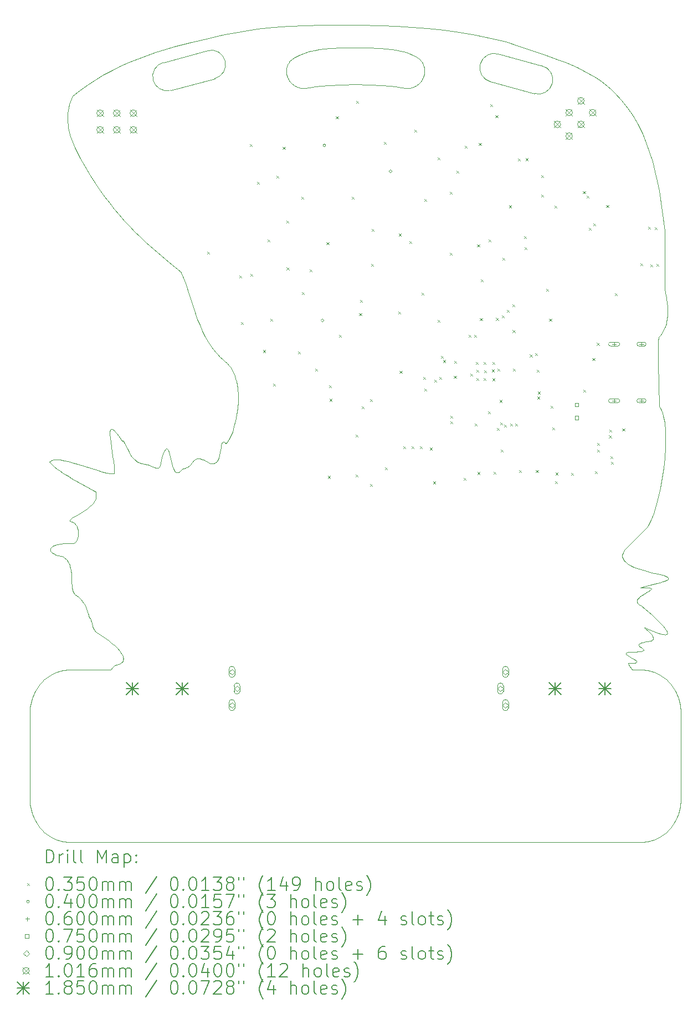
<source format=gbr>
%TF.GenerationSoftware,KiCad,Pcbnew,8.0.0*%
%TF.CreationDate,2024-03-10T11:13:32-05:00*%
%TF.ProjectId,B-Sides 2024,422d5369-6465-4732-9032-3032342e6b69,rev?*%
%TF.SameCoordinates,Original*%
%TF.FileFunction,Drillmap*%
%TF.FilePolarity,Positive*%
%FSLAX45Y45*%
G04 Gerber Fmt 4.5, Leading zero omitted, Abs format (unit mm)*
G04 Created by KiCad (PCBNEW 8.0.0) date 2024-03-10 11:13:32*
%MOMM*%
%LPD*%
G01*
G04 APERTURE LIST*
%ADD10C,0.123989*%
%ADD11C,0.090406*%
%ADD12C,0.050000*%
%ADD13C,0.200000*%
%ADD14C,0.100000*%
%ADD15C,0.101600*%
%ADD16C,0.185000*%
G04 APERTURE END LIST*
D10*
X9931281Y-3003404D02*
X10097477Y-3005897D01*
X10431682Y-3013950D01*
X10666568Y-3020866D01*
X10905614Y-3034661D01*
X11147198Y-3055272D01*
X11389695Y-3082635D01*
X11631480Y-3116686D01*
X11870929Y-3157361D01*
X12106417Y-3204596D01*
X12336321Y-3258328D01*
X12537280Y-3327340D01*
X12740819Y-3394211D01*
X12944599Y-3462268D01*
X13146283Y-3534837D01*
X13245607Y-3573854D01*
X13343530Y-3615247D01*
X13439760Y-3659432D01*
X13534003Y-3706824D01*
X13625968Y-3757840D01*
X13715363Y-3812895D01*
X13801894Y-3872406D01*
X13885271Y-3936788D01*
X13945150Y-3988077D01*
X14002057Y-4041262D01*
X14107303Y-4153019D01*
X14201720Y-4271456D01*
X14286018Y-4395971D01*
X14360905Y-4525960D01*
X14427091Y-4660822D01*
X14485287Y-4799953D01*
X14536201Y-4942751D01*
X14580545Y-5088614D01*
X14619026Y-5236937D01*
X14652355Y-5387120D01*
X14681243Y-5538558D01*
X14728529Y-5842793D01*
X14766562Y-6144820D01*
X14766562Y-7005743D01*
X14767717Y-7018936D01*
X14770887Y-7038440D01*
X14781412Y-7093926D01*
X14794406Y-7167294D01*
X14806141Y-7253636D01*
X14810371Y-7300137D01*
X14812888Y-7348042D01*
X14813226Y-7396735D01*
X14810918Y-7445605D01*
X14805498Y-7494036D01*
X14796501Y-7541416D01*
X14790515Y-7564520D01*
X14783460Y-7587131D01*
X14775278Y-7609172D01*
X14765909Y-7630567D01*
X14765909Y-7630567D01*
X14747243Y-7668196D01*
X14731237Y-7697339D01*
X14717680Y-7719332D01*
X14706358Y-7735508D01*
X14679180Y-7768774D01*
X14675850Y-7775908D01*
X14673480Y-7785240D01*
X14671858Y-7798107D01*
X14670772Y-7815843D01*
X14667531Y-7962195D01*
X14666782Y-8058080D01*
X14667736Y-8184253D01*
X14672774Y-8474361D01*
X14681546Y-8833897D01*
X14701585Y-8859301D01*
X14719169Y-8891130D01*
X14734371Y-8928954D01*
X14747265Y-8972344D01*
X14766431Y-9074102D01*
X14777258Y-9192965D01*
X14780342Y-9325496D01*
X14776277Y-9468257D01*
X14765656Y-9617810D01*
X14749074Y-9770718D01*
X14727124Y-9923543D01*
X14700401Y-10072846D01*
X14669499Y-10215191D01*
X14635012Y-10347140D01*
X14597533Y-10465254D01*
X14557658Y-10566097D01*
X14515979Y-10646229D01*
X14494649Y-10677455D01*
X14473091Y-10702215D01*
X14202823Y-10969174D01*
X14178254Y-10993467D01*
X14158298Y-11016848D01*
X14142746Y-11039336D01*
X14131387Y-11060951D01*
X14124011Y-11081713D01*
X14120407Y-11101641D01*
X14120365Y-11120755D01*
X14123675Y-11139074D01*
X14130127Y-11156617D01*
X14139510Y-11173405D01*
X14151613Y-11189457D01*
X14166228Y-11204791D01*
X14183142Y-11219429D01*
X14202146Y-11233389D01*
X14245582Y-11259355D01*
X14294854Y-11282844D01*
X14348279Y-11304013D01*
X14404174Y-11323019D01*
X14460857Y-11340017D01*
X14569856Y-11368617D01*
X14661813Y-11391061D01*
X14731428Y-11407744D01*
X14758055Y-11415857D01*
X14779584Y-11423822D01*
X14796281Y-11431643D01*
X14808412Y-11439325D01*
X14816242Y-11446870D01*
X14820039Y-11454283D01*
X14820068Y-11461568D01*
X14816596Y-11468728D01*
X14809888Y-11475768D01*
X14800211Y-11482691D01*
X14773013Y-11496202D01*
X14737133Y-11509291D01*
X14694698Y-11521989D01*
X14647839Y-11534328D01*
X14549362Y-11558049D01*
X14458735Y-11580698D01*
X14421689Y-11591697D01*
X14392992Y-11602521D01*
X14471184Y-11599278D01*
X14523490Y-11600268D01*
X14540978Y-11602246D01*
X14553246Y-11605158D01*
X14560711Y-11608961D01*
X14563790Y-11613613D01*
X14562900Y-11619073D01*
X14558459Y-11625300D01*
X14540591Y-11639884D01*
X14480593Y-11676409D01*
X14445137Y-11697681D01*
X14410494Y-11720515D01*
X14380000Y-11744576D01*
X14367352Y-11756962D01*
X14356993Y-11769530D01*
X14349341Y-11782238D01*
X14344811Y-11795044D01*
X14343822Y-11807906D01*
X14346790Y-11820783D01*
X14354133Y-11833632D01*
X14366269Y-11846413D01*
X14383613Y-11859083D01*
X14406583Y-11871600D01*
X14474283Y-11928556D01*
X14563540Y-12006988D01*
X14611085Y-12050610D01*
X14657818Y-12095222D01*
X14701672Y-12139367D01*
X14740580Y-12181583D01*
X14772474Y-12220412D01*
X14785146Y-12238100D01*
X14795289Y-12254394D01*
X14802646Y-12269112D01*
X14806957Y-12282070D01*
X14807965Y-12293087D01*
X14805410Y-12301981D01*
X14802717Y-12305574D01*
X14799036Y-12308568D01*
X14788583Y-12312667D01*
X14773793Y-12314094D01*
X14754407Y-12312668D01*
X14730168Y-12308206D01*
X14700816Y-12300526D01*
X14666094Y-12289444D01*
X14625743Y-12274780D01*
X14500057Y-12220991D01*
X14469635Y-12209669D01*
X14456544Y-12207123D01*
X14455494Y-12208765D01*
X14457572Y-12212150D01*
X14469507Y-12223545D01*
X14513245Y-12260627D01*
X14538625Y-12283906D01*
X14562061Y-12308738D01*
X14580342Y-12333920D01*
X14586545Y-12346265D01*
X14590255Y-12358247D01*
X14591069Y-12369714D01*
X14588587Y-12380516D01*
X14582407Y-12390503D01*
X14572127Y-12399523D01*
X14557346Y-12407427D01*
X14537662Y-12414064D01*
X14512674Y-12419284D01*
X14481979Y-12422936D01*
X14454841Y-12428303D01*
X14432110Y-12433791D01*
X14413490Y-12439387D01*
X14398681Y-12445073D01*
X14387387Y-12450835D01*
X14379309Y-12456657D01*
X14374149Y-12462523D01*
X14371609Y-12468419D01*
X14371391Y-12474328D01*
X14373197Y-12480236D01*
X14376729Y-12486126D01*
X14381689Y-12491983D01*
X14394700Y-12503538D01*
X14409847Y-12514777D01*
X14424744Y-12525575D01*
X14437009Y-12535808D01*
X14441408Y-12540675D01*
X14444256Y-12545354D01*
X14445253Y-12549830D01*
X14444101Y-12554088D01*
X14440503Y-12558112D01*
X14434161Y-12561887D01*
X14424776Y-12565396D01*
X14412050Y-12568626D01*
X14375385Y-12574182D01*
X14321782Y-12578431D01*
X14251513Y-12578811D01*
X14205699Y-12583229D01*
X14190890Y-12586777D01*
X14180909Y-12591122D01*
X14175326Y-12596196D01*
X14173712Y-12601927D01*
X14175640Y-12608245D01*
X14180679Y-12615079D01*
X14198377Y-12630015D01*
X14252248Y-12662988D01*
X14307880Y-12696336D01*
X14327780Y-12711743D01*
X14334249Y-12718882D01*
X14337827Y-12725553D01*
X14338084Y-12731683D01*
X14334592Y-12737203D01*
X14326921Y-12742043D01*
X14314644Y-12746131D01*
X14297330Y-12749397D01*
X14274552Y-12751771D01*
X14210885Y-12753562D01*
X14221674Y-12772130D01*
X14231115Y-12788262D01*
X14239330Y-12802128D01*
X14246445Y-12813899D01*
X14249629Y-12819053D01*
X14252584Y-12823747D01*
X14255327Y-12828002D01*
X14257872Y-12831841D01*
X14260235Y-12835284D01*
X14262432Y-12838353D01*
X14264479Y-12841069D01*
X14266390Y-12843453D01*
X14268182Y-12845528D01*
X14269870Y-12847314D01*
X14271470Y-12848833D01*
X14272996Y-12850105D01*
X14274465Y-12851153D01*
X14275893Y-12851998D01*
X14277294Y-12852661D01*
X14278685Y-12853164D01*
X14280080Y-12853527D01*
X14281496Y-12853772D01*
X14282948Y-12853922D01*
X14284452Y-12853996D01*
X14287676Y-12854004D01*
X14291293Y-12853969D01*
X14418313Y-12853969D01*
X14449211Y-12854842D01*
X14479694Y-12857431D01*
X14509723Y-12861695D01*
X14539263Y-12867592D01*
X14568275Y-12875082D01*
X14596723Y-12884121D01*
X14624570Y-12894669D01*
X14651779Y-12906684D01*
X14678312Y-12920125D01*
X14704133Y-12934948D01*
X14729205Y-12951114D01*
X14753490Y-12968580D01*
X14776952Y-12987305D01*
X14799553Y-13007247D01*
X14821256Y-13028365D01*
X14842025Y-13050616D01*
X14861822Y-13073959D01*
X14880611Y-13098353D01*
X14898354Y-13123755D01*
X14915013Y-13150125D01*
X14930553Y-13177421D01*
X14944936Y-13205600D01*
X14958125Y-13234622D01*
X14970083Y-13264444D01*
X14980773Y-13295025D01*
X14990158Y-13326324D01*
X14998201Y-13358298D01*
X15004864Y-13390907D01*
X15010111Y-13424107D01*
X15013905Y-13457859D01*
X15016208Y-13492120D01*
X15016984Y-13526848D01*
X15016984Y-14808631D01*
X15016208Y-14843359D01*
X15013905Y-14877620D01*
X15010111Y-14911372D01*
X15004864Y-14944572D01*
X14998201Y-14977181D01*
X14990158Y-15009155D01*
X14980773Y-15040454D01*
X14970083Y-15071035D01*
X14958125Y-15100857D01*
X14944936Y-15129879D01*
X14930553Y-15158058D01*
X14915014Y-15185353D01*
X14898354Y-15211723D01*
X14880611Y-15237126D01*
X14861823Y-15261519D01*
X14842026Y-15284863D01*
X14821257Y-15307114D01*
X14799553Y-15328231D01*
X14776952Y-15348173D01*
X14753490Y-15366898D01*
X14729205Y-15384364D01*
X14704134Y-15400530D01*
X14678313Y-15415354D01*
X14651779Y-15428794D01*
X14624571Y-15440809D01*
X14596724Y-15451357D01*
X14568275Y-15460397D01*
X14539263Y-15467886D01*
X14509724Y-15473784D01*
X14479694Y-15478048D01*
X14449211Y-15480637D01*
X14418313Y-15481509D01*
X5662361Y-15481509D01*
X5631463Y-15480637D01*
X5600980Y-15478048D01*
X5570951Y-15473784D01*
X5541412Y-15467886D01*
X5512399Y-15460397D01*
X5483951Y-15451357D01*
X5456104Y-15440809D01*
X5428895Y-15428794D01*
X5402362Y-15415354D01*
X5376541Y-15400530D01*
X5351470Y-15384364D01*
X5327184Y-15366898D01*
X5303723Y-15348173D01*
X5281122Y-15328231D01*
X5259418Y-15307114D01*
X5238649Y-15284863D01*
X5218852Y-15261519D01*
X5200064Y-15237126D01*
X5182321Y-15211723D01*
X5165661Y-15185353D01*
X5150121Y-15158058D01*
X5135738Y-15129879D01*
X5122549Y-15100857D01*
X5110591Y-15071035D01*
X5099901Y-15040454D01*
X5090516Y-15009155D01*
X5082474Y-14977181D01*
X5075810Y-14944572D01*
X5070563Y-14911372D01*
X5066769Y-14877620D01*
X5064466Y-14843359D01*
X5063690Y-14808631D01*
X5063690Y-13526849D01*
X5064466Y-13492121D01*
X5066769Y-13457860D01*
X5070563Y-13424108D01*
X5075810Y-13390907D01*
X5082474Y-13358299D01*
X5090516Y-13326325D01*
X5099901Y-13295026D01*
X5110591Y-13264445D01*
X5122549Y-13234622D01*
X5135738Y-13205601D01*
X5150121Y-13177421D01*
X5165661Y-13150126D01*
X5182321Y-13123756D01*
X5200064Y-13098354D01*
X5218852Y-13073960D01*
X5238649Y-13050617D01*
X5259418Y-13028365D01*
X5281122Y-13007248D01*
X5303723Y-12987306D01*
X5327184Y-12968581D01*
X5351469Y-12951115D01*
X5376541Y-12934949D01*
X5402362Y-12920125D01*
X5428895Y-12906685D01*
X5456104Y-12894670D01*
X5483951Y-12884122D01*
X5512399Y-12875082D01*
X5541411Y-12867593D01*
X5570951Y-12861695D01*
X5600980Y-12857431D01*
X5631463Y-12854842D01*
X5662361Y-12853970D01*
X6301857Y-12853970D01*
X6303760Y-12850746D01*
X6305848Y-12847421D01*
X6308132Y-12843989D01*
X6310621Y-12840446D01*
X6313324Y-12836786D01*
X6316252Y-12833002D01*
X6319413Y-12829089D01*
X6322818Y-12825042D01*
X6330398Y-12816522D01*
X6339069Y-12807397D01*
X6348908Y-12797623D01*
X6359993Y-12787153D01*
X6393805Y-12778795D01*
X6422191Y-12768823D01*
X6445419Y-12757351D01*
X6463761Y-12744492D01*
X6477486Y-12730361D01*
X6486865Y-12715071D01*
X6492166Y-12698736D01*
X6493660Y-12681469D01*
X6491617Y-12663385D01*
X6486308Y-12644597D01*
X6478001Y-12625219D01*
X6466967Y-12605365D01*
X6453477Y-12585148D01*
X6437799Y-12564683D01*
X6400961Y-12523462D01*
X6358615Y-12482612D01*
X6312920Y-12443044D01*
X6266035Y-12405667D01*
X6220121Y-12371391D01*
X6139843Y-12315788D01*
X6089363Y-12283515D01*
X6082174Y-12278782D01*
X6075500Y-12273690D01*
X6069313Y-12268258D01*
X6063587Y-12262509D01*
X6058296Y-12256464D01*
X6053412Y-12250145D01*
X6048908Y-12243574D01*
X6044759Y-12236771D01*
X6040937Y-12229758D01*
X6037416Y-12222557D01*
X6031168Y-12207678D01*
X6025801Y-12192304D01*
X6021102Y-12176608D01*
X6004704Y-12114049D01*
X6000135Y-12099327D01*
X5994950Y-12085316D01*
X5988935Y-12072189D01*
X5985549Y-12066011D01*
X5981876Y-12060118D01*
X5974501Y-12047123D01*
X5967516Y-12031348D01*
X5960680Y-12013153D01*
X5953752Y-11992895D01*
X5938657Y-11947628D01*
X5930006Y-11923337D01*
X5920298Y-11898417D01*
X5909292Y-11873229D01*
X5896747Y-11848131D01*
X5882421Y-11823482D01*
X5874515Y-11811438D01*
X5866073Y-11799640D01*
X5857065Y-11788134D01*
X5847462Y-11776964D01*
X5837232Y-11766175D01*
X5826346Y-11755812D01*
X5814773Y-11745920D01*
X5802484Y-11736544D01*
X5789448Y-11727728D01*
X5775636Y-11719518D01*
X5762362Y-11710731D01*
X5750872Y-11700226D01*
X5741029Y-11688113D01*
X5732696Y-11674497D01*
X5725736Y-11659486D01*
X5720013Y-11643189D01*
X5715390Y-11625712D01*
X5711729Y-11607163D01*
X5706750Y-11567280D01*
X5703980Y-11524400D01*
X5700692Y-11433090D01*
X5697986Y-11386380D01*
X5693111Y-11340114D01*
X5684974Y-11295153D01*
X5679340Y-11273430D01*
X5672479Y-11252356D01*
X5664257Y-11232038D01*
X5654534Y-11212584D01*
X5643175Y-11194101D01*
X5630043Y-11176697D01*
X5615000Y-11160480D01*
X5597911Y-11145556D01*
X5578638Y-11132034D01*
X5557044Y-11120020D01*
X5532225Y-11115559D01*
X5509175Y-11110427D01*
X5487909Y-11104680D01*
X5468441Y-11098374D01*
X5450786Y-11091562D01*
X5434957Y-11084302D01*
X5420969Y-11076647D01*
X5408836Y-11068654D01*
X5398573Y-11060378D01*
X5390192Y-11051874D01*
X5383710Y-11043198D01*
X5379140Y-11034404D01*
X5376495Y-11025549D01*
X5375791Y-11016687D01*
X5377042Y-11007874D01*
X5380262Y-10999165D01*
X5385464Y-10990615D01*
X5392664Y-10982281D01*
X5401876Y-10974217D01*
X5413113Y-10966478D01*
X5426390Y-10959120D01*
X5441721Y-10952199D01*
X5459121Y-10945769D01*
X5478603Y-10939886D01*
X5500183Y-10934606D01*
X5523873Y-10929983D01*
X5549688Y-10926072D01*
X5577643Y-10922931D01*
X5607752Y-10920613D01*
X5640029Y-10919173D01*
X5674488Y-10918669D01*
X5711143Y-10919153D01*
X5721828Y-10919047D01*
X5731906Y-10917275D01*
X5741369Y-10913939D01*
X5750211Y-10909141D01*
X5758423Y-10902984D01*
X5765998Y-10895568D01*
X5772927Y-10886995D01*
X5779203Y-10877368D01*
X5784818Y-10866788D01*
X5789764Y-10855356D01*
X5794033Y-10843175D01*
X5797618Y-10830347D01*
X5800510Y-10816972D01*
X5802702Y-10803153D01*
X5804185Y-10788992D01*
X5804953Y-10774590D01*
X5804997Y-10760049D01*
X5804309Y-10745472D01*
X5802882Y-10730958D01*
X5800707Y-10716612D01*
X5797778Y-10702533D01*
X5794085Y-10688824D01*
X5789622Y-10675587D01*
X5784379Y-10662923D01*
X5778351Y-10650935D01*
X5771528Y-10639724D01*
X5763902Y-10629391D01*
X5755467Y-10620039D01*
X5746214Y-10611769D01*
X5736135Y-10604683D01*
X5725223Y-10598883D01*
X5713469Y-10594471D01*
X5696526Y-10590646D01*
X5684293Y-10586182D01*
X5676480Y-10581077D01*
X5672797Y-10575326D01*
X5672955Y-10568927D01*
X5676663Y-10561874D01*
X5683632Y-10554165D01*
X5693573Y-10545797D01*
X5721210Y-10527065D01*
X5757255Y-10505650D01*
X5845301Y-10454655D01*
X5892667Y-10425017D01*
X5939170Y-10392579D01*
X5982494Y-10357313D01*
X6002239Y-10338611D01*
X6020320Y-10319190D01*
X6036447Y-10299049D01*
X6050330Y-10278181D01*
X6061681Y-10256586D01*
X6070208Y-10234257D01*
X6075623Y-10211193D01*
X6077636Y-10187389D01*
X6075956Y-10162842D01*
X6070295Y-10137548D01*
X6025863Y-10109218D01*
X5980658Y-10081908D01*
X5888625Y-10029424D01*
X5702954Y-9926555D01*
X5657220Y-9899931D01*
X5612109Y-9872485D01*
X5567795Y-9843985D01*
X5524453Y-9814202D01*
X5482256Y-9782904D01*
X5441381Y-9749863D01*
X5402001Y-9714848D01*
X5364291Y-9677627D01*
X5376005Y-9665657D01*
X5390468Y-9656234D01*
X5407531Y-9649215D01*
X5427043Y-9644461D01*
X5448853Y-9641830D01*
X5472810Y-9641181D01*
X5526567Y-9645264D01*
X5587109Y-9655580D01*
X5653231Y-9671000D01*
X5723731Y-9690394D01*
X5797402Y-9712634D01*
X6099728Y-9807460D01*
X6171199Y-9826986D01*
X6238617Y-9842581D01*
X6300778Y-9853116D01*
X6356478Y-9857461D01*
X6356041Y-9803589D01*
X6350929Y-9740128D01*
X6342376Y-9669786D01*
X6331613Y-9595272D01*
X6308382Y-9444565D01*
X6298379Y-9373790D01*
X6291093Y-9309680D01*
X6287756Y-9254942D01*
X6287953Y-9231935D01*
X6289599Y-9212287D01*
X6292848Y-9196337D01*
X6297855Y-9184423D01*
X6304772Y-9176884D01*
X6313755Y-9174058D01*
X6324957Y-9176285D01*
X6338531Y-9183903D01*
X6354633Y-9197250D01*
X6373415Y-9216666D01*
X6395033Y-9242488D01*
X6419639Y-9275056D01*
X6478435Y-9361781D01*
X6481544Y-9355630D01*
X6484811Y-9352105D01*
X6488264Y-9351053D01*
X6491927Y-9352320D01*
X6495829Y-9355752D01*
X6499994Y-9361195D01*
X6509222Y-9377499D01*
X6561980Y-9492370D01*
X6580188Y-9527345D01*
X6600825Y-9562360D01*
X6624104Y-9596185D01*
X6636800Y-9612266D01*
X6650235Y-9627587D01*
X6664436Y-9641995D01*
X6679430Y-9655335D01*
X6695243Y-9667454D01*
X6711900Y-9678198D01*
X6729430Y-9687413D01*
X6747857Y-9694945D01*
X6767209Y-9700640D01*
X6787512Y-9704344D01*
X6808299Y-9707435D01*
X6827897Y-9711167D01*
X6846352Y-9715436D01*
X6863708Y-9720139D01*
X6895299Y-9730430D01*
X6923024Y-9741209D01*
X6968298Y-9760899D01*
X6986556Y-9768148D01*
X6994746Y-9770759D01*
X7002369Y-9772557D01*
X7009469Y-9773437D01*
X7016091Y-9773294D01*
X7022279Y-9772027D01*
X7028077Y-9769529D01*
X7033530Y-9765698D01*
X7038682Y-9760429D01*
X7043577Y-9753618D01*
X7048260Y-9745162D01*
X7052776Y-9734956D01*
X7057168Y-9722897D01*
X7061481Y-9708880D01*
X7065759Y-9692802D01*
X7074388Y-9654046D01*
X7083411Y-9605797D01*
X7109742Y-9534362D01*
X7121287Y-9509732D01*
X7131867Y-9491855D01*
X7141571Y-9480251D01*
X7150484Y-9474439D01*
X7158695Y-9473940D01*
X7166291Y-9478274D01*
X7173358Y-9486962D01*
X7179986Y-9499523D01*
X7192267Y-9534348D01*
X7215381Y-9629371D01*
X7241220Y-9732639D01*
X7256906Y-9777769D01*
X7265746Y-9797029D01*
X7275368Y-9813446D01*
X7285858Y-9826540D01*
X7297304Y-9835831D01*
X7309793Y-9840840D01*
X7323412Y-9841087D01*
X7338249Y-9836091D01*
X7354390Y-9825374D01*
X7371924Y-9808455D01*
X7390937Y-9784855D01*
X7409787Y-9781279D01*
X7427043Y-9776671D01*
X7442821Y-9771138D01*
X7457238Y-9764784D01*
X7470410Y-9757714D01*
X7482454Y-9750033D01*
X7493486Y-9741845D01*
X7503623Y-9733256D01*
X7512981Y-9724371D01*
X7521677Y-9715294D01*
X7537549Y-9696986D01*
X7552169Y-9679171D01*
X7566471Y-9662688D01*
X7573794Y-9655208D01*
X7581386Y-9648376D01*
X7589365Y-9642296D01*
X7597846Y-9637074D01*
X7606947Y-9632815D01*
X7616784Y-9629623D01*
X7627473Y-9627603D01*
X7639130Y-9626861D01*
X7651873Y-9627500D01*
X7665818Y-9629627D01*
X7681081Y-9633345D01*
X7697779Y-9638760D01*
X7716029Y-9645977D01*
X7735946Y-9655101D01*
X7757647Y-9666236D01*
X7781250Y-9679487D01*
X7804760Y-9691683D01*
X7826183Y-9699766D01*
X7845632Y-9704010D01*
X7863218Y-9704692D01*
X7879056Y-9702088D01*
X7893257Y-9696472D01*
X7905934Y-9688121D01*
X7917200Y-9677309D01*
X7927167Y-9664314D01*
X7935949Y-9649410D01*
X7943657Y-9632872D01*
X7950406Y-9614978D01*
X7961471Y-9576218D01*
X7970047Y-9535336D01*
X7983336Y-9456025D01*
X7989852Y-9422004D01*
X7997484Y-9394681D01*
X8002000Y-9384220D01*
X8007134Y-9376260D01*
X8012997Y-9371076D01*
X8019702Y-9368945D01*
X8027363Y-9370142D01*
X8036091Y-9374942D01*
X8046000Y-9383621D01*
X8057202Y-9396455D01*
X8069420Y-9388294D01*
X8082124Y-9375474D01*
X8108474Y-9336919D01*
X8135216Y-9282916D01*
X8161314Y-9215591D01*
X8185734Y-9137068D01*
X8207440Y-9049474D01*
X8225397Y-8954934D01*
X8238569Y-8855573D01*
X8245922Y-8753517D01*
X8246420Y-8650893D01*
X8239029Y-8549824D01*
X8232051Y-8500537D01*
X8222712Y-8452437D01*
X8210883Y-8405788D01*
X8196434Y-8360857D01*
X8179237Y-8317909D01*
X8159161Y-8277210D01*
X8136077Y-8239026D01*
X8109857Y-8203621D01*
X8080370Y-8171263D01*
X8047486Y-8142217D01*
X8008807Y-8108278D01*
X7972230Y-8073269D01*
X7937658Y-8037240D01*
X7904995Y-8000241D01*
X7845010Y-7923534D01*
X7791501Y-7843550D01*
X7743695Y-7760693D01*
X7700820Y-7675364D01*
X7662102Y-7587966D01*
X7626769Y-7498901D01*
X7563166Y-7317380D01*
X7503828Y-7134018D01*
X7442571Y-6952036D01*
X7409291Y-6862568D01*
X7373212Y-6774651D01*
X7191947Y-6627619D01*
X7013526Y-6476604D01*
X6839295Y-6320727D01*
X6754171Y-6240689D01*
X6670600Y-6159105D01*
X6588749Y-6075866D01*
X6508787Y-5990860D01*
X6430882Y-5903978D01*
X6355202Y-5815110D01*
X6281915Y-5724146D01*
X6211190Y-5630976D01*
X6143195Y-5535489D01*
X6078098Y-5437575D01*
X5982025Y-5288731D01*
X5884347Y-5130178D01*
X5837450Y-5047900D01*
X5793204Y-4963960D01*
X5752628Y-4878616D01*
X5716739Y-4792122D01*
X5686555Y-4704733D01*
X5663094Y-4616706D01*
X5654202Y-4572533D01*
X5647373Y-4528296D01*
X5642733Y-4484027D01*
X5640410Y-4439758D01*
X5640531Y-4395521D01*
X5643224Y-4351348D01*
X5648614Y-4307271D01*
X5656831Y-4263321D01*
X5668000Y-4219532D01*
X5682249Y-4175934D01*
X5699706Y-4132559D01*
X5720497Y-4089440D01*
X5829455Y-4000882D01*
X5944025Y-3917749D01*
X6063611Y-3839828D01*
X6187619Y-3766906D01*
X6315452Y-3698771D01*
X6446514Y-3635212D01*
X6580210Y-3576014D01*
X6715945Y-3520966D01*
X6853122Y-3469856D01*
X6991147Y-3422470D01*
X7129423Y-3378597D01*
X7267355Y-3338024D01*
X7539804Y-3265928D01*
X7803729Y-3204481D01*
X7925709Y-3175239D01*
X8047687Y-3148780D01*
X8291710Y-3103722D01*
X8535948Y-3068332D01*
X8780551Y-3041638D01*
X9025670Y-3022664D01*
X9271455Y-3010436D01*
X9518056Y-3003981D01*
X9765625Y-3002323D01*
X9931281Y-3003404D01*
D11*
X10232818Y-3350350D02*
X10421034Y-3359855D01*
X10507968Y-3367201D01*
X10588318Y-3376274D01*
X10660732Y-3387074D01*
X10723859Y-3399600D01*
X10779040Y-3413417D01*
X10828697Y-3428069D01*
X10873102Y-3443528D01*
X10912526Y-3459762D01*
X10947241Y-3476743D01*
X10977518Y-3494441D01*
X11003629Y-3512825D01*
X11025845Y-3531865D01*
X11044438Y-3551533D01*
X11059679Y-3571798D01*
X11071840Y-3592630D01*
X11081193Y-3613999D01*
X11088008Y-3635876D01*
X11092558Y-3658231D01*
X11095113Y-3681033D01*
X11095947Y-3704254D01*
X11095599Y-3718063D01*
X11094564Y-3731692D01*
X11092859Y-3745122D01*
X11090500Y-3758337D01*
X11087505Y-3771321D01*
X11083890Y-3784056D01*
X11079673Y-3796525D01*
X11074869Y-3808712D01*
X11069497Y-3820600D01*
X11063572Y-3832172D01*
X11057111Y-3843410D01*
X11050133Y-3854299D01*
X11042652Y-3864822D01*
X11034687Y-3874960D01*
X11026254Y-3884698D01*
X11017370Y-3894020D01*
X11008052Y-3902906D01*
X10998316Y-3911342D01*
X10988181Y-3919310D01*
X10977661Y-3926794D01*
X10966775Y-3933776D01*
X10955539Y-3940239D01*
X10943970Y-3946167D01*
X10932085Y-3951543D01*
X10919901Y-3956350D01*
X10907434Y-3960571D01*
X10894702Y-3964190D01*
X10881722Y-3967188D01*
X10868509Y-3969551D01*
X10855082Y-3971260D01*
X10841457Y-3972299D01*
X10827650Y-3972651D01*
X10741630Y-3958618D01*
X10650646Y-3946465D01*
X10456624Y-3927791D01*
X10251264Y-3916617D01*
X10040245Y-3912936D01*
X9829245Y-3916735D01*
X9623943Y-3928006D01*
X9430019Y-3946738D01*
X9339097Y-3958898D01*
X9253150Y-3972921D01*
X9239337Y-3972547D01*
X9225706Y-3971487D01*
X9212272Y-3969758D01*
X9199054Y-3967377D01*
X9186068Y-3964361D01*
X9173331Y-3960727D01*
X9160859Y-3956491D01*
X9148671Y-3951670D01*
X9136781Y-3946281D01*
X9125208Y-3940341D01*
X9113968Y-3933867D01*
X9103078Y-3926875D01*
X9092555Y-3919382D01*
X9082415Y-3911406D01*
X9072677Y-3902963D01*
X9063355Y-3894069D01*
X9054469Y-3884742D01*
X9046033Y-3874998D01*
X9038065Y-3864854D01*
X9030583Y-3854327D01*
X9023602Y-3843434D01*
X9017140Y-3832192D01*
X9011213Y-3820617D01*
X9005839Y-3808727D01*
X9001034Y-3796537D01*
X8996816Y-3784065D01*
X8993200Y-3771329D01*
X8990204Y-3758343D01*
X8987845Y-3745126D01*
X8986139Y-3731694D01*
X8985104Y-3718064D01*
X8984756Y-3704253D01*
X8984756Y-3704253D01*
X8984756Y-3704253D01*
X8984756Y-3704253D01*
X8984756Y-3704252D01*
X8984994Y-3693284D01*
X8985706Y-3682398D01*
X8986917Y-3671597D01*
X8988653Y-3660884D01*
X8990941Y-3650262D01*
X8993806Y-3639733D01*
X8997275Y-3629299D01*
X9001373Y-3618963D01*
X9006127Y-3608727D01*
X9011562Y-3598594D01*
X9017705Y-3588566D01*
X9024581Y-3578647D01*
X9032216Y-3568837D01*
X9040637Y-3559141D01*
X9049869Y-3549560D01*
X9059938Y-3540096D01*
X9070871Y-3530753D01*
X9082693Y-3521533D01*
X9095431Y-3512439D01*
X9109109Y-3503472D01*
X9123756Y-3494635D01*
X9139395Y-3485931D01*
X9156054Y-3477363D01*
X9173758Y-3468932D01*
X9192533Y-3460642D01*
X9212406Y-3452495D01*
X9233401Y-3444493D01*
X9255546Y-3436638D01*
X9278867Y-3428934D01*
X9303388Y-3421383D01*
X9329137Y-3413987D01*
X9356139Y-3406749D01*
X9416680Y-3393302D01*
X9486852Y-3381591D01*
X9565305Y-3371617D01*
X9650688Y-3363378D01*
X9836834Y-3352105D01*
X10034481Y-3347764D01*
X10232818Y-3350350D01*
D12*
X7893082Y-3822248D02*
X7218822Y-4002925D01*
X7781178Y-3397075D02*
X7106918Y-3577752D01*
X7218822Y-4002925D02*
G75*
G02*
X7106918Y-3577752I-56896J212338D01*
G01*
X7781178Y-3397075D02*
G75*
G02*
X7893082Y-3822248I56896J-212338D01*
G01*
X12220705Y-3447589D02*
X12894970Y-3628248D01*
X12105030Y-3871751D02*
X12779295Y-4052411D01*
X12894970Y-3628249D02*
G75*
G02*
X12779295Y-4052411I-56896J-212338D01*
G01*
X12105030Y-3871751D02*
G75*
G02*
X12220705Y-3447589I56896J212338D01*
G01*
D13*
D14*
X7771500Y-6470500D02*
X7806500Y-6505500D01*
X7806500Y-6470500D02*
X7771500Y-6505500D01*
X8264500Y-6831500D02*
X8299500Y-6866500D01*
X8299500Y-6831500D02*
X8264500Y-6866500D01*
X8290500Y-7545500D02*
X8325500Y-7580500D01*
X8325500Y-7545500D02*
X8290500Y-7580500D01*
X8426500Y-4827500D02*
X8461500Y-4862500D01*
X8461500Y-4827500D02*
X8426500Y-4862500D01*
X8433500Y-6807500D02*
X8468500Y-6842500D01*
X8468500Y-6807500D02*
X8433500Y-6842500D01*
X8537500Y-5401500D02*
X8572500Y-5436500D01*
X8572500Y-5401500D02*
X8537500Y-5436500D01*
X8632500Y-7970500D02*
X8667500Y-8005500D01*
X8667500Y-7970500D02*
X8632500Y-8005500D01*
X8697500Y-6282500D02*
X8732500Y-6317500D01*
X8732500Y-6282500D02*
X8697500Y-6317500D01*
X8738500Y-7490500D02*
X8773500Y-7525500D01*
X8773500Y-7490500D02*
X8738500Y-7525500D01*
X8783500Y-8482500D02*
X8818500Y-8517500D01*
X8818500Y-8482500D02*
X8783500Y-8517500D01*
X8836500Y-5304500D02*
X8871500Y-5339500D01*
X8871500Y-5304500D02*
X8836500Y-5339500D01*
X8930500Y-4870500D02*
X8965500Y-4905500D01*
X8965500Y-4870500D02*
X8930500Y-4905500D01*
X8987500Y-5993500D02*
X9022500Y-6028500D01*
X9022500Y-5993500D02*
X8987500Y-6028500D01*
X8990500Y-6708500D02*
X9025500Y-6743500D01*
X9025500Y-6708500D02*
X8990500Y-6743500D01*
X9162500Y-7992500D02*
X9197500Y-8027500D01*
X9197500Y-7992500D02*
X9162500Y-8027500D01*
X9215500Y-5630500D02*
X9250500Y-5665500D01*
X9250500Y-5630500D02*
X9215500Y-5665500D01*
X9220500Y-7086500D02*
X9255500Y-7121500D01*
X9255500Y-7086500D02*
X9220500Y-7121500D01*
X9338500Y-6737500D02*
X9373500Y-6772500D01*
X9373500Y-6737500D02*
X9338500Y-6772500D01*
X9425500Y-8250500D02*
X9460500Y-8285500D01*
X9460500Y-8250500D02*
X9425500Y-8285500D01*
X9599500Y-6325500D02*
X9634500Y-6360500D01*
X9634500Y-6325500D02*
X9599500Y-6360500D01*
X9621500Y-9891500D02*
X9656500Y-9926500D01*
X9656500Y-9891500D02*
X9621500Y-9926500D01*
X9636500Y-8506500D02*
X9671500Y-8541500D01*
X9671500Y-8506500D02*
X9636500Y-8541500D01*
X9643500Y-8715500D02*
X9678500Y-8750500D01*
X9678500Y-8715500D02*
X9643500Y-8750500D01*
X9743500Y-4403500D02*
X9778500Y-4438500D01*
X9778500Y-4403500D02*
X9743500Y-4438500D01*
X9790500Y-7737500D02*
X9825500Y-7772500D01*
X9825500Y-7737500D02*
X9790500Y-7772500D01*
X9981500Y-5628500D02*
X10016500Y-5663500D01*
X10016500Y-5628500D02*
X9981500Y-5663500D01*
X10044500Y-9869500D02*
X10079500Y-9904500D01*
X10079500Y-9869500D02*
X10044500Y-9904500D01*
X10046500Y-9264500D02*
X10081500Y-9299500D01*
X10081500Y-9264500D02*
X10046500Y-9299500D01*
X10054500Y-4163500D02*
X10089500Y-4198500D01*
X10089500Y-4163500D02*
X10054500Y-4198500D01*
X10099500Y-7406500D02*
X10134500Y-7441500D01*
X10134500Y-7406500D02*
X10099500Y-7441500D01*
X10108500Y-7205500D02*
X10143500Y-7240500D01*
X10143500Y-7205500D02*
X10108500Y-7240500D01*
X10134500Y-8831500D02*
X10169500Y-8866500D01*
X10169500Y-8831500D02*
X10134500Y-8866500D01*
X10265096Y-10012382D02*
X10300096Y-10047382D01*
X10300096Y-10012382D02*
X10265096Y-10047382D01*
X10265500Y-8721500D02*
X10300500Y-8756500D01*
X10300500Y-8721500D02*
X10265500Y-8756500D01*
X10282500Y-6653500D02*
X10317500Y-6688500D01*
X10317500Y-6653500D02*
X10282500Y-6688500D01*
X10286500Y-6120500D02*
X10321500Y-6155500D01*
X10321500Y-6120500D02*
X10286500Y-6155500D01*
X10478500Y-4787500D02*
X10513500Y-4822500D01*
X10513500Y-4787500D02*
X10478500Y-4822500D01*
X10489500Y-9760500D02*
X10524500Y-9795500D01*
X10524500Y-9760500D02*
X10489500Y-9795500D01*
X10697500Y-7384500D02*
X10732500Y-7419500D01*
X10732500Y-7384500D02*
X10697500Y-7419500D01*
X10705500Y-6191500D02*
X10740500Y-6226500D01*
X10740500Y-6191500D02*
X10705500Y-6226500D01*
X10717500Y-8287500D02*
X10752500Y-8322500D01*
X10752500Y-8287500D02*
X10717500Y-8322500D01*
X10775500Y-9442500D02*
X10810500Y-9477500D01*
X10810500Y-9442500D02*
X10775500Y-9477500D01*
X10866000Y-6309500D02*
X10901000Y-6344500D01*
X10901000Y-6309500D02*
X10866000Y-6344500D01*
X10899500Y-9441500D02*
X10934500Y-9476500D01*
X10934500Y-9441500D02*
X10899500Y-9476500D01*
X10941500Y-4604500D02*
X10976500Y-4639500D01*
X10976500Y-4604500D02*
X10941500Y-4639500D01*
X11024500Y-9437500D02*
X11059500Y-9472500D01*
X11059500Y-9437500D02*
X11024500Y-9472500D01*
X11048500Y-7096500D02*
X11083500Y-7131500D01*
X11083500Y-7096500D02*
X11048500Y-7131500D01*
X11078500Y-8382500D02*
X11113500Y-8417500D01*
X11113500Y-8382500D02*
X11078500Y-8417500D01*
X11093500Y-8555500D02*
X11128500Y-8590500D01*
X11128500Y-8555500D02*
X11093500Y-8590500D01*
X11097195Y-5661194D02*
X11132195Y-5696194D01*
X11132195Y-5661194D02*
X11097195Y-5696194D01*
X11180000Y-9460000D02*
X11215000Y-9495000D01*
X11215000Y-9460000D02*
X11180000Y-9495000D01*
X11231500Y-9976500D02*
X11266500Y-10011500D01*
X11266500Y-9976500D02*
X11231500Y-10011500D01*
X11247500Y-8421500D02*
X11282500Y-8456500D01*
X11282500Y-8421500D02*
X11247500Y-8456500D01*
X11294500Y-5028500D02*
X11329500Y-5063500D01*
X11329500Y-5028500D02*
X11294500Y-5063500D01*
X11294500Y-7510500D02*
X11329500Y-7545500D01*
X11329500Y-7510500D02*
X11294500Y-7545500D01*
X11323000Y-8377000D02*
X11358000Y-8412000D01*
X11358000Y-8377000D02*
X11323000Y-8412000D01*
X11350500Y-8062500D02*
X11385500Y-8097500D01*
X11385500Y-8062500D02*
X11350500Y-8097500D01*
X11378500Y-8122500D02*
X11413500Y-8157500D01*
X11413500Y-8122500D02*
X11378500Y-8157500D01*
X11484500Y-5549500D02*
X11519500Y-5584500D01*
X11519500Y-5549500D02*
X11484500Y-5584500D01*
X11484500Y-6480500D02*
X11519500Y-6515500D01*
X11519500Y-6480500D02*
X11484500Y-6515500D01*
X11489500Y-9060500D02*
X11524500Y-9095500D01*
X11524500Y-9060500D02*
X11489500Y-9095500D01*
X11492500Y-8974500D02*
X11527500Y-9009500D01*
X11527500Y-8974500D02*
X11492500Y-9009500D01*
X11547377Y-8365377D02*
X11582377Y-8400377D01*
X11582377Y-8365377D02*
X11547377Y-8400377D01*
X11549500Y-8131500D02*
X11584500Y-8166500D01*
X11584500Y-8131500D02*
X11549500Y-8166500D01*
X11586500Y-5227500D02*
X11621500Y-5262500D01*
X11621500Y-5227500D02*
X11586500Y-5262500D01*
X11693500Y-9920500D02*
X11728500Y-9955500D01*
X11728500Y-9920500D02*
X11693500Y-9955500D01*
X11710001Y-4848499D02*
X11745001Y-4883499D01*
X11745001Y-4848499D02*
X11710001Y-4883499D01*
X11774186Y-7738146D02*
X11809186Y-7773146D01*
X11809186Y-7738146D02*
X11774186Y-7773146D01*
X11796501Y-8330501D02*
X11831501Y-8365501D01*
X11831501Y-8330501D02*
X11796501Y-8365501D01*
X11859073Y-7733749D02*
X11894073Y-7768749D01*
X11894073Y-7733749D02*
X11859073Y-7768749D01*
X11863500Y-9091500D02*
X11898500Y-9126500D01*
X11898500Y-9091500D02*
X11863500Y-9126500D01*
X11878500Y-8148500D02*
X11913500Y-8183500D01*
X11913500Y-8148500D02*
X11878500Y-8183500D01*
X11890000Y-8272500D02*
X11925000Y-8307500D01*
X11925000Y-8272500D02*
X11890000Y-8307500D01*
X11890000Y-8397500D02*
X11925000Y-8432500D01*
X11925000Y-8397500D02*
X11890000Y-8432500D01*
X11902306Y-6356306D02*
X11937306Y-6391306D01*
X11937306Y-6356306D02*
X11902306Y-6391306D01*
X11903500Y-9832500D02*
X11938500Y-9867500D01*
X11938500Y-9832500D02*
X11903500Y-9867500D01*
X11927500Y-4806500D02*
X11962500Y-4841500D01*
X11962500Y-4806500D02*
X11927500Y-4841500D01*
X11945500Y-7483500D02*
X11980500Y-7518500D01*
X11980500Y-7483500D02*
X11945500Y-7518500D01*
X11957306Y-6890306D02*
X11992306Y-6925306D01*
X11992306Y-6890306D02*
X11957306Y-6925306D01*
X11999500Y-8148500D02*
X12034500Y-8183500D01*
X12034500Y-8148500D02*
X11999500Y-8183500D01*
X12002500Y-8399500D02*
X12037500Y-8434500D01*
X12037500Y-8399500D02*
X12002500Y-8434500D01*
X12006750Y-8275500D02*
X12041750Y-8310500D01*
X12041750Y-8275500D02*
X12006750Y-8310500D01*
X12068930Y-8906070D02*
X12103930Y-8941070D01*
X12103930Y-8906070D02*
X12068930Y-8941070D01*
X12079806Y-6281806D02*
X12114806Y-6316806D01*
X12114806Y-6281806D02*
X12079806Y-6316806D01*
X12100306Y-4215694D02*
X12135306Y-4250694D01*
X12135306Y-4215694D02*
X12100306Y-4250694D01*
X12129500Y-8266500D02*
X12164500Y-8301500D01*
X12164500Y-8266500D02*
X12129500Y-8301500D01*
X12132500Y-8149500D02*
X12167500Y-8184500D01*
X12167500Y-8149500D02*
X12132500Y-8184500D01*
X12132500Y-8401500D02*
X12167500Y-8436500D01*
X12167500Y-8401500D02*
X12132500Y-8436500D01*
X12155500Y-9827500D02*
X12190500Y-9862500D01*
X12190500Y-9827500D02*
X12155500Y-9862500D01*
X12182500Y-4382500D02*
X12217500Y-4417500D01*
X12217500Y-4382500D02*
X12182500Y-4417500D01*
X12190402Y-7478783D02*
X12225402Y-7513783D01*
X12225402Y-7478783D02*
X12190402Y-7513783D01*
X12206500Y-9160500D02*
X12241500Y-9195500D01*
X12241500Y-9160500D02*
X12206500Y-9195500D01*
X12211750Y-8250500D02*
X12246750Y-8285500D01*
X12246750Y-8250500D02*
X12211750Y-8285500D01*
X12246500Y-8731500D02*
X12281500Y-8766500D01*
X12281500Y-8731500D02*
X12246500Y-8766500D01*
X12252000Y-9077500D02*
X12287000Y-9112500D01*
X12287000Y-9077500D02*
X12252000Y-9112500D01*
X12263500Y-9488500D02*
X12298500Y-9523500D01*
X12298500Y-9488500D02*
X12263500Y-9523500D01*
X12282254Y-7441858D02*
X12317254Y-7476858D01*
X12317254Y-7441858D02*
X12282254Y-7476858D01*
X12287806Y-6559806D02*
X12322806Y-6594806D01*
X12322806Y-6559806D02*
X12287806Y-6594806D01*
X12315500Y-9109500D02*
X12350500Y-9144500D01*
X12350500Y-9109500D02*
X12315500Y-9144500D01*
X12353500Y-7355500D02*
X12388500Y-7390500D01*
X12388500Y-7355500D02*
X12353500Y-7390500D01*
X12388288Y-5760323D02*
X12423288Y-5795323D01*
X12423288Y-5760323D02*
X12388288Y-5795323D01*
X12408750Y-9092500D02*
X12443750Y-9127500D01*
X12443750Y-9092500D02*
X12408750Y-9127500D01*
X12437500Y-7274500D02*
X12472500Y-7309500D01*
X12472500Y-7274500D02*
X12437500Y-7309500D01*
X12445000Y-7665000D02*
X12480000Y-7700000D01*
X12480000Y-7665000D02*
X12445000Y-7700000D01*
X12451000Y-8255500D02*
X12486000Y-8290500D01*
X12486000Y-8255500D02*
X12451000Y-8290500D01*
X12482500Y-9094500D02*
X12517500Y-9129500D01*
X12517500Y-9094500D02*
X12482500Y-9129500D01*
X12526500Y-5042500D02*
X12561500Y-5077500D01*
X12561500Y-5042500D02*
X12526500Y-5077500D01*
X12539500Y-9802500D02*
X12574500Y-9837500D01*
X12574500Y-9802500D02*
X12539500Y-9837500D01*
X12617306Y-6230306D02*
X12652306Y-6265306D01*
X12652306Y-6230306D02*
X12617306Y-6265306D01*
X12623806Y-6397806D02*
X12658806Y-6432806D01*
X12658806Y-6397806D02*
X12623806Y-6432806D01*
X12643500Y-5040500D02*
X12678500Y-5075500D01*
X12678500Y-5040500D02*
X12643500Y-5075500D01*
X12707500Y-8037500D02*
X12742500Y-8072500D01*
X12742500Y-8037500D02*
X12707500Y-8072500D01*
X12784000Y-8013124D02*
X12819000Y-8048124D01*
X12819000Y-8013124D02*
X12784000Y-8048124D01*
X12800500Y-9802500D02*
X12835500Y-9837500D01*
X12835500Y-9802500D02*
X12800500Y-9837500D01*
X12812500Y-8272500D02*
X12847500Y-8307500D01*
X12847500Y-8272500D02*
X12812500Y-8307500D01*
X12820500Y-8681500D02*
X12855500Y-8716500D01*
X12855500Y-8681500D02*
X12820500Y-8716500D01*
X12828500Y-8604500D02*
X12863500Y-8639500D01*
X12863500Y-8604500D02*
X12828500Y-8639500D01*
X12879500Y-5595500D02*
X12914500Y-5630500D01*
X12914500Y-5595500D02*
X12879500Y-5630500D01*
X12881500Y-5301499D02*
X12916500Y-5336499D01*
X12916500Y-5301499D02*
X12881500Y-5336499D01*
X12957500Y-7034500D02*
X12992500Y-7069500D01*
X12992500Y-7034500D02*
X12957500Y-7069500D01*
X13003500Y-7489500D02*
X13038500Y-7524500D01*
X13038500Y-7489500D02*
X13003500Y-7524500D01*
X13022500Y-8817500D02*
X13057500Y-8852500D01*
X13057500Y-8817500D02*
X13022500Y-8852500D01*
X13048500Y-9153500D02*
X13083500Y-9188500D01*
X13083500Y-9153500D02*
X13048500Y-9188500D01*
X13084806Y-5762806D02*
X13119806Y-5797806D01*
X13119806Y-5762806D02*
X13084806Y-5797806D01*
X13089506Y-9972786D02*
X13124506Y-10007786D01*
X13124506Y-9972786D02*
X13089506Y-10007786D01*
X13098500Y-9841500D02*
X13133500Y-9876500D01*
X13133500Y-9841500D02*
X13098500Y-9876500D01*
X13335500Y-9842500D02*
X13370500Y-9877500D01*
X13370500Y-9842500D02*
X13335500Y-9877500D01*
X13519500Y-5543500D02*
X13554500Y-5578500D01*
X13554500Y-5543500D02*
X13519500Y-5578500D01*
X13525500Y-8573500D02*
X13560500Y-8608500D01*
X13560500Y-8573500D02*
X13525500Y-8608500D01*
X13572500Y-5610500D02*
X13607500Y-5645500D01*
X13607500Y-5610500D02*
X13572500Y-5645500D01*
X13608186Y-6103426D02*
X13643186Y-6138426D01*
X13643186Y-6103426D02*
X13608186Y-6138426D01*
X13663500Y-8092500D02*
X13698500Y-8127500D01*
X13698500Y-8092500D02*
X13663500Y-8127500D01*
X13674864Y-6036747D02*
X13709864Y-6071747D01*
X13709864Y-6036747D02*
X13674864Y-6071747D01*
X13703500Y-9818500D02*
X13738500Y-9853500D01*
X13738500Y-9818500D02*
X13703500Y-9853500D01*
X13731500Y-7859500D02*
X13766500Y-7894500D01*
X13766500Y-7859500D02*
X13731500Y-7894500D01*
X13735500Y-9388500D02*
X13770500Y-9423500D01*
X13770500Y-9388500D02*
X13735500Y-9423500D01*
X13736500Y-9489500D02*
X13771500Y-9524500D01*
X13771500Y-9489500D02*
X13736500Y-9524500D01*
X13875000Y-5752500D02*
X13910000Y-5787500D01*
X13910000Y-5752500D02*
X13875000Y-5787500D01*
X13917500Y-9273500D02*
X13952500Y-9308500D01*
X13952500Y-9273500D02*
X13917500Y-9308500D01*
X13922500Y-9188500D02*
X13957500Y-9223500D01*
X13957500Y-9188500D02*
X13922500Y-9223500D01*
X13936500Y-9588500D02*
X13971500Y-9623500D01*
X13971500Y-9588500D02*
X13936500Y-9623500D01*
X13944500Y-9677500D02*
X13979500Y-9712500D01*
X13979500Y-9677500D02*
X13944500Y-9712500D01*
X14007500Y-7102500D02*
X14042500Y-7137500D01*
X14042500Y-7102500D02*
X14007500Y-7137500D01*
X14120750Y-9164500D02*
X14155750Y-9199500D01*
X14155750Y-9164500D02*
X14120750Y-9199500D01*
X14395500Y-6645000D02*
X14430500Y-6680000D01*
X14430500Y-6645000D02*
X14395500Y-6680000D01*
X14517500Y-6082500D02*
X14552500Y-6117500D01*
X14552500Y-6082500D02*
X14517500Y-6117500D01*
X14550000Y-6665000D02*
X14585000Y-6700000D01*
X14585000Y-6665000D02*
X14550000Y-6700000D01*
X14617500Y-6092500D02*
X14652500Y-6127500D01*
X14652500Y-6092500D02*
X14617500Y-6127500D01*
X14645000Y-6650000D02*
X14680000Y-6685000D01*
X14680000Y-6650000D02*
X14645000Y-6685000D01*
X9558000Y-7517000D02*
G75*
G02*
X9518000Y-7517000I-20000J0D01*
G01*
X9518000Y-7517000D02*
G75*
G02*
X9558000Y-7517000I20000J0D01*
G01*
X9587000Y-4844000D02*
G75*
G02*
X9547000Y-4844000I-20000J0D01*
G01*
X9547000Y-4844000D02*
G75*
G02*
X9587000Y-4844000I20000J0D01*
G01*
X10599000Y-5241000D02*
G75*
G02*
X10559000Y-5241000I-20000J0D01*
G01*
X10559000Y-5241000D02*
G75*
G02*
X10599000Y-5241000I20000J0D01*
G01*
X13995500Y-7849000D02*
X13995500Y-7909000D01*
X13965500Y-7879000D02*
X14025500Y-7879000D01*
X13940500Y-7909000D02*
X14050500Y-7909000D01*
X14050500Y-7849000D02*
G75*
G02*
X14050500Y-7909000I0J-30000D01*
G01*
X14050500Y-7849000D02*
X13940500Y-7849000D01*
X13940500Y-7849000D02*
G75*
G03*
X13940500Y-7909000I0J-30000D01*
G01*
X13995500Y-8713000D02*
X13995500Y-8773000D01*
X13965500Y-8743000D02*
X14025500Y-8743000D01*
X13940500Y-8773000D02*
X14050500Y-8773000D01*
X14050500Y-8713000D02*
G75*
G02*
X14050500Y-8773000I0J-30000D01*
G01*
X14050500Y-8713000D02*
X13940500Y-8713000D01*
X13940500Y-8713000D02*
G75*
G03*
X13940500Y-8773000I0J-30000D01*
G01*
X14413500Y-7849000D02*
X14413500Y-7909000D01*
X14383500Y-7879000D02*
X14443500Y-7879000D01*
X14373500Y-7909000D02*
X14453500Y-7909000D01*
X14453500Y-7849000D02*
G75*
G02*
X14453500Y-7909000I0J-30000D01*
G01*
X14453500Y-7849000D02*
X14373500Y-7849000D01*
X14373500Y-7849000D02*
G75*
G03*
X14373500Y-7909000I0J-30000D01*
G01*
X14413500Y-8713000D02*
X14413500Y-8773000D01*
X14383500Y-8743000D02*
X14443500Y-8743000D01*
X14373500Y-8773000D02*
X14453500Y-8773000D01*
X14453500Y-8713000D02*
G75*
G02*
X14453500Y-8773000I0J-30000D01*
G01*
X14453500Y-8713000D02*
X14373500Y-8713000D01*
X14373500Y-8713000D02*
G75*
G03*
X14373500Y-8773000I0J-30000D01*
G01*
X13448517Y-8829517D02*
X13448517Y-8776483D01*
X13395483Y-8776483D01*
X13395483Y-8829517D01*
X13448517Y-8829517D01*
X13448517Y-9029517D02*
X13448517Y-8976483D01*
X13395483Y-8976483D01*
X13395483Y-9029517D01*
X13448517Y-9029517D01*
X8154500Y-12929000D02*
X8199500Y-12884000D01*
X8154500Y-12839000D01*
X8109500Y-12884000D01*
X8154500Y-12929000D01*
X8109500Y-12844000D02*
X8109500Y-12924000D01*
X8199500Y-12924000D02*
G75*
G02*
X8109500Y-12924000I-45000J0D01*
G01*
X8199500Y-12924000D02*
X8199500Y-12844000D01*
X8199500Y-12844000D02*
G75*
G03*
X8109500Y-12844000I-45000J0D01*
G01*
X8154500Y-13437000D02*
X8199500Y-13392000D01*
X8154500Y-13347000D01*
X8109500Y-13392000D01*
X8154500Y-13437000D01*
X8109500Y-13352000D02*
X8109500Y-13432000D01*
X8199500Y-13432000D02*
G75*
G02*
X8109500Y-13432000I-45000J0D01*
G01*
X8199500Y-13432000D02*
X8199500Y-13352000D01*
X8199500Y-13352000D02*
G75*
G03*
X8109500Y-13352000I-45000J0D01*
G01*
X8232000Y-13183000D02*
X8277000Y-13138000D01*
X8232000Y-13093000D01*
X8187000Y-13138000D01*
X8232000Y-13183000D01*
X8187000Y-13098000D02*
X8187000Y-13178000D01*
X8277000Y-13178000D02*
G75*
G02*
X8187000Y-13178000I-45000J0D01*
G01*
X8277000Y-13178000D02*
X8277000Y-13098000D01*
X8277000Y-13098000D02*
G75*
G03*
X8187000Y-13098000I-45000J0D01*
G01*
X12257000Y-13183000D02*
X12302000Y-13138000D01*
X12257000Y-13093000D01*
X12212000Y-13138000D01*
X12257000Y-13183000D01*
X12302000Y-13178000D02*
X12302000Y-13098000D01*
X12212000Y-13098000D02*
G75*
G02*
X12302000Y-13098000I45000J0D01*
G01*
X12212000Y-13098000D02*
X12212000Y-13178000D01*
X12212000Y-13178000D02*
G75*
G03*
X12302000Y-13178000I45000J0D01*
G01*
X12334500Y-12929000D02*
X12379500Y-12884000D01*
X12334500Y-12839000D01*
X12289500Y-12884000D01*
X12334500Y-12929000D01*
X12379500Y-12924000D02*
X12379500Y-12844000D01*
X12289500Y-12844000D02*
G75*
G02*
X12379500Y-12844000I45000J0D01*
G01*
X12289500Y-12844000D02*
X12289500Y-12924000D01*
X12289500Y-12924000D02*
G75*
G03*
X12379500Y-12924000I45000J0D01*
G01*
X12334500Y-13437000D02*
X12379500Y-13392000D01*
X12334500Y-13347000D01*
X12289500Y-13392000D01*
X12334500Y-13437000D01*
X12379500Y-13432000D02*
X12379500Y-13352000D01*
X12289500Y-13352000D02*
G75*
G02*
X12379500Y-13352000I45000J0D01*
G01*
X12289500Y-13352000D02*
X12289500Y-13432000D01*
X12289500Y-13432000D02*
G75*
G03*
X12379500Y-13432000I45000J0D01*
G01*
D15*
X6088200Y-4300200D02*
X6189800Y-4401800D01*
X6189800Y-4300200D02*
X6088200Y-4401800D01*
X6189800Y-4351000D02*
G75*
G02*
X6088200Y-4351000I-50800J0D01*
G01*
X6088200Y-4351000D02*
G75*
G02*
X6189800Y-4351000I50800J0D01*
G01*
X6088200Y-4554200D02*
X6189800Y-4655800D01*
X6189800Y-4554200D02*
X6088200Y-4655800D01*
X6189800Y-4605000D02*
G75*
G02*
X6088200Y-4605000I-50800J0D01*
G01*
X6088200Y-4605000D02*
G75*
G02*
X6189800Y-4605000I50800J0D01*
G01*
X6342200Y-4300200D02*
X6443800Y-4401800D01*
X6443800Y-4300200D02*
X6342200Y-4401800D01*
X6443800Y-4351000D02*
G75*
G02*
X6342200Y-4351000I-50800J0D01*
G01*
X6342200Y-4351000D02*
G75*
G02*
X6443800Y-4351000I50800J0D01*
G01*
X6342200Y-4554200D02*
X6443800Y-4655800D01*
X6443800Y-4554200D02*
X6342200Y-4655800D01*
X6443800Y-4605000D02*
G75*
G02*
X6342200Y-4605000I-50800J0D01*
G01*
X6342200Y-4605000D02*
G75*
G02*
X6443800Y-4605000I50800J0D01*
G01*
X6596200Y-4300200D02*
X6697800Y-4401800D01*
X6697800Y-4300200D02*
X6596200Y-4401800D01*
X6697800Y-4351000D02*
G75*
G02*
X6596200Y-4351000I-50800J0D01*
G01*
X6596200Y-4351000D02*
G75*
G02*
X6697800Y-4351000I50800J0D01*
G01*
X6596200Y-4554200D02*
X6697800Y-4655800D01*
X6697800Y-4554200D02*
X6596200Y-4655800D01*
X6697800Y-4605000D02*
G75*
G02*
X6596200Y-4605000I-50800J0D01*
G01*
X6596200Y-4605000D02*
G75*
G02*
X6697800Y-4605000I50800J0D01*
G01*
X13077213Y-4471715D02*
X13178813Y-4573315D01*
X13178813Y-4471715D02*
X13077213Y-4573315D01*
X13178813Y-4522515D02*
G75*
G02*
X13077213Y-4522515I-50800J0D01*
G01*
X13077213Y-4522515D02*
G75*
G02*
X13178813Y-4522515I50800J0D01*
G01*
X13256818Y-4292110D02*
X13358418Y-4393710D01*
X13358418Y-4292110D02*
X13256818Y-4393710D01*
X13358418Y-4342910D02*
G75*
G02*
X13256818Y-4342910I-50800J0D01*
G01*
X13256818Y-4342910D02*
G75*
G02*
X13358418Y-4342910I50800J0D01*
G01*
X13256818Y-4651320D02*
X13358418Y-4752920D01*
X13358418Y-4651320D02*
X13256818Y-4752920D01*
X13358418Y-4702120D02*
G75*
G02*
X13256818Y-4702120I-50800J0D01*
G01*
X13256818Y-4702120D02*
G75*
G02*
X13358418Y-4702120I50800J0D01*
G01*
X13436423Y-4112504D02*
X13538023Y-4214105D01*
X13538023Y-4112504D02*
X13436423Y-4214105D01*
X13538023Y-4163304D02*
G75*
G02*
X13436423Y-4163304I-50800J0D01*
G01*
X13436423Y-4163304D02*
G75*
G02*
X13538023Y-4163304I50800J0D01*
G01*
X13436423Y-4471715D02*
X13538023Y-4573315D01*
X13538023Y-4471715D02*
X13436423Y-4573315D01*
X13538023Y-4522515D02*
G75*
G02*
X13436423Y-4522515I-50800J0D01*
G01*
X13436423Y-4522515D02*
G75*
G02*
X13538023Y-4522515I50800J0D01*
G01*
X13616028Y-4292110D02*
X13717628Y-4393710D01*
X13717628Y-4292110D02*
X13616028Y-4393710D01*
X13717628Y-4342910D02*
G75*
G02*
X13616028Y-4342910I-50800J0D01*
G01*
X13616028Y-4342910D02*
G75*
G02*
X13717628Y-4342910I50800J0D01*
G01*
D16*
X6539500Y-13045500D02*
X6724500Y-13230500D01*
X6724500Y-13045500D02*
X6539500Y-13230500D01*
X6632000Y-13045500D02*
X6632000Y-13230500D01*
X6539500Y-13138000D02*
X6724500Y-13138000D01*
X7302000Y-13045500D02*
X7487000Y-13230500D01*
X7487000Y-13045500D02*
X7302000Y-13230500D01*
X7394500Y-13045500D02*
X7394500Y-13230500D01*
X7302000Y-13138000D02*
X7487000Y-13138000D01*
X13002000Y-13045500D02*
X13187000Y-13230500D01*
X13187000Y-13045500D02*
X13002000Y-13230500D01*
X13094500Y-13045500D02*
X13094500Y-13230500D01*
X13002000Y-13138000D02*
X13187000Y-13138000D01*
X13764500Y-13045500D02*
X13949500Y-13230500D01*
X13949500Y-13045500D02*
X13764500Y-13230500D01*
X13857000Y-13045500D02*
X13857000Y-13230500D01*
X13764500Y-13138000D02*
X13949500Y-13138000D01*
D13*
X5318267Y-15799192D02*
X5318267Y-15599192D01*
X5318267Y-15599192D02*
X5365886Y-15599192D01*
X5365886Y-15599192D02*
X5394458Y-15608716D01*
X5394458Y-15608716D02*
X5413505Y-15627764D01*
X5413505Y-15627764D02*
X5423029Y-15646811D01*
X5423029Y-15646811D02*
X5432553Y-15684907D01*
X5432553Y-15684907D02*
X5432553Y-15713478D01*
X5432553Y-15713478D02*
X5423029Y-15751573D01*
X5423029Y-15751573D02*
X5413505Y-15770621D01*
X5413505Y-15770621D02*
X5394458Y-15789669D01*
X5394458Y-15789669D02*
X5365886Y-15799192D01*
X5365886Y-15799192D02*
X5318267Y-15799192D01*
X5518267Y-15799192D02*
X5518267Y-15665859D01*
X5518267Y-15703954D02*
X5527791Y-15684907D01*
X5527791Y-15684907D02*
X5537315Y-15675383D01*
X5537315Y-15675383D02*
X5556363Y-15665859D01*
X5556363Y-15665859D02*
X5575410Y-15665859D01*
X5642077Y-15799192D02*
X5642077Y-15665859D01*
X5642077Y-15599192D02*
X5632553Y-15608716D01*
X5632553Y-15608716D02*
X5642077Y-15618240D01*
X5642077Y-15618240D02*
X5651601Y-15608716D01*
X5651601Y-15608716D02*
X5642077Y-15599192D01*
X5642077Y-15599192D02*
X5642077Y-15618240D01*
X5765886Y-15799192D02*
X5746839Y-15789669D01*
X5746839Y-15789669D02*
X5737315Y-15770621D01*
X5737315Y-15770621D02*
X5737315Y-15599192D01*
X5870648Y-15799192D02*
X5851601Y-15789669D01*
X5851601Y-15789669D02*
X5842077Y-15770621D01*
X5842077Y-15770621D02*
X5842077Y-15599192D01*
X6099220Y-15799192D02*
X6099220Y-15599192D01*
X6099220Y-15599192D02*
X6165886Y-15742049D01*
X6165886Y-15742049D02*
X6232553Y-15599192D01*
X6232553Y-15599192D02*
X6232553Y-15799192D01*
X6413505Y-15799192D02*
X6413505Y-15694430D01*
X6413505Y-15694430D02*
X6403982Y-15675383D01*
X6403982Y-15675383D02*
X6384934Y-15665859D01*
X6384934Y-15665859D02*
X6346839Y-15665859D01*
X6346839Y-15665859D02*
X6327791Y-15675383D01*
X6413505Y-15789669D02*
X6394458Y-15799192D01*
X6394458Y-15799192D02*
X6346839Y-15799192D01*
X6346839Y-15799192D02*
X6327791Y-15789669D01*
X6327791Y-15789669D02*
X6318267Y-15770621D01*
X6318267Y-15770621D02*
X6318267Y-15751573D01*
X6318267Y-15751573D02*
X6327791Y-15732526D01*
X6327791Y-15732526D02*
X6346839Y-15723002D01*
X6346839Y-15723002D02*
X6394458Y-15723002D01*
X6394458Y-15723002D02*
X6413505Y-15713478D01*
X6508743Y-15665859D02*
X6508743Y-15865859D01*
X6508743Y-15675383D02*
X6527791Y-15665859D01*
X6527791Y-15665859D02*
X6565886Y-15665859D01*
X6565886Y-15665859D02*
X6584934Y-15675383D01*
X6584934Y-15675383D02*
X6594458Y-15684907D01*
X6594458Y-15684907D02*
X6603982Y-15703954D01*
X6603982Y-15703954D02*
X6603982Y-15761097D01*
X6603982Y-15761097D02*
X6594458Y-15780145D01*
X6594458Y-15780145D02*
X6584934Y-15789669D01*
X6584934Y-15789669D02*
X6565886Y-15799192D01*
X6565886Y-15799192D02*
X6527791Y-15799192D01*
X6527791Y-15799192D02*
X6508743Y-15789669D01*
X6689696Y-15780145D02*
X6699220Y-15789669D01*
X6699220Y-15789669D02*
X6689696Y-15799192D01*
X6689696Y-15799192D02*
X6680172Y-15789669D01*
X6680172Y-15789669D02*
X6689696Y-15780145D01*
X6689696Y-15780145D02*
X6689696Y-15799192D01*
X6689696Y-15675383D02*
X6699220Y-15684907D01*
X6699220Y-15684907D02*
X6689696Y-15694430D01*
X6689696Y-15694430D02*
X6680172Y-15684907D01*
X6680172Y-15684907D02*
X6689696Y-15675383D01*
X6689696Y-15675383D02*
X6689696Y-15694430D01*
D14*
X5022491Y-16110209D02*
X5057491Y-16145209D01*
X5057491Y-16110209D02*
X5022491Y-16145209D01*
D13*
X5356363Y-16019192D02*
X5375410Y-16019192D01*
X5375410Y-16019192D02*
X5394458Y-16028716D01*
X5394458Y-16028716D02*
X5403982Y-16038240D01*
X5403982Y-16038240D02*
X5413505Y-16057288D01*
X5413505Y-16057288D02*
X5423029Y-16095383D01*
X5423029Y-16095383D02*
X5423029Y-16143002D01*
X5423029Y-16143002D02*
X5413505Y-16181097D01*
X5413505Y-16181097D02*
X5403982Y-16200145D01*
X5403982Y-16200145D02*
X5394458Y-16209669D01*
X5394458Y-16209669D02*
X5375410Y-16219192D01*
X5375410Y-16219192D02*
X5356363Y-16219192D01*
X5356363Y-16219192D02*
X5337315Y-16209669D01*
X5337315Y-16209669D02*
X5327791Y-16200145D01*
X5327791Y-16200145D02*
X5318267Y-16181097D01*
X5318267Y-16181097D02*
X5308744Y-16143002D01*
X5308744Y-16143002D02*
X5308744Y-16095383D01*
X5308744Y-16095383D02*
X5318267Y-16057288D01*
X5318267Y-16057288D02*
X5327791Y-16038240D01*
X5327791Y-16038240D02*
X5337315Y-16028716D01*
X5337315Y-16028716D02*
X5356363Y-16019192D01*
X5508744Y-16200145D02*
X5518267Y-16209669D01*
X5518267Y-16209669D02*
X5508744Y-16219192D01*
X5508744Y-16219192D02*
X5499220Y-16209669D01*
X5499220Y-16209669D02*
X5508744Y-16200145D01*
X5508744Y-16200145D02*
X5508744Y-16219192D01*
X5584934Y-16019192D02*
X5708743Y-16019192D01*
X5708743Y-16019192D02*
X5642077Y-16095383D01*
X5642077Y-16095383D02*
X5670648Y-16095383D01*
X5670648Y-16095383D02*
X5689696Y-16104907D01*
X5689696Y-16104907D02*
X5699220Y-16114430D01*
X5699220Y-16114430D02*
X5708743Y-16133478D01*
X5708743Y-16133478D02*
X5708743Y-16181097D01*
X5708743Y-16181097D02*
X5699220Y-16200145D01*
X5699220Y-16200145D02*
X5689696Y-16209669D01*
X5689696Y-16209669D02*
X5670648Y-16219192D01*
X5670648Y-16219192D02*
X5613505Y-16219192D01*
X5613505Y-16219192D02*
X5594458Y-16209669D01*
X5594458Y-16209669D02*
X5584934Y-16200145D01*
X5889696Y-16019192D02*
X5794458Y-16019192D01*
X5794458Y-16019192D02*
X5784934Y-16114430D01*
X5784934Y-16114430D02*
X5794458Y-16104907D01*
X5794458Y-16104907D02*
X5813505Y-16095383D01*
X5813505Y-16095383D02*
X5861124Y-16095383D01*
X5861124Y-16095383D02*
X5880172Y-16104907D01*
X5880172Y-16104907D02*
X5889696Y-16114430D01*
X5889696Y-16114430D02*
X5899220Y-16133478D01*
X5899220Y-16133478D02*
X5899220Y-16181097D01*
X5899220Y-16181097D02*
X5889696Y-16200145D01*
X5889696Y-16200145D02*
X5880172Y-16209669D01*
X5880172Y-16209669D02*
X5861124Y-16219192D01*
X5861124Y-16219192D02*
X5813505Y-16219192D01*
X5813505Y-16219192D02*
X5794458Y-16209669D01*
X5794458Y-16209669D02*
X5784934Y-16200145D01*
X6023029Y-16019192D02*
X6042077Y-16019192D01*
X6042077Y-16019192D02*
X6061124Y-16028716D01*
X6061124Y-16028716D02*
X6070648Y-16038240D01*
X6070648Y-16038240D02*
X6080172Y-16057288D01*
X6080172Y-16057288D02*
X6089696Y-16095383D01*
X6089696Y-16095383D02*
X6089696Y-16143002D01*
X6089696Y-16143002D02*
X6080172Y-16181097D01*
X6080172Y-16181097D02*
X6070648Y-16200145D01*
X6070648Y-16200145D02*
X6061124Y-16209669D01*
X6061124Y-16209669D02*
X6042077Y-16219192D01*
X6042077Y-16219192D02*
X6023029Y-16219192D01*
X6023029Y-16219192D02*
X6003982Y-16209669D01*
X6003982Y-16209669D02*
X5994458Y-16200145D01*
X5994458Y-16200145D02*
X5984934Y-16181097D01*
X5984934Y-16181097D02*
X5975410Y-16143002D01*
X5975410Y-16143002D02*
X5975410Y-16095383D01*
X5975410Y-16095383D02*
X5984934Y-16057288D01*
X5984934Y-16057288D02*
X5994458Y-16038240D01*
X5994458Y-16038240D02*
X6003982Y-16028716D01*
X6003982Y-16028716D02*
X6023029Y-16019192D01*
X6175410Y-16219192D02*
X6175410Y-16085859D01*
X6175410Y-16104907D02*
X6184934Y-16095383D01*
X6184934Y-16095383D02*
X6203982Y-16085859D01*
X6203982Y-16085859D02*
X6232553Y-16085859D01*
X6232553Y-16085859D02*
X6251601Y-16095383D01*
X6251601Y-16095383D02*
X6261124Y-16114430D01*
X6261124Y-16114430D02*
X6261124Y-16219192D01*
X6261124Y-16114430D02*
X6270648Y-16095383D01*
X6270648Y-16095383D02*
X6289696Y-16085859D01*
X6289696Y-16085859D02*
X6318267Y-16085859D01*
X6318267Y-16085859D02*
X6337315Y-16095383D01*
X6337315Y-16095383D02*
X6346839Y-16114430D01*
X6346839Y-16114430D02*
X6346839Y-16219192D01*
X6442077Y-16219192D02*
X6442077Y-16085859D01*
X6442077Y-16104907D02*
X6451601Y-16095383D01*
X6451601Y-16095383D02*
X6470648Y-16085859D01*
X6470648Y-16085859D02*
X6499220Y-16085859D01*
X6499220Y-16085859D02*
X6518267Y-16095383D01*
X6518267Y-16095383D02*
X6527791Y-16114430D01*
X6527791Y-16114430D02*
X6527791Y-16219192D01*
X6527791Y-16114430D02*
X6537315Y-16095383D01*
X6537315Y-16095383D02*
X6556363Y-16085859D01*
X6556363Y-16085859D02*
X6584934Y-16085859D01*
X6584934Y-16085859D02*
X6603982Y-16095383D01*
X6603982Y-16095383D02*
X6613505Y-16114430D01*
X6613505Y-16114430D02*
X6613505Y-16219192D01*
X7003982Y-16009669D02*
X6832553Y-16266811D01*
X7261125Y-16019192D02*
X7280172Y-16019192D01*
X7280172Y-16019192D02*
X7299220Y-16028716D01*
X7299220Y-16028716D02*
X7308744Y-16038240D01*
X7308744Y-16038240D02*
X7318267Y-16057288D01*
X7318267Y-16057288D02*
X7327791Y-16095383D01*
X7327791Y-16095383D02*
X7327791Y-16143002D01*
X7327791Y-16143002D02*
X7318267Y-16181097D01*
X7318267Y-16181097D02*
X7308744Y-16200145D01*
X7308744Y-16200145D02*
X7299220Y-16209669D01*
X7299220Y-16209669D02*
X7280172Y-16219192D01*
X7280172Y-16219192D02*
X7261125Y-16219192D01*
X7261125Y-16219192D02*
X7242077Y-16209669D01*
X7242077Y-16209669D02*
X7232553Y-16200145D01*
X7232553Y-16200145D02*
X7223029Y-16181097D01*
X7223029Y-16181097D02*
X7213506Y-16143002D01*
X7213506Y-16143002D02*
X7213506Y-16095383D01*
X7213506Y-16095383D02*
X7223029Y-16057288D01*
X7223029Y-16057288D02*
X7232553Y-16038240D01*
X7232553Y-16038240D02*
X7242077Y-16028716D01*
X7242077Y-16028716D02*
X7261125Y-16019192D01*
X7413506Y-16200145D02*
X7423029Y-16209669D01*
X7423029Y-16209669D02*
X7413506Y-16219192D01*
X7413506Y-16219192D02*
X7403982Y-16209669D01*
X7403982Y-16209669D02*
X7413506Y-16200145D01*
X7413506Y-16200145D02*
X7413506Y-16219192D01*
X7546839Y-16019192D02*
X7565887Y-16019192D01*
X7565887Y-16019192D02*
X7584934Y-16028716D01*
X7584934Y-16028716D02*
X7594458Y-16038240D01*
X7594458Y-16038240D02*
X7603982Y-16057288D01*
X7603982Y-16057288D02*
X7613506Y-16095383D01*
X7613506Y-16095383D02*
X7613506Y-16143002D01*
X7613506Y-16143002D02*
X7603982Y-16181097D01*
X7603982Y-16181097D02*
X7594458Y-16200145D01*
X7594458Y-16200145D02*
X7584934Y-16209669D01*
X7584934Y-16209669D02*
X7565887Y-16219192D01*
X7565887Y-16219192D02*
X7546839Y-16219192D01*
X7546839Y-16219192D02*
X7527791Y-16209669D01*
X7527791Y-16209669D02*
X7518267Y-16200145D01*
X7518267Y-16200145D02*
X7508744Y-16181097D01*
X7508744Y-16181097D02*
X7499220Y-16143002D01*
X7499220Y-16143002D02*
X7499220Y-16095383D01*
X7499220Y-16095383D02*
X7508744Y-16057288D01*
X7508744Y-16057288D02*
X7518267Y-16038240D01*
X7518267Y-16038240D02*
X7527791Y-16028716D01*
X7527791Y-16028716D02*
X7546839Y-16019192D01*
X7803982Y-16219192D02*
X7689696Y-16219192D01*
X7746839Y-16219192D02*
X7746839Y-16019192D01*
X7746839Y-16019192D02*
X7727791Y-16047764D01*
X7727791Y-16047764D02*
X7708744Y-16066811D01*
X7708744Y-16066811D02*
X7689696Y-16076335D01*
X7870648Y-16019192D02*
X7994458Y-16019192D01*
X7994458Y-16019192D02*
X7927791Y-16095383D01*
X7927791Y-16095383D02*
X7956363Y-16095383D01*
X7956363Y-16095383D02*
X7975410Y-16104907D01*
X7975410Y-16104907D02*
X7984934Y-16114430D01*
X7984934Y-16114430D02*
X7994458Y-16133478D01*
X7994458Y-16133478D02*
X7994458Y-16181097D01*
X7994458Y-16181097D02*
X7984934Y-16200145D01*
X7984934Y-16200145D02*
X7975410Y-16209669D01*
X7975410Y-16209669D02*
X7956363Y-16219192D01*
X7956363Y-16219192D02*
X7899220Y-16219192D01*
X7899220Y-16219192D02*
X7880172Y-16209669D01*
X7880172Y-16209669D02*
X7870648Y-16200145D01*
X8108744Y-16104907D02*
X8089696Y-16095383D01*
X8089696Y-16095383D02*
X8080172Y-16085859D01*
X8080172Y-16085859D02*
X8070648Y-16066811D01*
X8070648Y-16066811D02*
X8070648Y-16057288D01*
X8070648Y-16057288D02*
X8080172Y-16038240D01*
X8080172Y-16038240D02*
X8089696Y-16028716D01*
X8089696Y-16028716D02*
X8108744Y-16019192D01*
X8108744Y-16019192D02*
X8146839Y-16019192D01*
X8146839Y-16019192D02*
X8165887Y-16028716D01*
X8165887Y-16028716D02*
X8175410Y-16038240D01*
X8175410Y-16038240D02*
X8184934Y-16057288D01*
X8184934Y-16057288D02*
X8184934Y-16066811D01*
X8184934Y-16066811D02*
X8175410Y-16085859D01*
X8175410Y-16085859D02*
X8165887Y-16095383D01*
X8165887Y-16095383D02*
X8146839Y-16104907D01*
X8146839Y-16104907D02*
X8108744Y-16104907D01*
X8108744Y-16104907D02*
X8089696Y-16114430D01*
X8089696Y-16114430D02*
X8080172Y-16123954D01*
X8080172Y-16123954D02*
X8070648Y-16143002D01*
X8070648Y-16143002D02*
X8070648Y-16181097D01*
X8070648Y-16181097D02*
X8080172Y-16200145D01*
X8080172Y-16200145D02*
X8089696Y-16209669D01*
X8089696Y-16209669D02*
X8108744Y-16219192D01*
X8108744Y-16219192D02*
X8146839Y-16219192D01*
X8146839Y-16219192D02*
X8165887Y-16209669D01*
X8165887Y-16209669D02*
X8175410Y-16200145D01*
X8175410Y-16200145D02*
X8184934Y-16181097D01*
X8184934Y-16181097D02*
X8184934Y-16143002D01*
X8184934Y-16143002D02*
X8175410Y-16123954D01*
X8175410Y-16123954D02*
X8165887Y-16114430D01*
X8165887Y-16114430D02*
X8146839Y-16104907D01*
X8261125Y-16019192D02*
X8261125Y-16057288D01*
X8337315Y-16019192D02*
X8337315Y-16057288D01*
X8632553Y-16295383D02*
X8623030Y-16285859D01*
X8623030Y-16285859D02*
X8603982Y-16257288D01*
X8603982Y-16257288D02*
X8594458Y-16238240D01*
X8594458Y-16238240D02*
X8584934Y-16209669D01*
X8584934Y-16209669D02*
X8575411Y-16162049D01*
X8575411Y-16162049D02*
X8575411Y-16123954D01*
X8575411Y-16123954D02*
X8584934Y-16076335D01*
X8584934Y-16076335D02*
X8594458Y-16047764D01*
X8594458Y-16047764D02*
X8603982Y-16028716D01*
X8603982Y-16028716D02*
X8623030Y-16000145D01*
X8623030Y-16000145D02*
X8632553Y-15990621D01*
X8813506Y-16219192D02*
X8699220Y-16219192D01*
X8756363Y-16219192D02*
X8756363Y-16019192D01*
X8756363Y-16019192D02*
X8737315Y-16047764D01*
X8737315Y-16047764D02*
X8718268Y-16066811D01*
X8718268Y-16066811D02*
X8699220Y-16076335D01*
X8984934Y-16085859D02*
X8984934Y-16219192D01*
X8937315Y-16009669D02*
X8889696Y-16152526D01*
X8889696Y-16152526D02*
X9013506Y-16152526D01*
X9099220Y-16219192D02*
X9137315Y-16219192D01*
X9137315Y-16219192D02*
X9156363Y-16209669D01*
X9156363Y-16209669D02*
X9165887Y-16200145D01*
X9165887Y-16200145D02*
X9184934Y-16171573D01*
X9184934Y-16171573D02*
X9194458Y-16133478D01*
X9194458Y-16133478D02*
X9194458Y-16057288D01*
X9194458Y-16057288D02*
X9184934Y-16038240D01*
X9184934Y-16038240D02*
X9175411Y-16028716D01*
X9175411Y-16028716D02*
X9156363Y-16019192D01*
X9156363Y-16019192D02*
X9118268Y-16019192D01*
X9118268Y-16019192D02*
X9099220Y-16028716D01*
X9099220Y-16028716D02*
X9089696Y-16038240D01*
X9089696Y-16038240D02*
X9080172Y-16057288D01*
X9080172Y-16057288D02*
X9080172Y-16104907D01*
X9080172Y-16104907D02*
X9089696Y-16123954D01*
X9089696Y-16123954D02*
X9099220Y-16133478D01*
X9099220Y-16133478D02*
X9118268Y-16143002D01*
X9118268Y-16143002D02*
X9156363Y-16143002D01*
X9156363Y-16143002D02*
X9175411Y-16133478D01*
X9175411Y-16133478D02*
X9184934Y-16123954D01*
X9184934Y-16123954D02*
X9194458Y-16104907D01*
X9432553Y-16219192D02*
X9432553Y-16019192D01*
X9518268Y-16219192D02*
X9518268Y-16114430D01*
X9518268Y-16114430D02*
X9508744Y-16095383D01*
X9508744Y-16095383D02*
X9489696Y-16085859D01*
X9489696Y-16085859D02*
X9461125Y-16085859D01*
X9461125Y-16085859D02*
X9442077Y-16095383D01*
X9442077Y-16095383D02*
X9432553Y-16104907D01*
X9642077Y-16219192D02*
X9623030Y-16209669D01*
X9623030Y-16209669D02*
X9613506Y-16200145D01*
X9613506Y-16200145D02*
X9603982Y-16181097D01*
X9603982Y-16181097D02*
X9603982Y-16123954D01*
X9603982Y-16123954D02*
X9613506Y-16104907D01*
X9613506Y-16104907D02*
X9623030Y-16095383D01*
X9623030Y-16095383D02*
X9642077Y-16085859D01*
X9642077Y-16085859D02*
X9670649Y-16085859D01*
X9670649Y-16085859D02*
X9689696Y-16095383D01*
X9689696Y-16095383D02*
X9699220Y-16104907D01*
X9699220Y-16104907D02*
X9708744Y-16123954D01*
X9708744Y-16123954D02*
X9708744Y-16181097D01*
X9708744Y-16181097D02*
X9699220Y-16200145D01*
X9699220Y-16200145D02*
X9689696Y-16209669D01*
X9689696Y-16209669D02*
X9670649Y-16219192D01*
X9670649Y-16219192D02*
X9642077Y-16219192D01*
X9823030Y-16219192D02*
X9803982Y-16209669D01*
X9803982Y-16209669D02*
X9794458Y-16190621D01*
X9794458Y-16190621D02*
X9794458Y-16019192D01*
X9975411Y-16209669D02*
X9956363Y-16219192D01*
X9956363Y-16219192D02*
X9918268Y-16219192D01*
X9918268Y-16219192D02*
X9899220Y-16209669D01*
X9899220Y-16209669D02*
X9889696Y-16190621D01*
X9889696Y-16190621D02*
X9889696Y-16114430D01*
X9889696Y-16114430D02*
X9899220Y-16095383D01*
X9899220Y-16095383D02*
X9918268Y-16085859D01*
X9918268Y-16085859D02*
X9956363Y-16085859D01*
X9956363Y-16085859D02*
X9975411Y-16095383D01*
X9975411Y-16095383D02*
X9984934Y-16114430D01*
X9984934Y-16114430D02*
X9984934Y-16133478D01*
X9984934Y-16133478D02*
X9889696Y-16152526D01*
X10061125Y-16209669D02*
X10080173Y-16219192D01*
X10080173Y-16219192D02*
X10118268Y-16219192D01*
X10118268Y-16219192D02*
X10137315Y-16209669D01*
X10137315Y-16209669D02*
X10146839Y-16190621D01*
X10146839Y-16190621D02*
X10146839Y-16181097D01*
X10146839Y-16181097D02*
X10137315Y-16162049D01*
X10137315Y-16162049D02*
X10118268Y-16152526D01*
X10118268Y-16152526D02*
X10089696Y-16152526D01*
X10089696Y-16152526D02*
X10070649Y-16143002D01*
X10070649Y-16143002D02*
X10061125Y-16123954D01*
X10061125Y-16123954D02*
X10061125Y-16114430D01*
X10061125Y-16114430D02*
X10070649Y-16095383D01*
X10070649Y-16095383D02*
X10089696Y-16085859D01*
X10089696Y-16085859D02*
X10118268Y-16085859D01*
X10118268Y-16085859D02*
X10137315Y-16095383D01*
X10213506Y-16295383D02*
X10223030Y-16285859D01*
X10223030Y-16285859D02*
X10242077Y-16257288D01*
X10242077Y-16257288D02*
X10251601Y-16238240D01*
X10251601Y-16238240D02*
X10261125Y-16209669D01*
X10261125Y-16209669D02*
X10270649Y-16162049D01*
X10270649Y-16162049D02*
X10270649Y-16123954D01*
X10270649Y-16123954D02*
X10261125Y-16076335D01*
X10261125Y-16076335D02*
X10251601Y-16047764D01*
X10251601Y-16047764D02*
X10242077Y-16028716D01*
X10242077Y-16028716D02*
X10223030Y-16000145D01*
X10223030Y-16000145D02*
X10213506Y-15990621D01*
D14*
X5057491Y-16391709D02*
G75*
G02*
X5017491Y-16391709I-20000J0D01*
G01*
X5017491Y-16391709D02*
G75*
G02*
X5057491Y-16391709I20000J0D01*
G01*
D13*
X5356363Y-16283192D02*
X5375410Y-16283192D01*
X5375410Y-16283192D02*
X5394458Y-16292716D01*
X5394458Y-16292716D02*
X5403982Y-16302240D01*
X5403982Y-16302240D02*
X5413505Y-16321288D01*
X5413505Y-16321288D02*
X5423029Y-16359383D01*
X5423029Y-16359383D02*
X5423029Y-16407002D01*
X5423029Y-16407002D02*
X5413505Y-16445097D01*
X5413505Y-16445097D02*
X5403982Y-16464145D01*
X5403982Y-16464145D02*
X5394458Y-16473669D01*
X5394458Y-16473669D02*
X5375410Y-16483192D01*
X5375410Y-16483192D02*
X5356363Y-16483192D01*
X5356363Y-16483192D02*
X5337315Y-16473669D01*
X5337315Y-16473669D02*
X5327791Y-16464145D01*
X5327791Y-16464145D02*
X5318267Y-16445097D01*
X5318267Y-16445097D02*
X5308744Y-16407002D01*
X5308744Y-16407002D02*
X5308744Y-16359383D01*
X5308744Y-16359383D02*
X5318267Y-16321288D01*
X5318267Y-16321288D02*
X5327791Y-16302240D01*
X5327791Y-16302240D02*
X5337315Y-16292716D01*
X5337315Y-16292716D02*
X5356363Y-16283192D01*
X5508744Y-16464145D02*
X5518267Y-16473669D01*
X5518267Y-16473669D02*
X5508744Y-16483192D01*
X5508744Y-16483192D02*
X5499220Y-16473669D01*
X5499220Y-16473669D02*
X5508744Y-16464145D01*
X5508744Y-16464145D02*
X5508744Y-16483192D01*
X5689696Y-16349859D02*
X5689696Y-16483192D01*
X5642077Y-16273669D02*
X5594458Y-16416526D01*
X5594458Y-16416526D02*
X5718267Y-16416526D01*
X5832553Y-16283192D02*
X5851601Y-16283192D01*
X5851601Y-16283192D02*
X5870648Y-16292716D01*
X5870648Y-16292716D02*
X5880172Y-16302240D01*
X5880172Y-16302240D02*
X5889696Y-16321288D01*
X5889696Y-16321288D02*
X5899220Y-16359383D01*
X5899220Y-16359383D02*
X5899220Y-16407002D01*
X5899220Y-16407002D02*
X5889696Y-16445097D01*
X5889696Y-16445097D02*
X5880172Y-16464145D01*
X5880172Y-16464145D02*
X5870648Y-16473669D01*
X5870648Y-16473669D02*
X5851601Y-16483192D01*
X5851601Y-16483192D02*
X5832553Y-16483192D01*
X5832553Y-16483192D02*
X5813505Y-16473669D01*
X5813505Y-16473669D02*
X5803982Y-16464145D01*
X5803982Y-16464145D02*
X5794458Y-16445097D01*
X5794458Y-16445097D02*
X5784934Y-16407002D01*
X5784934Y-16407002D02*
X5784934Y-16359383D01*
X5784934Y-16359383D02*
X5794458Y-16321288D01*
X5794458Y-16321288D02*
X5803982Y-16302240D01*
X5803982Y-16302240D02*
X5813505Y-16292716D01*
X5813505Y-16292716D02*
X5832553Y-16283192D01*
X6023029Y-16283192D02*
X6042077Y-16283192D01*
X6042077Y-16283192D02*
X6061124Y-16292716D01*
X6061124Y-16292716D02*
X6070648Y-16302240D01*
X6070648Y-16302240D02*
X6080172Y-16321288D01*
X6080172Y-16321288D02*
X6089696Y-16359383D01*
X6089696Y-16359383D02*
X6089696Y-16407002D01*
X6089696Y-16407002D02*
X6080172Y-16445097D01*
X6080172Y-16445097D02*
X6070648Y-16464145D01*
X6070648Y-16464145D02*
X6061124Y-16473669D01*
X6061124Y-16473669D02*
X6042077Y-16483192D01*
X6042077Y-16483192D02*
X6023029Y-16483192D01*
X6023029Y-16483192D02*
X6003982Y-16473669D01*
X6003982Y-16473669D02*
X5994458Y-16464145D01*
X5994458Y-16464145D02*
X5984934Y-16445097D01*
X5984934Y-16445097D02*
X5975410Y-16407002D01*
X5975410Y-16407002D02*
X5975410Y-16359383D01*
X5975410Y-16359383D02*
X5984934Y-16321288D01*
X5984934Y-16321288D02*
X5994458Y-16302240D01*
X5994458Y-16302240D02*
X6003982Y-16292716D01*
X6003982Y-16292716D02*
X6023029Y-16283192D01*
X6175410Y-16483192D02*
X6175410Y-16349859D01*
X6175410Y-16368907D02*
X6184934Y-16359383D01*
X6184934Y-16359383D02*
X6203982Y-16349859D01*
X6203982Y-16349859D02*
X6232553Y-16349859D01*
X6232553Y-16349859D02*
X6251601Y-16359383D01*
X6251601Y-16359383D02*
X6261124Y-16378430D01*
X6261124Y-16378430D02*
X6261124Y-16483192D01*
X6261124Y-16378430D02*
X6270648Y-16359383D01*
X6270648Y-16359383D02*
X6289696Y-16349859D01*
X6289696Y-16349859D02*
X6318267Y-16349859D01*
X6318267Y-16349859D02*
X6337315Y-16359383D01*
X6337315Y-16359383D02*
X6346839Y-16378430D01*
X6346839Y-16378430D02*
X6346839Y-16483192D01*
X6442077Y-16483192D02*
X6442077Y-16349859D01*
X6442077Y-16368907D02*
X6451601Y-16359383D01*
X6451601Y-16359383D02*
X6470648Y-16349859D01*
X6470648Y-16349859D02*
X6499220Y-16349859D01*
X6499220Y-16349859D02*
X6518267Y-16359383D01*
X6518267Y-16359383D02*
X6527791Y-16378430D01*
X6527791Y-16378430D02*
X6527791Y-16483192D01*
X6527791Y-16378430D02*
X6537315Y-16359383D01*
X6537315Y-16359383D02*
X6556363Y-16349859D01*
X6556363Y-16349859D02*
X6584934Y-16349859D01*
X6584934Y-16349859D02*
X6603982Y-16359383D01*
X6603982Y-16359383D02*
X6613505Y-16378430D01*
X6613505Y-16378430D02*
X6613505Y-16483192D01*
X7003982Y-16273669D02*
X6832553Y-16530811D01*
X7261125Y-16283192D02*
X7280172Y-16283192D01*
X7280172Y-16283192D02*
X7299220Y-16292716D01*
X7299220Y-16292716D02*
X7308744Y-16302240D01*
X7308744Y-16302240D02*
X7318267Y-16321288D01*
X7318267Y-16321288D02*
X7327791Y-16359383D01*
X7327791Y-16359383D02*
X7327791Y-16407002D01*
X7327791Y-16407002D02*
X7318267Y-16445097D01*
X7318267Y-16445097D02*
X7308744Y-16464145D01*
X7308744Y-16464145D02*
X7299220Y-16473669D01*
X7299220Y-16473669D02*
X7280172Y-16483192D01*
X7280172Y-16483192D02*
X7261125Y-16483192D01*
X7261125Y-16483192D02*
X7242077Y-16473669D01*
X7242077Y-16473669D02*
X7232553Y-16464145D01*
X7232553Y-16464145D02*
X7223029Y-16445097D01*
X7223029Y-16445097D02*
X7213506Y-16407002D01*
X7213506Y-16407002D02*
X7213506Y-16359383D01*
X7213506Y-16359383D02*
X7223029Y-16321288D01*
X7223029Y-16321288D02*
X7232553Y-16302240D01*
X7232553Y-16302240D02*
X7242077Y-16292716D01*
X7242077Y-16292716D02*
X7261125Y-16283192D01*
X7413506Y-16464145D02*
X7423029Y-16473669D01*
X7423029Y-16473669D02*
X7413506Y-16483192D01*
X7413506Y-16483192D02*
X7403982Y-16473669D01*
X7403982Y-16473669D02*
X7413506Y-16464145D01*
X7413506Y-16464145D02*
X7413506Y-16483192D01*
X7546839Y-16283192D02*
X7565887Y-16283192D01*
X7565887Y-16283192D02*
X7584934Y-16292716D01*
X7584934Y-16292716D02*
X7594458Y-16302240D01*
X7594458Y-16302240D02*
X7603982Y-16321288D01*
X7603982Y-16321288D02*
X7613506Y-16359383D01*
X7613506Y-16359383D02*
X7613506Y-16407002D01*
X7613506Y-16407002D02*
X7603982Y-16445097D01*
X7603982Y-16445097D02*
X7594458Y-16464145D01*
X7594458Y-16464145D02*
X7584934Y-16473669D01*
X7584934Y-16473669D02*
X7565887Y-16483192D01*
X7565887Y-16483192D02*
X7546839Y-16483192D01*
X7546839Y-16483192D02*
X7527791Y-16473669D01*
X7527791Y-16473669D02*
X7518267Y-16464145D01*
X7518267Y-16464145D02*
X7508744Y-16445097D01*
X7508744Y-16445097D02*
X7499220Y-16407002D01*
X7499220Y-16407002D02*
X7499220Y-16359383D01*
X7499220Y-16359383D02*
X7508744Y-16321288D01*
X7508744Y-16321288D02*
X7518267Y-16302240D01*
X7518267Y-16302240D02*
X7527791Y-16292716D01*
X7527791Y-16292716D02*
X7546839Y-16283192D01*
X7803982Y-16483192D02*
X7689696Y-16483192D01*
X7746839Y-16483192D02*
X7746839Y-16283192D01*
X7746839Y-16283192D02*
X7727791Y-16311764D01*
X7727791Y-16311764D02*
X7708744Y-16330811D01*
X7708744Y-16330811D02*
X7689696Y-16340335D01*
X7984934Y-16283192D02*
X7889696Y-16283192D01*
X7889696Y-16283192D02*
X7880172Y-16378430D01*
X7880172Y-16378430D02*
X7889696Y-16368907D01*
X7889696Y-16368907D02*
X7908744Y-16359383D01*
X7908744Y-16359383D02*
X7956363Y-16359383D01*
X7956363Y-16359383D02*
X7975410Y-16368907D01*
X7975410Y-16368907D02*
X7984934Y-16378430D01*
X7984934Y-16378430D02*
X7994458Y-16397478D01*
X7994458Y-16397478D02*
X7994458Y-16445097D01*
X7994458Y-16445097D02*
X7984934Y-16464145D01*
X7984934Y-16464145D02*
X7975410Y-16473669D01*
X7975410Y-16473669D02*
X7956363Y-16483192D01*
X7956363Y-16483192D02*
X7908744Y-16483192D01*
X7908744Y-16483192D02*
X7889696Y-16473669D01*
X7889696Y-16473669D02*
X7880172Y-16464145D01*
X8061125Y-16283192D02*
X8194458Y-16283192D01*
X8194458Y-16283192D02*
X8108744Y-16483192D01*
X8261125Y-16283192D02*
X8261125Y-16321288D01*
X8337315Y-16283192D02*
X8337315Y-16321288D01*
X8632553Y-16559383D02*
X8623030Y-16549859D01*
X8623030Y-16549859D02*
X8603982Y-16521288D01*
X8603982Y-16521288D02*
X8594458Y-16502240D01*
X8594458Y-16502240D02*
X8584934Y-16473669D01*
X8584934Y-16473669D02*
X8575411Y-16426049D01*
X8575411Y-16426049D02*
X8575411Y-16387954D01*
X8575411Y-16387954D02*
X8584934Y-16340335D01*
X8584934Y-16340335D02*
X8594458Y-16311764D01*
X8594458Y-16311764D02*
X8603982Y-16292716D01*
X8603982Y-16292716D02*
X8623030Y-16264145D01*
X8623030Y-16264145D02*
X8632553Y-16254621D01*
X8689696Y-16283192D02*
X8813506Y-16283192D01*
X8813506Y-16283192D02*
X8746839Y-16359383D01*
X8746839Y-16359383D02*
X8775411Y-16359383D01*
X8775411Y-16359383D02*
X8794458Y-16368907D01*
X8794458Y-16368907D02*
X8803982Y-16378430D01*
X8803982Y-16378430D02*
X8813506Y-16397478D01*
X8813506Y-16397478D02*
X8813506Y-16445097D01*
X8813506Y-16445097D02*
X8803982Y-16464145D01*
X8803982Y-16464145D02*
X8794458Y-16473669D01*
X8794458Y-16473669D02*
X8775411Y-16483192D01*
X8775411Y-16483192D02*
X8718268Y-16483192D01*
X8718268Y-16483192D02*
X8699220Y-16473669D01*
X8699220Y-16473669D02*
X8689696Y-16464145D01*
X9051601Y-16483192D02*
X9051601Y-16283192D01*
X9137315Y-16483192D02*
X9137315Y-16378430D01*
X9137315Y-16378430D02*
X9127792Y-16359383D01*
X9127792Y-16359383D02*
X9108744Y-16349859D01*
X9108744Y-16349859D02*
X9080172Y-16349859D01*
X9080172Y-16349859D02*
X9061125Y-16359383D01*
X9061125Y-16359383D02*
X9051601Y-16368907D01*
X9261125Y-16483192D02*
X9242077Y-16473669D01*
X9242077Y-16473669D02*
X9232553Y-16464145D01*
X9232553Y-16464145D02*
X9223030Y-16445097D01*
X9223030Y-16445097D02*
X9223030Y-16387954D01*
X9223030Y-16387954D02*
X9232553Y-16368907D01*
X9232553Y-16368907D02*
X9242077Y-16359383D01*
X9242077Y-16359383D02*
X9261125Y-16349859D01*
X9261125Y-16349859D02*
X9289696Y-16349859D01*
X9289696Y-16349859D02*
X9308744Y-16359383D01*
X9308744Y-16359383D02*
X9318268Y-16368907D01*
X9318268Y-16368907D02*
X9327792Y-16387954D01*
X9327792Y-16387954D02*
X9327792Y-16445097D01*
X9327792Y-16445097D02*
X9318268Y-16464145D01*
X9318268Y-16464145D02*
X9308744Y-16473669D01*
X9308744Y-16473669D02*
X9289696Y-16483192D01*
X9289696Y-16483192D02*
X9261125Y-16483192D01*
X9442077Y-16483192D02*
X9423030Y-16473669D01*
X9423030Y-16473669D02*
X9413506Y-16454621D01*
X9413506Y-16454621D02*
X9413506Y-16283192D01*
X9594458Y-16473669D02*
X9575411Y-16483192D01*
X9575411Y-16483192D02*
X9537315Y-16483192D01*
X9537315Y-16483192D02*
X9518268Y-16473669D01*
X9518268Y-16473669D02*
X9508744Y-16454621D01*
X9508744Y-16454621D02*
X9508744Y-16378430D01*
X9508744Y-16378430D02*
X9518268Y-16359383D01*
X9518268Y-16359383D02*
X9537315Y-16349859D01*
X9537315Y-16349859D02*
X9575411Y-16349859D01*
X9575411Y-16349859D02*
X9594458Y-16359383D01*
X9594458Y-16359383D02*
X9603982Y-16378430D01*
X9603982Y-16378430D02*
X9603982Y-16397478D01*
X9603982Y-16397478D02*
X9508744Y-16416526D01*
X9680173Y-16473669D02*
X9699220Y-16483192D01*
X9699220Y-16483192D02*
X9737315Y-16483192D01*
X9737315Y-16483192D02*
X9756363Y-16473669D01*
X9756363Y-16473669D02*
X9765887Y-16454621D01*
X9765887Y-16454621D02*
X9765887Y-16445097D01*
X9765887Y-16445097D02*
X9756363Y-16426049D01*
X9756363Y-16426049D02*
X9737315Y-16416526D01*
X9737315Y-16416526D02*
X9708744Y-16416526D01*
X9708744Y-16416526D02*
X9689696Y-16407002D01*
X9689696Y-16407002D02*
X9680173Y-16387954D01*
X9680173Y-16387954D02*
X9680173Y-16378430D01*
X9680173Y-16378430D02*
X9689696Y-16359383D01*
X9689696Y-16359383D02*
X9708744Y-16349859D01*
X9708744Y-16349859D02*
X9737315Y-16349859D01*
X9737315Y-16349859D02*
X9756363Y-16359383D01*
X9832554Y-16559383D02*
X9842077Y-16549859D01*
X9842077Y-16549859D02*
X9861125Y-16521288D01*
X9861125Y-16521288D02*
X9870649Y-16502240D01*
X9870649Y-16502240D02*
X9880173Y-16473669D01*
X9880173Y-16473669D02*
X9889696Y-16426049D01*
X9889696Y-16426049D02*
X9889696Y-16387954D01*
X9889696Y-16387954D02*
X9880173Y-16340335D01*
X9880173Y-16340335D02*
X9870649Y-16311764D01*
X9870649Y-16311764D02*
X9861125Y-16292716D01*
X9861125Y-16292716D02*
X9842077Y-16264145D01*
X9842077Y-16264145D02*
X9832554Y-16254621D01*
D14*
X5027491Y-16625709D02*
X5027491Y-16685709D01*
X4997491Y-16655709D02*
X5057491Y-16655709D01*
D13*
X5356363Y-16547192D02*
X5375410Y-16547192D01*
X5375410Y-16547192D02*
X5394458Y-16556716D01*
X5394458Y-16556716D02*
X5403982Y-16566240D01*
X5403982Y-16566240D02*
X5413505Y-16585288D01*
X5413505Y-16585288D02*
X5423029Y-16623383D01*
X5423029Y-16623383D02*
X5423029Y-16671002D01*
X5423029Y-16671002D02*
X5413505Y-16709097D01*
X5413505Y-16709097D02*
X5403982Y-16728145D01*
X5403982Y-16728145D02*
X5394458Y-16737669D01*
X5394458Y-16737669D02*
X5375410Y-16747192D01*
X5375410Y-16747192D02*
X5356363Y-16747192D01*
X5356363Y-16747192D02*
X5337315Y-16737669D01*
X5337315Y-16737669D02*
X5327791Y-16728145D01*
X5327791Y-16728145D02*
X5318267Y-16709097D01*
X5318267Y-16709097D02*
X5308744Y-16671002D01*
X5308744Y-16671002D02*
X5308744Y-16623383D01*
X5308744Y-16623383D02*
X5318267Y-16585288D01*
X5318267Y-16585288D02*
X5327791Y-16566240D01*
X5327791Y-16566240D02*
X5337315Y-16556716D01*
X5337315Y-16556716D02*
X5356363Y-16547192D01*
X5508744Y-16728145D02*
X5518267Y-16737669D01*
X5518267Y-16737669D02*
X5508744Y-16747192D01*
X5508744Y-16747192D02*
X5499220Y-16737669D01*
X5499220Y-16737669D02*
X5508744Y-16728145D01*
X5508744Y-16728145D02*
X5508744Y-16747192D01*
X5689696Y-16547192D02*
X5651601Y-16547192D01*
X5651601Y-16547192D02*
X5632553Y-16556716D01*
X5632553Y-16556716D02*
X5623029Y-16566240D01*
X5623029Y-16566240D02*
X5603982Y-16594811D01*
X5603982Y-16594811D02*
X5594458Y-16632907D01*
X5594458Y-16632907D02*
X5594458Y-16709097D01*
X5594458Y-16709097D02*
X5603982Y-16728145D01*
X5603982Y-16728145D02*
X5613505Y-16737669D01*
X5613505Y-16737669D02*
X5632553Y-16747192D01*
X5632553Y-16747192D02*
X5670648Y-16747192D01*
X5670648Y-16747192D02*
X5689696Y-16737669D01*
X5689696Y-16737669D02*
X5699220Y-16728145D01*
X5699220Y-16728145D02*
X5708743Y-16709097D01*
X5708743Y-16709097D02*
X5708743Y-16661478D01*
X5708743Y-16661478D02*
X5699220Y-16642430D01*
X5699220Y-16642430D02*
X5689696Y-16632907D01*
X5689696Y-16632907D02*
X5670648Y-16623383D01*
X5670648Y-16623383D02*
X5632553Y-16623383D01*
X5632553Y-16623383D02*
X5613505Y-16632907D01*
X5613505Y-16632907D02*
X5603982Y-16642430D01*
X5603982Y-16642430D02*
X5594458Y-16661478D01*
X5832553Y-16547192D02*
X5851601Y-16547192D01*
X5851601Y-16547192D02*
X5870648Y-16556716D01*
X5870648Y-16556716D02*
X5880172Y-16566240D01*
X5880172Y-16566240D02*
X5889696Y-16585288D01*
X5889696Y-16585288D02*
X5899220Y-16623383D01*
X5899220Y-16623383D02*
X5899220Y-16671002D01*
X5899220Y-16671002D02*
X5889696Y-16709097D01*
X5889696Y-16709097D02*
X5880172Y-16728145D01*
X5880172Y-16728145D02*
X5870648Y-16737669D01*
X5870648Y-16737669D02*
X5851601Y-16747192D01*
X5851601Y-16747192D02*
X5832553Y-16747192D01*
X5832553Y-16747192D02*
X5813505Y-16737669D01*
X5813505Y-16737669D02*
X5803982Y-16728145D01*
X5803982Y-16728145D02*
X5794458Y-16709097D01*
X5794458Y-16709097D02*
X5784934Y-16671002D01*
X5784934Y-16671002D02*
X5784934Y-16623383D01*
X5784934Y-16623383D02*
X5794458Y-16585288D01*
X5794458Y-16585288D02*
X5803982Y-16566240D01*
X5803982Y-16566240D02*
X5813505Y-16556716D01*
X5813505Y-16556716D02*
X5832553Y-16547192D01*
X6023029Y-16547192D02*
X6042077Y-16547192D01*
X6042077Y-16547192D02*
X6061124Y-16556716D01*
X6061124Y-16556716D02*
X6070648Y-16566240D01*
X6070648Y-16566240D02*
X6080172Y-16585288D01*
X6080172Y-16585288D02*
X6089696Y-16623383D01*
X6089696Y-16623383D02*
X6089696Y-16671002D01*
X6089696Y-16671002D02*
X6080172Y-16709097D01*
X6080172Y-16709097D02*
X6070648Y-16728145D01*
X6070648Y-16728145D02*
X6061124Y-16737669D01*
X6061124Y-16737669D02*
X6042077Y-16747192D01*
X6042077Y-16747192D02*
X6023029Y-16747192D01*
X6023029Y-16747192D02*
X6003982Y-16737669D01*
X6003982Y-16737669D02*
X5994458Y-16728145D01*
X5994458Y-16728145D02*
X5984934Y-16709097D01*
X5984934Y-16709097D02*
X5975410Y-16671002D01*
X5975410Y-16671002D02*
X5975410Y-16623383D01*
X5975410Y-16623383D02*
X5984934Y-16585288D01*
X5984934Y-16585288D02*
X5994458Y-16566240D01*
X5994458Y-16566240D02*
X6003982Y-16556716D01*
X6003982Y-16556716D02*
X6023029Y-16547192D01*
X6175410Y-16747192D02*
X6175410Y-16613859D01*
X6175410Y-16632907D02*
X6184934Y-16623383D01*
X6184934Y-16623383D02*
X6203982Y-16613859D01*
X6203982Y-16613859D02*
X6232553Y-16613859D01*
X6232553Y-16613859D02*
X6251601Y-16623383D01*
X6251601Y-16623383D02*
X6261124Y-16642430D01*
X6261124Y-16642430D02*
X6261124Y-16747192D01*
X6261124Y-16642430D02*
X6270648Y-16623383D01*
X6270648Y-16623383D02*
X6289696Y-16613859D01*
X6289696Y-16613859D02*
X6318267Y-16613859D01*
X6318267Y-16613859D02*
X6337315Y-16623383D01*
X6337315Y-16623383D02*
X6346839Y-16642430D01*
X6346839Y-16642430D02*
X6346839Y-16747192D01*
X6442077Y-16747192D02*
X6442077Y-16613859D01*
X6442077Y-16632907D02*
X6451601Y-16623383D01*
X6451601Y-16623383D02*
X6470648Y-16613859D01*
X6470648Y-16613859D02*
X6499220Y-16613859D01*
X6499220Y-16613859D02*
X6518267Y-16623383D01*
X6518267Y-16623383D02*
X6527791Y-16642430D01*
X6527791Y-16642430D02*
X6527791Y-16747192D01*
X6527791Y-16642430D02*
X6537315Y-16623383D01*
X6537315Y-16623383D02*
X6556363Y-16613859D01*
X6556363Y-16613859D02*
X6584934Y-16613859D01*
X6584934Y-16613859D02*
X6603982Y-16623383D01*
X6603982Y-16623383D02*
X6613505Y-16642430D01*
X6613505Y-16642430D02*
X6613505Y-16747192D01*
X7003982Y-16537669D02*
X6832553Y-16794811D01*
X7261125Y-16547192D02*
X7280172Y-16547192D01*
X7280172Y-16547192D02*
X7299220Y-16556716D01*
X7299220Y-16556716D02*
X7308744Y-16566240D01*
X7308744Y-16566240D02*
X7318267Y-16585288D01*
X7318267Y-16585288D02*
X7327791Y-16623383D01*
X7327791Y-16623383D02*
X7327791Y-16671002D01*
X7327791Y-16671002D02*
X7318267Y-16709097D01*
X7318267Y-16709097D02*
X7308744Y-16728145D01*
X7308744Y-16728145D02*
X7299220Y-16737669D01*
X7299220Y-16737669D02*
X7280172Y-16747192D01*
X7280172Y-16747192D02*
X7261125Y-16747192D01*
X7261125Y-16747192D02*
X7242077Y-16737669D01*
X7242077Y-16737669D02*
X7232553Y-16728145D01*
X7232553Y-16728145D02*
X7223029Y-16709097D01*
X7223029Y-16709097D02*
X7213506Y-16671002D01*
X7213506Y-16671002D02*
X7213506Y-16623383D01*
X7213506Y-16623383D02*
X7223029Y-16585288D01*
X7223029Y-16585288D02*
X7232553Y-16566240D01*
X7232553Y-16566240D02*
X7242077Y-16556716D01*
X7242077Y-16556716D02*
X7261125Y-16547192D01*
X7413506Y-16728145D02*
X7423029Y-16737669D01*
X7423029Y-16737669D02*
X7413506Y-16747192D01*
X7413506Y-16747192D02*
X7403982Y-16737669D01*
X7403982Y-16737669D02*
X7413506Y-16728145D01*
X7413506Y-16728145D02*
X7413506Y-16747192D01*
X7546839Y-16547192D02*
X7565887Y-16547192D01*
X7565887Y-16547192D02*
X7584934Y-16556716D01*
X7584934Y-16556716D02*
X7594458Y-16566240D01*
X7594458Y-16566240D02*
X7603982Y-16585288D01*
X7603982Y-16585288D02*
X7613506Y-16623383D01*
X7613506Y-16623383D02*
X7613506Y-16671002D01*
X7613506Y-16671002D02*
X7603982Y-16709097D01*
X7603982Y-16709097D02*
X7594458Y-16728145D01*
X7594458Y-16728145D02*
X7584934Y-16737669D01*
X7584934Y-16737669D02*
X7565887Y-16747192D01*
X7565887Y-16747192D02*
X7546839Y-16747192D01*
X7546839Y-16747192D02*
X7527791Y-16737669D01*
X7527791Y-16737669D02*
X7518267Y-16728145D01*
X7518267Y-16728145D02*
X7508744Y-16709097D01*
X7508744Y-16709097D02*
X7499220Y-16671002D01*
X7499220Y-16671002D02*
X7499220Y-16623383D01*
X7499220Y-16623383D02*
X7508744Y-16585288D01*
X7508744Y-16585288D02*
X7518267Y-16566240D01*
X7518267Y-16566240D02*
X7527791Y-16556716D01*
X7527791Y-16556716D02*
X7546839Y-16547192D01*
X7689696Y-16566240D02*
X7699220Y-16556716D01*
X7699220Y-16556716D02*
X7718267Y-16547192D01*
X7718267Y-16547192D02*
X7765887Y-16547192D01*
X7765887Y-16547192D02*
X7784934Y-16556716D01*
X7784934Y-16556716D02*
X7794458Y-16566240D01*
X7794458Y-16566240D02*
X7803982Y-16585288D01*
X7803982Y-16585288D02*
X7803982Y-16604335D01*
X7803982Y-16604335D02*
X7794458Y-16632907D01*
X7794458Y-16632907D02*
X7680172Y-16747192D01*
X7680172Y-16747192D02*
X7803982Y-16747192D01*
X7870648Y-16547192D02*
X7994458Y-16547192D01*
X7994458Y-16547192D02*
X7927791Y-16623383D01*
X7927791Y-16623383D02*
X7956363Y-16623383D01*
X7956363Y-16623383D02*
X7975410Y-16632907D01*
X7975410Y-16632907D02*
X7984934Y-16642430D01*
X7984934Y-16642430D02*
X7994458Y-16661478D01*
X7994458Y-16661478D02*
X7994458Y-16709097D01*
X7994458Y-16709097D02*
X7984934Y-16728145D01*
X7984934Y-16728145D02*
X7975410Y-16737669D01*
X7975410Y-16737669D02*
X7956363Y-16747192D01*
X7956363Y-16747192D02*
X7899220Y-16747192D01*
X7899220Y-16747192D02*
X7880172Y-16737669D01*
X7880172Y-16737669D02*
X7870648Y-16728145D01*
X8165887Y-16547192D02*
X8127791Y-16547192D01*
X8127791Y-16547192D02*
X8108744Y-16556716D01*
X8108744Y-16556716D02*
X8099220Y-16566240D01*
X8099220Y-16566240D02*
X8080172Y-16594811D01*
X8080172Y-16594811D02*
X8070648Y-16632907D01*
X8070648Y-16632907D02*
X8070648Y-16709097D01*
X8070648Y-16709097D02*
X8080172Y-16728145D01*
X8080172Y-16728145D02*
X8089696Y-16737669D01*
X8089696Y-16737669D02*
X8108744Y-16747192D01*
X8108744Y-16747192D02*
X8146839Y-16747192D01*
X8146839Y-16747192D02*
X8165887Y-16737669D01*
X8165887Y-16737669D02*
X8175410Y-16728145D01*
X8175410Y-16728145D02*
X8184934Y-16709097D01*
X8184934Y-16709097D02*
X8184934Y-16661478D01*
X8184934Y-16661478D02*
X8175410Y-16642430D01*
X8175410Y-16642430D02*
X8165887Y-16632907D01*
X8165887Y-16632907D02*
X8146839Y-16623383D01*
X8146839Y-16623383D02*
X8108744Y-16623383D01*
X8108744Y-16623383D02*
X8089696Y-16632907D01*
X8089696Y-16632907D02*
X8080172Y-16642430D01*
X8080172Y-16642430D02*
X8070648Y-16661478D01*
X8261125Y-16547192D02*
X8261125Y-16585288D01*
X8337315Y-16547192D02*
X8337315Y-16585288D01*
X8632553Y-16823383D02*
X8623030Y-16813859D01*
X8623030Y-16813859D02*
X8603982Y-16785288D01*
X8603982Y-16785288D02*
X8594458Y-16766240D01*
X8594458Y-16766240D02*
X8584934Y-16737669D01*
X8584934Y-16737669D02*
X8575411Y-16690049D01*
X8575411Y-16690049D02*
X8575411Y-16651954D01*
X8575411Y-16651954D02*
X8584934Y-16604335D01*
X8584934Y-16604335D02*
X8594458Y-16575764D01*
X8594458Y-16575764D02*
X8603982Y-16556716D01*
X8603982Y-16556716D02*
X8623030Y-16528145D01*
X8623030Y-16528145D02*
X8632553Y-16518621D01*
X8746839Y-16547192D02*
X8765887Y-16547192D01*
X8765887Y-16547192D02*
X8784934Y-16556716D01*
X8784934Y-16556716D02*
X8794458Y-16566240D01*
X8794458Y-16566240D02*
X8803982Y-16585288D01*
X8803982Y-16585288D02*
X8813506Y-16623383D01*
X8813506Y-16623383D02*
X8813506Y-16671002D01*
X8813506Y-16671002D02*
X8803982Y-16709097D01*
X8803982Y-16709097D02*
X8794458Y-16728145D01*
X8794458Y-16728145D02*
X8784934Y-16737669D01*
X8784934Y-16737669D02*
X8765887Y-16747192D01*
X8765887Y-16747192D02*
X8746839Y-16747192D01*
X8746839Y-16747192D02*
X8727791Y-16737669D01*
X8727791Y-16737669D02*
X8718268Y-16728145D01*
X8718268Y-16728145D02*
X8708744Y-16709097D01*
X8708744Y-16709097D02*
X8699220Y-16671002D01*
X8699220Y-16671002D02*
X8699220Y-16623383D01*
X8699220Y-16623383D02*
X8708744Y-16585288D01*
X8708744Y-16585288D02*
X8718268Y-16566240D01*
X8718268Y-16566240D02*
X8727791Y-16556716D01*
X8727791Y-16556716D02*
X8746839Y-16547192D01*
X9051601Y-16747192D02*
X9051601Y-16547192D01*
X9137315Y-16747192D02*
X9137315Y-16642430D01*
X9137315Y-16642430D02*
X9127792Y-16623383D01*
X9127792Y-16623383D02*
X9108744Y-16613859D01*
X9108744Y-16613859D02*
X9080172Y-16613859D01*
X9080172Y-16613859D02*
X9061125Y-16623383D01*
X9061125Y-16623383D02*
X9051601Y-16632907D01*
X9261125Y-16747192D02*
X9242077Y-16737669D01*
X9242077Y-16737669D02*
X9232553Y-16728145D01*
X9232553Y-16728145D02*
X9223030Y-16709097D01*
X9223030Y-16709097D02*
X9223030Y-16651954D01*
X9223030Y-16651954D02*
X9232553Y-16632907D01*
X9232553Y-16632907D02*
X9242077Y-16623383D01*
X9242077Y-16623383D02*
X9261125Y-16613859D01*
X9261125Y-16613859D02*
X9289696Y-16613859D01*
X9289696Y-16613859D02*
X9308744Y-16623383D01*
X9308744Y-16623383D02*
X9318268Y-16632907D01*
X9318268Y-16632907D02*
X9327792Y-16651954D01*
X9327792Y-16651954D02*
X9327792Y-16709097D01*
X9327792Y-16709097D02*
X9318268Y-16728145D01*
X9318268Y-16728145D02*
X9308744Y-16737669D01*
X9308744Y-16737669D02*
X9289696Y-16747192D01*
X9289696Y-16747192D02*
X9261125Y-16747192D01*
X9442077Y-16747192D02*
X9423030Y-16737669D01*
X9423030Y-16737669D02*
X9413506Y-16718621D01*
X9413506Y-16718621D02*
X9413506Y-16547192D01*
X9594458Y-16737669D02*
X9575411Y-16747192D01*
X9575411Y-16747192D02*
X9537315Y-16747192D01*
X9537315Y-16747192D02*
X9518268Y-16737669D01*
X9518268Y-16737669D02*
X9508744Y-16718621D01*
X9508744Y-16718621D02*
X9508744Y-16642430D01*
X9508744Y-16642430D02*
X9518268Y-16623383D01*
X9518268Y-16623383D02*
X9537315Y-16613859D01*
X9537315Y-16613859D02*
X9575411Y-16613859D01*
X9575411Y-16613859D02*
X9594458Y-16623383D01*
X9594458Y-16623383D02*
X9603982Y-16642430D01*
X9603982Y-16642430D02*
X9603982Y-16661478D01*
X9603982Y-16661478D02*
X9508744Y-16680526D01*
X9680173Y-16737669D02*
X9699220Y-16747192D01*
X9699220Y-16747192D02*
X9737315Y-16747192D01*
X9737315Y-16747192D02*
X9756363Y-16737669D01*
X9756363Y-16737669D02*
X9765887Y-16718621D01*
X9765887Y-16718621D02*
X9765887Y-16709097D01*
X9765887Y-16709097D02*
X9756363Y-16690049D01*
X9756363Y-16690049D02*
X9737315Y-16680526D01*
X9737315Y-16680526D02*
X9708744Y-16680526D01*
X9708744Y-16680526D02*
X9689696Y-16671002D01*
X9689696Y-16671002D02*
X9680173Y-16651954D01*
X9680173Y-16651954D02*
X9680173Y-16642430D01*
X9680173Y-16642430D02*
X9689696Y-16623383D01*
X9689696Y-16623383D02*
X9708744Y-16613859D01*
X9708744Y-16613859D02*
X9737315Y-16613859D01*
X9737315Y-16613859D02*
X9756363Y-16623383D01*
X10003982Y-16671002D02*
X10156363Y-16671002D01*
X10080173Y-16747192D02*
X10080173Y-16594811D01*
X10489696Y-16613859D02*
X10489696Y-16747192D01*
X10442077Y-16537669D02*
X10394458Y-16680526D01*
X10394458Y-16680526D02*
X10518268Y-16680526D01*
X10737316Y-16737669D02*
X10756363Y-16747192D01*
X10756363Y-16747192D02*
X10794458Y-16747192D01*
X10794458Y-16747192D02*
X10813506Y-16737669D01*
X10813506Y-16737669D02*
X10823030Y-16718621D01*
X10823030Y-16718621D02*
X10823030Y-16709097D01*
X10823030Y-16709097D02*
X10813506Y-16690049D01*
X10813506Y-16690049D02*
X10794458Y-16680526D01*
X10794458Y-16680526D02*
X10765887Y-16680526D01*
X10765887Y-16680526D02*
X10746839Y-16671002D01*
X10746839Y-16671002D02*
X10737316Y-16651954D01*
X10737316Y-16651954D02*
X10737316Y-16642430D01*
X10737316Y-16642430D02*
X10746839Y-16623383D01*
X10746839Y-16623383D02*
X10765887Y-16613859D01*
X10765887Y-16613859D02*
X10794458Y-16613859D01*
X10794458Y-16613859D02*
X10813506Y-16623383D01*
X10937316Y-16747192D02*
X10918268Y-16737669D01*
X10918268Y-16737669D02*
X10908744Y-16718621D01*
X10908744Y-16718621D02*
X10908744Y-16547192D01*
X11042077Y-16747192D02*
X11023030Y-16737669D01*
X11023030Y-16737669D02*
X11013506Y-16728145D01*
X11013506Y-16728145D02*
X11003982Y-16709097D01*
X11003982Y-16709097D02*
X11003982Y-16651954D01*
X11003982Y-16651954D02*
X11013506Y-16632907D01*
X11013506Y-16632907D02*
X11023030Y-16623383D01*
X11023030Y-16623383D02*
X11042077Y-16613859D01*
X11042077Y-16613859D02*
X11070649Y-16613859D01*
X11070649Y-16613859D02*
X11089697Y-16623383D01*
X11089697Y-16623383D02*
X11099220Y-16632907D01*
X11099220Y-16632907D02*
X11108744Y-16651954D01*
X11108744Y-16651954D02*
X11108744Y-16709097D01*
X11108744Y-16709097D02*
X11099220Y-16728145D01*
X11099220Y-16728145D02*
X11089697Y-16737669D01*
X11089697Y-16737669D02*
X11070649Y-16747192D01*
X11070649Y-16747192D02*
X11042077Y-16747192D01*
X11165887Y-16613859D02*
X11242077Y-16613859D01*
X11194458Y-16547192D02*
X11194458Y-16718621D01*
X11194458Y-16718621D02*
X11203982Y-16737669D01*
X11203982Y-16737669D02*
X11223030Y-16747192D01*
X11223030Y-16747192D02*
X11242077Y-16747192D01*
X11299220Y-16737669D02*
X11318268Y-16747192D01*
X11318268Y-16747192D02*
X11356363Y-16747192D01*
X11356363Y-16747192D02*
X11375411Y-16737669D01*
X11375411Y-16737669D02*
X11384935Y-16718621D01*
X11384935Y-16718621D02*
X11384935Y-16709097D01*
X11384935Y-16709097D02*
X11375411Y-16690049D01*
X11375411Y-16690049D02*
X11356363Y-16680526D01*
X11356363Y-16680526D02*
X11327792Y-16680526D01*
X11327792Y-16680526D02*
X11308744Y-16671002D01*
X11308744Y-16671002D02*
X11299220Y-16651954D01*
X11299220Y-16651954D02*
X11299220Y-16642430D01*
X11299220Y-16642430D02*
X11308744Y-16623383D01*
X11308744Y-16623383D02*
X11327792Y-16613859D01*
X11327792Y-16613859D02*
X11356363Y-16613859D01*
X11356363Y-16613859D02*
X11375411Y-16623383D01*
X11451601Y-16823383D02*
X11461125Y-16813859D01*
X11461125Y-16813859D02*
X11480173Y-16785288D01*
X11480173Y-16785288D02*
X11489696Y-16766240D01*
X11489696Y-16766240D02*
X11499220Y-16737669D01*
X11499220Y-16737669D02*
X11508744Y-16690049D01*
X11508744Y-16690049D02*
X11508744Y-16651954D01*
X11508744Y-16651954D02*
X11499220Y-16604335D01*
X11499220Y-16604335D02*
X11489696Y-16575764D01*
X11489696Y-16575764D02*
X11480173Y-16556716D01*
X11480173Y-16556716D02*
X11461125Y-16528145D01*
X11461125Y-16528145D02*
X11451601Y-16518621D01*
D14*
X5046507Y-16946225D02*
X5046507Y-16893192D01*
X4993474Y-16893192D01*
X4993474Y-16946225D01*
X5046507Y-16946225D01*
D13*
X5356363Y-16811192D02*
X5375410Y-16811192D01*
X5375410Y-16811192D02*
X5394458Y-16820716D01*
X5394458Y-16820716D02*
X5403982Y-16830240D01*
X5403982Y-16830240D02*
X5413505Y-16849288D01*
X5413505Y-16849288D02*
X5423029Y-16887383D01*
X5423029Y-16887383D02*
X5423029Y-16935002D01*
X5423029Y-16935002D02*
X5413505Y-16973097D01*
X5413505Y-16973097D02*
X5403982Y-16992145D01*
X5403982Y-16992145D02*
X5394458Y-17001669D01*
X5394458Y-17001669D02*
X5375410Y-17011192D01*
X5375410Y-17011192D02*
X5356363Y-17011192D01*
X5356363Y-17011192D02*
X5337315Y-17001669D01*
X5337315Y-17001669D02*
X5327791Y-16992145D01*
X5327791Y-16992145D02*
X5318267Y-16973097D01*
X5318267Y-16973097D02*
X5308744Y-16935002D01*
X5308744Y-16935002D02*
X5308744Y-16887383D01*
X5308744Y-16887383D02*
X5318267Y-16849288D01*
X5318267Y-16849288D02*
X5327791Y-16830240D01*
X5327791Y-16830240D02*
X5337315Y-16820716D01*
X5337315Y-16820716D02*
X5356363Y-16811192D01*
X5508744Y-16992145D02*
X5518267Y-17001669D01*
X5518267Y-17001669D02*
X5508744Y-17011192D01*
X5508744Y-17011192D02*
X5499220Y-17001669D01*
X5499220Y-17001669D02*
X5508744Y-16992145D01*
X5508744Y-16992145D02*
X5508744Y-17011192D01*
X5584934Y-16811192D02*
X5718267Y-16811192D01*
X5718267Y-16811192D02*
X5632553Y-17011192D01*
X5889696Y-16811192D02*
X5794458Y-16811192D01*
X5794458Y-16811192D02*
X5784934Y-16906431D01*
X5784934Y-16906431D02*
X5794458Y-16896907D01*
X5794458Y-16896907D02*
X5813505Y-16887383D01*
X5813505Y-16887383D02*
X5861124Y-16887383D01*
X5861124Y-16887383D02*
X5880172Y-16896907D01*
X5880172Y-16896907D02*
X5889696Y-16906431D01*
X5889696Y-16906431D02*
X5899220Y-16925478D01*
X5899220Y-16925478D02*
X5899220Y-16973097D01*
X5899220Y-16973097D02*
X5889696Y-16992145D01*
X5889696Y-16992145D02*
X5880172Y-17001669D01*
X5880172Y-17001669D02*
X5861124Y-17011192D01*
X5861124Y-17011192D02*
X5813505Y-17011192D01*
X5813505Y-17011192D02*
X5794458Y-17001669D01*
X5794458Y-17001669D02*
X5784934Y-16992145D01*
X6023029Y-16811192D02*
X6042077Y-16811192D01*
X6042077Y-16811192D02*
X6061124Y-16820716D01*
X6061124Y-16820716D02*
X6070648Y-16830240D01*
X6070648Y-16830240D02*
X6080172Y-16849288D01*
X6080172Y-16849288D02*
X6089696Y-16887383D01*
X6089696Y-16887383D02*
X6089696Y-16935002D01*
X6089696Y-16935002D02*
X6080172Y-16973097D01*
X6080172Y-16973097D02*
X6070648Y-16992145D01*
X6070648Y-16992145D02*
X6061124Y-17001669D01*
X6061124Y-17001669D02*
X6042077Y-17011192D01*
X6042077Y-17011192D02*
X6023029Y-17011192D01*
X6023029Y-17011192D02*
X6003982Y-17001669D01*
X6003982Y-17001669D02*
X5994458Y-16992145D01*
X5994458Y-16992145D02*
X5984934Y-16973097D01*
X5984934Y-16973097D02*
X5975410Y-16935002D01*
X5975410Y-16935002D02*
X5975410Y-16887383D01*
X5975410Y-16887383D02*
X5984934Y-16849288D01*
X5984934Y-16849288D02*
X5994458Y-16830240D01*
X5994458Y-16830240D02*
X6003982Y-16820716D01*
X6003982Y-16820716D02*
X6023029Y-16811192D01*
X6175410Y-17011192D02*
X6175410Y-16877859D01*
X6175410Y-16896907D02*
X6184934Y-16887383D01*
X6184934Y-16887383D02*
X6203982Y-16877859D01*
X6203982Y-16877859D02*
X6232553Y-16877859D01*
X6232553Y-16877859D02*
X6251601Y-16887383D01*
X6251601Y-16887383D02*
X6261124Y-16906431D01*
X6261124Y-16906431D02*
X6261124Y-17011192D01*
X6261124Y-16906431D02*
X6270648Y-16887383D01*
X6270648Y-16887383D02*
X6289696Y-16877859D01*
X6289696Y-16877859D02*
X6318267Y-16877859D01*
X6318267Y-16877859D02*
X6337315Y-16887383D01*
X6337315Y-16887383D02*
X6346839Y-16906431D01*
X6346839Y-16906431D02*
X6346839Y-17011192D01*
X6442077Y-17011192D02*
X6442077Y-16877859D01*
X6442077Y-16896907D02*
X6451601Y-16887383D01*
X6451601Y-16887383D02*
X6470648Y-16877859D01*
X6470648Y-16877859D02*
X6499220Y-16877859D01*
X6499220Y-16877859D02*
X6518267Y-16887383D01*
X6518267Y-16887383D02*
X6527791Y-16906431D01*
X6527791Y-16906431D02*
X6527791Y-17011192D01*
X6527791Y-16906431D02*
X6537315Y-16887383D01*
X6537315Y-16887383D02*
X6556363Y-16877859D01*
X6556363Y-16877859D02*
X6584934Y-16877859D01*
X6584934Y-16877859D02*
X6603982Y-16887383D01*
X6603982Y-16887383D02*
X6613505Y-16906431D01*
X6613505Y-16906431D02*
X6613505Y-17011192D01*
X7003982Y-16801669D02*
X6832553Y-17058811D01*
X7261125Y-16811192D02*
X7280172Y-16811192D01*
X7280172Y-16811192D02*
X7299220Y-16820716D01*
X7299220Y-16820716D02*
X7308744Y-16830240D01*
X7308744Y-16830240D02*
X7318267Y-16849288D01*
X7318267Y-16849288D02*
X7327791Y-16887383D01*
X7327791Y-16887383D02*
X7327791Y-16935002D01*
X7327791Y-16935002D02*
X7318267Y-16973097D01*
X7318267Y-16973097D02*
X7308744Y-16992145D01*
X7308744Y-16992145D02*
X7299220Y-17001669D01*
X7299220Y-17001669D02*
X7280172Y-17011192D01*
X7280172Y-17011192D02*
X7261125Y-17011192D01*
X7261125Y-17011192D02*
X7242077Y-17001669D01*
X7242077Y-17001669D02*
X7232553Y-16992145D01*
X7232553Y-16992145D02*
X7223029Y-16973097D01*
X7223029Y-16973097D02*
X7213506Y-16935002D01*
X7213506Y-16935002D02*
X7213506Y-16887383D01*
X7213506Y-16887383D02*
X7223029Y-16849288D01*
X7223029Y-16849288D02*
X7232553Y-16830240D01*
X7232553Y-16830240D02*
X7242077Y-16820716D01*
X7242077Y-16820716D02*
X7261125Y-16811192D01*
X7413506Y-16992145D02*
X7423029Y-17001669D01*
X7423029Y-17001669D02*
X7413506Y-17011192D01*
X7413506Y-17011192D02*
X7403982Y-17001669D01*
X7403982Y-17001669D02*
X7413506Y-16992145D01*
X7413506Y-16992145D02*
X7413506Y-17011192D01*
X7546839Y-16811192D02*
X7565887Y-16811192D01*
X7565887Y-16811192D02*
X7584934Y-16820716D01*
X7584934Y-16820716D02*
X7594458Y-16830240D01*
X7594458Y-16830240D02*
X7603982Y-16849288D01*
X7603982Y-16849288D02*
X7613506Y-16887383D01*
X7613506Y-16887383D02*
X7613506Y-16935002D01*
X7613506Y-16935002D02*
X7603982Y-16973097D01*
X7603982Y-16973097D02*
X7594458Y-16992145D01*
X7594458Y-16992145D02*
X7584934Y-17001669D01*
X7584934Y-17001669D02*
X7565887Y-17011192D01*
X7565887Y-17011192D02*
X7546839Y-17011192D01*
X7546839Y-17011192D02*
X7527791Y-17001669D01*
X7527791Y-17001669D02*
X7518267Y-16992145D01*
X7518267Y-16992145D02*
X7508744Y-16973097D01*
X7508744Y-16973097D02*
X7499220Y-16935002D01*
X7499220Y-16935002D02*
X7499220Y-16887383D01*
X7499220Y-16887383D02*
X7508744Y-16849288D01*
X7508744Y-16849288D02*
X7518267Y-16830240D01*
X7518267Y-16830240D02*
X7527791Y-16820716D01*
X7527791Y-16820716D02*
X7546839Y-16811192D01*
X7689696Y-16830240D02*
X7699220Y-16820716D01*
X7699220Y-16820716D02*
X7718267Y-16811192D01*
X7718267Y-16811192D02*
X7765887Y-16811192D01*
X7765887Y-16811192D02*
X7784934Y-16820716D01*
X7784934Y-16820716D02*
X7794458Y-16830240D01*
X7794458Y-16830240D02*
X7803982Y-16849288D01*
X7803982Y-16849288D02*
X7803982Y-16868335D01*
X7803982Y-16868335D02*
X7794458Y-16896907D01*
X7794458Y-16896907D02*
X7680172Y-17011192D01*
X7680172Y-17011192D02*
X7803982Y-17011192D01*
X7899220Y-17011192D02*
X7937315Y-17011192D01*
X7937315Y-17011192D02*
X7956363Y-17001669D01*
X7956363Y-17001669D02*
X7965887Y-16992145D01*
X7965887Y-16992145D02*
X7984934Y-16963573D01*
X7984934Y-16963573D02*
X7994458Y-16925478D01*
X7994458Y-16925478D02*
X7994458Y-16849288D01*
X7994458Y-16849288D02*
X7984934Y-16830240D01*
X7984934Y-16830240D02*
X7975410Y-16820716D01*
X7975410Y-16820716D02*
X7956363Y-16811192D01*
X7956363Y-16811192D02*
X7918267Y-16811192D01*
X7918267Y-16811192D02*
X7899220Y-16820716D01*
X7899220Y-16820716D02*
X7889696Y-16830240D01*
X7889696Y-16830240D02*
X7880172Y-16849288D01*
X7880172Y-16849288D02*
X7880172Y-16896907D01*
X7880172Y-16896907D02*
X7889696Y-16915954D01*
X7889696Y-16915954D02*
X7899220Y-16925478D01*
X7899220Y-16925478D02*
X7918267Y-16935002D01*
X7918267Y-16935002D02*
X7956363Y-16935002D01*
X7956363Y-16935002D02*
X7975410Y-16925478D01*
X7975410Y-16925478D02*
X7984934Y-16915954D01*
X7984934Y-16915954D02*
X7994458Y-16896907D01*
X8175410Y-16811192D02*
X8080172Y-16811192D01*
X8080172Y-16811192D02*
X8070648Y-16906431D01*
X8070648Y-16906431D02*
X8080172Y-16896907D01*
X8080172Y-16896907D02*
X8099220Y-16887383D01*
X8099220Y-16887383D02*
X8146839Y-16887383D01*
X8146839Y-16887383D02*
X8165887Y-16896907D01*
X8165887Y-16896907D02*
X8175410Y-16906431D01*
X8175410Y-16906431D02*
X8184934Y-16925478D01*
X8184934Y-16925478D02*
X8184934Y-16973097D01*
X8184934Y-16973097D02*
X8175410Y-16992145D01*
X8175410Y-16992145D02*
X8165887Y-17001669D01*
X8165887Y-17001669D02*
X8146839Y-17011192D01*
X8146839Y-17011192D02*
X8099220Y-17011192D01*
X8099220Y-17011192D02*
X8080172Y-17001669D01*
X8080172Y-17001669D02*
X8070648Y-16992145D01*
X8261125Y-16811192D02*
X8261125Y-16849288D01*
X8337315Y-16811192D02*
X8337315Y-16849288D01*
X8632553Y-17087383D02*
X8623030Y-17077859D01*
X8623030Y-17077859D02*
X8603982Y-17049288D01*
X8603982Y-17049288D02*
X8594458Y-17030240D01*
X8594458Y-17030240D02*
X8584934Y-17001669D01*
X8584934Y-17001669D02*
X8575411Y-16954050D01*
X8575411Y-16954050D02*
X8575411Y-16915954D01*
X8575411Y-16915954D02*
X8584934Y-16868335D01*
X8584934Y-16868335D02*
X8594458Y-16839764D01*
X8594458Y-16839764D02*
X8603982Y-16820716D01*
X8603982Y-16820716D02*
X8623030Y-16792145D01*
X8623030Y-16792145D02*
X8632553Y-16782621D01*
X8699220Y-16830240D02*
X8708744Y-16820716D01*
X8708744Y-16820716D02*
X8727791Y-16811192D01*
X8727791Y-16811192D02*
X8775411Y-16811192D01*
X8775411Y-16811192D02*
X8794458Y-16820716D01*
X8794458Y-16820716D02*
X8803982Y-16830240D01*
X8803982Y-16830240D02*
X8813506Y-16849288D01*
X8813506Y-16849288D02*
X8813506Y-16868335D01*
X8813506Y-16868335D02*
X8803982Y-16896907D01*
X8803982Y-16896907D02*
X8689696Y-17011192D01*
X8689696Y-17011192D02*
X8813506Y-17011192D01*
X9051601Y-17011192D02*
X9051601Y-16811192D01*
X9137315Y-17011192D02*
X9137315Y-16906431D01*
X9137315Y-16906431D02*
X9127792Y-16887383D01*
X9127792Y-16887383D02*
X9108744Y-16877859D01*
X9108744Y-16877859D02*
X9080172Y-16877859D01*
X9080172Y-16877859D02*
X9061125Y-16887383D01*
X9061125Y-16887383D02*
X9051601Y-16896907D01*
X9261125Y-17011192D02*
X9242077Y-17001669D01*
X9242077Y-17001669D02*
X9232553Y-16992145D01*
X9232553Y-16992145D02*
X9223030Y-16973097D01*
X9223030Y-16973097D02*
X9223030Y-16915954D01*
X9223030Y-16915954D02*
X9232553Y-16896907D01*
X9232553Y-16896907D02*
X9242077Y-16887383D01*
X9242077Y-16887383D02*
X9261125Y-16877859D01*
X9261125Y-16877859D02*
X9289696Y-16877859D01*
X9289696Y-16877859D02*
X9308744Y-16887383D01*
X9308744Y-16887383D02*
X9318268Y-16896907D01*
X9318268Y-16896907D02*
X9327792Y-16915954D01*
X9327792Y-16915954D02*
X9327792Y-16973097D01*
X9327792Y-16973097D02*
X9318268Y-16992145D01*
X9318268Y-16992145D02*
X9308744Y-17001669D01*
X9308744Y-17001669D02*
X9289696Y-17011192D01*
X9289696Y-17011192D02*
X9261125Y-17011192D01*
X9442077Y-17011192D02*
X9423030Y-17001669D01*
X9423030Y-17001669D02*
X9413506Y-16982621D01*
X9413506Y-16982621D02*
X9413506Y-16811192D01*
X9594458Y-17001669D02*
X9575411Y-17011192D01*
X9575411Y-17011192D02*
X9537315Y-17011192D01*
X9537315Y-17011192D02*
X9518268Y-17001669D01*
X9518268Y-17001669D02*
X9508744Y-16982621D01*
X9508744Y-16982621D02*
X9508744Y-16906431D01*
X9508744Y-16906431D02*
X9518268Y-16887383D01*
X9518268Y-16887383D02*
X9537315Y-16877859D01*
X9537315Y-16877859D02*
X9575411Y-16877859D01*
X9575411Y-16877859D02*
X9594458Y-16887383D01*
X9594458Y-16887383D02*
X9603982Y-16906431D01*
X9603982Y-16906431D02*
X9603982Y-16925478D01*
X9603982Y-16925478D02*
X9508744Y-16944526D01*
X9680173Y-17001669D02*
X9699220Y-17011192D01*
X9699220Y-17011192D02*
X9737315Y-17011192D01*
X9737315Y-17011192D02*
X9756363Y-17001669D01*
X9756363Y-17001669D02*
X9765887Y-16982621D01*
X9765887Y-16982621D02*
X9765887Y-16973097D01*
X9765887Y-16973097D02*
X9756363Y-16954050D01*
X9756363Y-16954050D02*
X9737315Y-16944526D01*
X9737315Y-16944526D02*
X9708744Y-16944526D01*
X9708744Y-16944526D02*
X9689696Y-16935002D01*
X9689696Y-16935002D02*
X9680173Y-16915954D01*
X9680173Y-16915954D02*
X9680173Y-16906431D01*
X9680173Y-16906431D02*
X9689696Y-16887383D01*
X9689696Y-16887383D02*
X9708744Y-16877859D01*
X9708744Y-16877859D02*
X9737315Y-16877859D01*
X9737315Y-16877859D02*
X9756363Y-16887383D01*
X9832554Y-17087383D02*
X9842077Y-17077859D01*
X9842077Y-17077859D02*
X9861125Y-17049288D01*
X9861125Y-17049288D02*
X9870649Y-17030240D01*
X9870649Y-17030240D02*
X9880173Y-17001669D01*
X9880173Y-17001669D02*
X9889696Y-16954050D01*
X9889696Y-16954050D02*
X9889696Y-16915954D01*
X9889696Y-16915954D02*
X9880173Y-16868335D01*
X9880173Y-16868335D02*
X9870649Y-16839764D01*
X9870649Y-16839764D02*
X9861125Y-16820716D01*
X9861125Y-16820716D02*
X9842077Y-16792145D01*
X9842077Y-16792145D02*
X9832554Y-16782621D01*
D14*
X5012491Y-17228709D02*
X5057491Y-17183709D01*
X5012491Y-17138709D01*
X4967491Y-17183709D01*
X5012491Y-17228709D01*
D13*
X5356363Y-17075192D02*
X5375410Y-17075192D01*
X5375410Y-17075192D02*
X5394458Y-17084716D01*
X5394458Y-17084716D02*
X5403982Y-17094240D01*
X5403982Y-17094240D02*
X5413505Y-17113288D01*
X5413505Y-17113288D02*
X5423029Y-17151383D01*
X5423029Y-17151383D02*
X5423029Y-17199002D01*
X5423029Y-17199002D02*
X5413505Y-17237097D01*
X5413505Y-17237097D02*
X5403982Y-17256145D01*
X5403982Y-17256145D02*
X5394458Y-17265669D01*
X5394458Y-17265669D02*
X5375410Y-17275192D01*
X5375410Y-17275192D02*
X5356363Y-17275192D01*
X5356363Y-17275192D02*
X5337315Y-17265669D01*
X5337315Y-17265669D02*
X5327791Y-17256145D01*
X5327791Y-17256145D02*
X5318267Y-17237097D01*
X5318267Y-17237097D02*
X5308744Y-17199002D01*
X5308744Y-17199002D02*
X5308744Y-17151383D01*
X5308744Y-17151383D02*
X5318267Y-17113288D01*
X5318267Y-17113288D02*
X5327791Y-17094240D01*
X5327791Y-17094240D02*
X5337315Y-17084716D01*
X5337315Y-17084716D02*
X5356363Y-17075192D01*
X5508744Y-17256145D02*
X5518267Y-17265669D01*
X5518267Y-17265669D02*
X5508744Y-17275192D01*
X5508744Y-17275192D02*
X5499220Y-17265669D01*
X5499220Y-17265669D02*
X5508744Y-17256145D01*
X5508744Y-17256145D02*
X5508744Y-17275192D01*
X5613505Y-17275192D02*
X5651601Y-17275192D01*
X5651601Y-17275192D02*
X5670648Y-17265669D01*
X5670648Y-17265669D02*
X5680172Y-17256145D01*
X5680172Y-17256145D02*
X5699220Y-17227573D01*
X5699220Y-17227573D02*
X5708743Y-17189478D01*
X5708743Y-17189478D02*
X5708743Y-17113288D01*
X5708743Y-17113288D02*
X5699220Y-17094240D01*
X5699220Y-17094240D02*
X5689696Y-17084716D01*
X5689696Y-17084716D02*
X5670648Y-17075192D01*
X5670648Y-17075192D02*
X5632553Y-17075192D01*
X5632553Y-17075192D02*
X5613505Y-17084716D01*
X5613505Y-17084716D02*
X5603982Y-17094240D01*
X5603982Y-17094240D02*
X5594458Y-17113288D01*
X5594458Y-17113288D02*
X5594458Y-17160907D01*
X5594458Y-17160907D02*
X5603982Y-17179954D01*
X5603982Y-17179954D02*
X5613505Y-17189478D01*
X5613505Y-17189478D02*
X5632553Y-17199002D01*
X5632553Y-17199002D02*
X5670648Y-17199002D01*
X5670648Y-17199002D02*
X5689696Y-17189478D01*
X5689696Y-17189478D02*
X5699220Y-17179954D01*
X5699220Y-17179954D02*
X5708743Y-17160907D01*
X5832553Y-17075192D02*
X5851601Y-17075192D01*
X5851601Y-17075192D02*
X5870648Y-17084716D01*
X5870648Y-17084716D02*
X5880172Y-17094240D01*
X5880172Y-17094240D02*
X5889696Y-17113288D01*
X5889696Y-17113288D02*
X5899220Y-17151383D01*
X5899220Y-17151383D02*
X5899220Y-17199002D01*
X5899220Y-17199002D02*
X5889696Y-17237097D01*
X5889696Y-17237097D02*
X5880172Y-17256145D01*
X5880172Y-17256145D02*
X5870648Y-17265669D01*
X5870648Y-17265669D02*
X5851601Y-17275192D01*
X5851601Y-17275192D02*
X5832553Y-17275192D01*
X5832553Y-17275192D02*
X5813505Y-17265669D01*
X5813505Y-17265669D02*
X5803982Y-17256145D01*
X5803982Y-17256145D02*
X5794458Y-17237097D01*
X5794458Y-17237097D02*
X5784934Y-17199002D01*
X5784934Y-17199002D02*
X5784934Y-17151383D01*
X5784934Y-17151383D02*
X5794458Y-17113288D01*
X5794458Y-17113288D02*
X5803982Y-17094240D01*
X5803982Y-17094240D02*
X5813505Y-17084716D01*
X5813505Y-17084716D02*
X5832553Y-17075192D01*
X6023029Y-17075192D02*
X6042077Y-17075192D01*
X6042077Y-17075192D02*
X6061124Y-17084716D01*
X6061124Y-17084716D02*
X6070648Y-17094240D01*
X6070648Y-17094240D02*
X6080172Y-17113288D01*
X6080172Y-17113288D02*
X6089696Y-17151383D01*
X6089696Y-17151383D02*
X6089696Y-17199002D01*
X6089696Y-17199002D02*
X6080172Y-17237097D01*
X6080172Y-17237097D02*
X6070648Y-17256145D01*
X6070648Y-17256145D02*
X6061124Y-17265669D01*
X6061124Y-17265669D02*
X6042077Y-17275192D01*
X6042077Y-17275192D02*
X6023029Y-17275192D01*
X6023029Y-17275192D02*
X6003982Y-17265669D01*
X6003982Y-17265669D02*
X5994458Y-17256145D01*
X5994458Y-17256145D02*
X5984934Y-17237097D01*
X5984934Y-17237097D02*
X5975410Y-17199002D01*
X5975410Y-17199002D02*
X5975410Y-17151383D01*
X5975410Y-17151383D02*
X5984934Y-17113288D01*
X5984934Y-17113288D02*
X5994458Y-17094240D01*
X5994458Y-17094240D02*
X6003982Y-17084716D01*
X6003982Y-17084716D02*
X6023029Y-17075192D01*
X6175410Y-17275192D02*
X6175410Y-17141859D01*
X6175410Y-17160907D02*
X6184934Y-17151383D01*
X6184934Y-17151383D02*
X6203982Y-17141859D01*
X6203982Y-17141859D02*
X6232553Y-17141859D01*
X6232553Y-17141859D02*
X6251601Y-17151383D01*
X6251601Y-17151383D02*
X6261124Y-17170431D01*
X6261124Y-17170431D02*
X6261124Y-17275192D01*
X6261124Y-17170431D02*
X6270648Y-17151383D01*
X6270648Y-17151383D02*
X6289696Y-17141859D01*
X6289696Y-17141859D02*
X6318267Y-17141859D01*
X6318267Y-17141859D02*
X6337315Y-17151383D01*
X6337315Y-17151383D02*
X6346839Y-17170431D01*
X6346839Y-17170431D02*
X6346839Y-17275192D01*
X6442077Y-17275192D02*
X6442077Y-17141859D01*
X6442077Y-17160907D02*
X6451601Y-17151383D01*
X6451601Y-17151383D02*
X6470648Y-17141859D01*
X6470648Y-17141859D02*
X6499220Y-17141859D01*
X6499220Y-17141859D02*
X6518267Y-17151383D01*
X6518267Y-17151383D02*
X6527791Y-17170431D01*
X6527791Y-17170431D02*
X6527791Y-17275192D01*
X6527791Y-17170431D02*
X6537315Y-17151383D01*
X6537315Y-17151383D02*
X6556363Y-17141859D01*
X6556363Y-17141859D02*
X6584934Y-17141859D01*
X6584934Y-17141859D02*
X6603982Y-17151383D01*
X6603982Y-17151383D02*
X6613505Y-17170431D01*
X6613505Y-17170431D02*
X6613505Y-17275192D01*
X7003982Y-17065669D02*
X6832553Y-17322811D01*
X7261125Y-17075192D02*
X7280172Y-17075192D01*
X7280172Y-17075192D02*
X7299220Y-17084716D01*
X7299220Y-17084716D02*
X7308744Y-17094240D01*
X7308744Y-17094240D02*
X7318267Y-17113288D01*
X7318267Y-17113288D02*
X7327791Y-17151383D01*
X7327791Y-17151383D02*
X7327791Y-17199002D01*
X7327791Y-17199002D02*
X7318267Y-17237097D01*
X7318267Y-17237097D02*
X7308744Y-17256145D01*
X7308744Y-17256145D02*
X7299220Y-17265669D01*
X7299220Y-17265669D02*
X7280172Y-17275192D01*
X7280172Y-17275192D02*
X7261125Y-17275192D01*
X7261125Y-17275192D02*
X7242077Y-17265669D01*
X7242077Y-17265669D02*
X7232553Y-17256145D01*
X7232553Y-17256145D02*
X7223029Y-17237097D01*
X7223029Y-17237097D02*
X7213506Y-17199002D01*
X7213506Y-17199002D02*
X7213506Y-17151383D01*
X7213506Y-17151383D02*
X7223029Y-17113288D01*
X7223029Y-17113288D02*
X7232553Y-17094240D01*
X7232553Y-17094240D02*
X7242077Y-17084716D01*
X7242077Y-17084716D02*
X7261125Y-17075192D01*
X7413506Y-17256145D02*
X7423029Y-17265669D01*
X7423029Y-17265669D02*
X7413506Y-17275192D01*
X7413506Y-17275192D02*
X7403982Y-17265669D01*
X7403982Y-17265669D02*
X7413506Y-17256145D01*
X7413506Y-17256145D02*
X7413506Y-17275192D01*
X7546839Y-17075192D02*
X7565887Y-17075192D01*
X7565887Y-17075192D02*
X7584934Y-17084716D01*
X7584934Y-17084716D02*
X7594458Y-17094240D01*
X7594458Y-17094240D02*
X7603982Y-17113288D01*
X7603982Y-17113288D02*
X7613506Y-17151383D01*
X7613506Y-17151383D02*
X7613506Y-17199002D01*
X7613506Y-17199002D02*
X7603982Y-17237097D01*
X7603982Y-17237097D02*
X7594458Y-17256145D01*
X7594458Y-17256145D02*
X7584934Y-17265669D01*
X7584934Y-17265669D02*
X7565887Y-17275192D01*
X7565887Y-17275192D02*
X7546839Y-17275192D01*
X7546839Y-17275192D02*
X7527791Y-17265669D01*
X7527791Y-17265669D02*
X7518267Y-17256145D01*
X7518267Y-17256145D02*
X7508744Y-17237097D01*
X7508744Y-17237097D02*
X7499220Y-17199002D01*
X7499220Y-17199002D02*
X7499220Y-17151383D01*
X7499220Y-17151383D02*
X7508744Y-17113288D01*
X7508744Y-17113288D02*
X7518267Y-17094240D01*
X7518267Y-17094240D02*
X7527791Y-17084716D01*
X7527791Y-17084716D02*
X7546839Y-17075192D01*
X7680172Y-17075192D02*
X7803982Y-17075192D01*
X7803982Y-17075192D02*
X7737315Y-17151383D01*
X7737315Y-17151383D02*
X7765887Y-17151383D01*
X7765887Y-17151383D02*
X7784934Y-17160907D01*
X7784934Y-17160907D02*
X7794458Y-17170431D01*
X7794458Y-17170431D02*
X7803982Y-17189478D01*
X7803982Y-17189478D02*
X7803982Y-17237097D01*
X7803982Y-17237097D02*
X7794458Y-17256145D01*
X7794458Y-17256145D02*
X7784934Y-17265669D01*
X7784934Y-17265669D02*
X7765887Y-17275192D01*
X7765887Y-17275192D02*
X7708744Y-17275192D01*
X7708744Y-17275192D02*
X7689696Y-17265669D01*
X7689696Y-17265669D02*
X7680172Y-17256145D01*
X7984934Y-17075192D02*
X7889696Y-17075192D01*
X7889696Y-17075192D02*
X7880172Y-17170431D01*
X7880172Y-17170431D02*
X7889696Y-17160907D01*
X7889696Y-17160907D02*
X7908744Y-17151383D01*
X7908744Y-17151383D02*
X7956363Y-17151383D01*
X7956363Y-17151383D02*
X7975410Y-17160907D01*
X7975410Y-17160907D02*
X7984934Y-17170431D01*
X7984934Y-17170431D02*
X7994458Y-17189478D01*
X7994458Y-17189478D02*
X7994458Y-17237097D01*
X7994458Y-17237097D02*
X7984934Y-17256145D01*
X7984934Y-17256145D02*
X7975410Y-17265669D01*
X7975410Y-17265669D02*
X7956363Y-17275192D01*
X7956363Y-17275192D02*
X7908744Y-17275192D01*
X7908744Y-17275192D02*
X7889696Y-17265669D01*
X7889696Y-17265669D02*
X7880172Y-17256145D01*
X8165887Y-17141859D02*
X8165887Y-17275192D01*
X8118267Y-17065669D02*
X8070648Y-17208526D01*
X8070648Y-17208526D02*
X8194458Y-17208526D01*
X8261125Y-17075192D02*
X8261125Y-17113288D01*
X8337315Y-17075192D02*
X8337315Y-17113288D01*
X8632553Y-17351383D02*
X8623030Y-17341859D01*
X8623030Y-17341859D02*
X8603982Y-17313288D01*
X8603982Y-17313288D02*
X8594458Y-17294240D01*
X8594458Y-17294240D02*
X8584934Y-17265669D01*
X8584934Y-17265669D02*
X8575411Y-17218050D01*
X8575411Y-17218050D02*
X8575411Y-17179954D01*
X8575411Y-17179954D02*
X8584934Y-17132335D01*
X8584934Y-17132335D02*
X8594458Y-17103764D01*
X8594458Y-17103764D02*
X8603982Y-17084716D01*
X8603982Y-17084716D02*
X8623030Y-17056145D01*
X8623030Y-17056145D02*
X8632553Y-17046621D01*
X8746839Y-17075192D02*
X8765887Y-17075192D01*
X8765887Y-17075192D02*
X8784934Y-17084716D01*
X8784934Y-17084716D02*
X8794458Y-17094240D01*
X8794458Y-17094240D02*
X8803982Y-17113288D01*
X8803982Y-17113288D02*
X8813506Y-17151383D01*
X8813506Y-17151383D02*
X8813506Y-17199002D01*
X8813506Y-17199002D02*
X8803982Y-17237097D01*
X8803982Y-17237097D02*
X8794458Y-17256145D01*
X8794458Y-17256145D02*
X8784934Y-17265669D01*
X8784934Y-17265669D02*
X8765887Y-17275192D01*
X8765887Y-17275192D02*
X8746839Y-17275192D01*
X8746839Y-17275192D02*
X8727791Y-17265669D01*
X8727791Y-17265669D02*
X8718268Y-17256145D01*
X8718268Y-17256145D02*
X8708744Y-17237097D01*
X8708744Y-17237097D02*
X8699220Y-17199002D01*
X8699220Y-17199002D02*
X8699220Y-17151383D01*
X8699220Y-17151383D02*
X8708744Y-17113288D01*
X8708744Y-17113288D02*
X8718268Y-17094240D01*
X8718268Y-17094240D02*
X8727791Y-17084716D01*
X8727791Y-17084716D02*
X8746839Y-17075192D01*
X9051601Y-17275192D02*
X9051601Y-17075192D01*
X9137315Y-17275192D02*
X9137315Y-17170431D01*
X9137315Y-17170431D02*
X9127792Y-17151383D01*
X9127792Y-17151383D02*
X9108744Y-17141859D01*
X9108744Y-17141859D02*
X9080172Y-17141859D01*
X9080172Y-17141859D02*
X9061125Y-17151383D01*
X9061125Y-17151383D02*
X9051601Y-17160907D01*
X9261125Y-17275192D02*
X9242077Y-17265669D01*
X9242077Y-17265669D02*
X9232553Y-17256145D01*
X9232553Y-17256145D02*
X9223030Y-17237097D01*
X9223030Y-17237097D02*
X9223030Y-17179954D01*
X9223030Y-17179954D02*
X9232553Y-17160907D01*
X9232553Y-17160907D02*
X9242077Y-17151383D01*
X9242077Y-17151383D02*
X9261125Y-17141859D01*
X9261125Y-17141859D02*
X9289696Y-17141859D01*
X9289696Y-17141859D02*
X9308744Y-17151383D01*
X9308744Y-17151383D02*
X9318268Y-17160907D01*
X9318268Y-17160907D02*
X9327792Y-17179954D01*
X9327792Y-17179954D02*
X9327792Y-17237097D01*
X9327792Y-17237097D02*
X9318268Y-17256145D01*
X9318268Y-17256145D02*
X9308744Y-17265669D01*
X9308744Y-17265669D02*
X9289696Y-17275192D01*
X9289696Y-17275192D02*
X9261125Y-17275192D01*
X9442077Y-17275192D02*
X9423030Y-17265669D01*
X9423030Y-17265669D02*
X9413506Y-17246621D01*
X9413506Y-17246621D02*
X9413506Y-17075192D01*
X9594458Y-17265669D02*
X9575411Y-17275192D01*
X9575411Y-17275192D02*
X9537315Y-17275192D01*
X9537315Y-17275192D02*
X9518268Y-17265669D01*
X9518268Y-17265669D02*
X9508744Y-17246621D01*
X9508744Y-17246621D02*
X9508744Y-17170431D01*
X9508744Y-17170431D02*
X9518268Y-17151383D01*
X9518268Y-17151383D02*
X9537315Y-17141859D01*
X9537315Y-17141859D02*
X9575411Y-17141859D01*
X9575411Y-17141859D02*
X9594458Y-17151383D01*
X9594458Y-17151383D02*
X9603982Y-17170431D01*
X9603982Y-17170431D02*
X9603982Y-17189478D01*
X9603982Y-17189478D02*
X9508744Y-17208526D01*
X9680173Y-17265669D02*
X9699220Y-17275192D01*
X9699220Y-17275192D02*
X9737315Y-17275192D01*
X9737315Y-17275192D02*
X9756363Y-17265669D01*
X9756363Y-17265669D02*
X9765887Y-17246621D01*
X9765887Y-17246621D02*
X9765887Y-17237097D01*
X9765887Y-17237097D02*
X9756363Y-17218050D01*
X9756363Y-17218050D02*
X9737315Y-17208526D01*
X9737315Y-17208526D02*
X9708744Y-17208526D01*
X9708744Y-17208526D02*
X9689696Y-17199002D01*
X9689696Y-17199002D02*
X9680173Y-17179954D01*
X9680173Y-17179954D02*
X9680173Y-17170431D01*
X9680173Y-17170431D02*
X9689696Y-17151383D01*
X9689696Y-17151383D02*
X9708744Y-17141859D01*
X9708744Y-17141859D02*
X9737315Y-17141859D01*
X9737315Y-17141859D02*
X9756363Y-17151383D01*
X10003982Y-17199002D02*
X10156363Y-17199002D01*
X10080173Y-17275192D02*
X10080173Y-17122811D01*
X10489696Y-17075192D02*
X10451601Y-17075192D01*
X10451601Y-17075192D02*
X10432554Y-17084716D01*
X10432554Y-17084716D02*
X10423030Y-17094240D01*
X10423030Y-17094240D02*
X10403982Y-17122811D01*
X10403982Y-17122811D02*
X10394458Y-17160907D01*
X10394458Y-17160907D02*
X10394458Y-17237097D01*
X10394458Y-17237097D02*
X10403982Y-17256145D01*
X10403982Y-17256145D02*
X10413506Y-17265669D01*
X10413506Y-17265669D02*
X10432554Y-17275192D01*
X10432554Y-17275192D02*
X10470649Y-17275192D01*
X10470649Y-17275192D02*
X10489696Y-17265669D01*
X10489696Y-17265669D02*
X10499220Y-17256145D01*
X10499220Y-17256145D02*
X10508744Y-17237097D01*
X10508744Y-17237097D02*
X10508744Y-17189478D01*
X10508744Y-17189478D02*
X10499220Y-17170431D01*
X10499220Y-17170431D02*
X10489696Y-17160907D01*
X10489696Y-17160907D02*
X10470649Y-17151383D01*
X10470649Y-17151383D02*
X10432554Y-17151383D01*
X10432554Y-17151383D02*
X10413506Y-17160907D01*
X10413506Y-17160907D02*
X10403982Y-17170431D01*
X10403982Y-17170431D02*
X10394458Y-17189478D01*
X10737316Y-17265669D02*
X10756363Y-17275192D01*
X10756363Y-17275192D02*
X10794458Y-17275192D01*
X10794458Y-17275192D02*
X10813506Y-17265669D01*
X10813506Y-17265669D02*
X10823030Y-17246621D01*
X10823030Y-17246621D02*
X10823030Y-17237097D01*
X10823030Y-17237097D02*
X10813506Y-17218050D01*
X10813506Y-17218050D02*
X10794458Y-17208526D01*
X10794458Y-17208526D02*
X10765887Y-17208526D01*
X10765887Y-17208526D02*
X10746839Y-17199002D01*
X10746839Y-17199002D02*
X10737316Y-17179954D01*
X10737316Y-17179954D02*
X10737316Y-17170431D01*
X10737316Y-17170431D02*
X10746839Y-17151383D01*
X10746839Y-17151383D02*
X10765887Y-17141859D01*
X10765887Y-17141859D02*
X10794458Y-17141859D01*
X10794458Y-17141859D02*
X10813506Y-17151383D01*
X10937316Y-17275192D02*
X10918268Y-17265669D01*
X10918268Y-17265669D02*
X10908744Y-17246621D01*
X10908744Y-17246621D02*
X10908744Y-17075192D01*
X11042077Y-17275192D02*
X11023030Y-17265669D01*
X11023030Y-17265669D02*
X11013506Y-17256145D01*
X11013506Y-17256145D02*
X11003982Y-17237097D01*
X11003982Y-17237097D02*
X11003982Y-17179954D01*
X11003982Y-17179954D02*
X11013506Y-17160907D01*
X11013506Y-17160907D02*
X11023030Y-17151383D01*
X11023030Y-17151383D02*
X11042077Y-17141859D01*
X11042077Y-17141859D02*
X11070649Y-17141859D01*
X11070649Y-17141859D02*
X11089697Y-17151383D01*
X11089697Y-17151383D02*
X11099220Y-17160907D01*
X11099220Y-17160907D02*
X11108744Y-17179954D01*
X11108744Y-17179954D02*
X11108744Y-17237097D01*
X11108744Y-17237097D02*
X11099220Y-17256145D01*
X11099220Y-17256145D02*
X11089697Y-17265669D01*
X11089697Y-17265669D02*
X11070649Y-17275192D01*
X11070649Y-17275192D02*
X11042077Y-17275192D01*
X11165887Y-17141859D02*
X11242077Y-17141859D01*
X11194458Y-17075192D02*
X11194458Y-17246621D01*
X11194458Y-17246621D02*
X11203982Y-17265669D01*
X11203982Y-17265669D02*
X11223030Y-17275192D01*
X11223030Y-17275192D02*
X11242077Y-17275192D01*
X11299220Y-17265669D02*
X11318268Y-17275192D01*
X11318268Y-17275192D02*
X11356363Y-17275192D01*
X11356363Y-17275192D02*
X11375411Y-17265669D01*
X11375411Y-17265669D02*
X11384935Y-17246621D01*
X11384935Y-17246621D02*
X11384935Y-17237097D01*
X11384935Y-17237097D02*
X11375411Y-17218050D01*
X11375411Y-17218050D02*
X11356363Y-17208526D01*
X11356363Y-17208526D02*
X11327792Y-17208526D01*
X11327792Y-17208526D02*
X11308744Y-17199002D01*
X11308744Y-17199002D02*
X11299220Y-17179954D01*
X11299220Y-17179954D02*
X11299220Y-17170431D01*
X11299220Y-17170431D02*
X11308744Y-17151383D01*
X11308744Y-17151383D02*
X11327792Y-17141859D01*
X11327792Y-17141859D02*
X11356363Y-17141859D01*
X11356363Y-17141859D02*
X11375411Y-17151383D01*
X11451601Y-17351383D02*
X11461125Y-17341859D01*
X11461125Y-17341859D02*
X11480173Y-17313288D01*
X11480173Y-17313288D02*
X11489696Y-17294240D01*
X11489696Y-17294240D02*
X11499220Y-17265669D01*
X11499220Y-17265669D02*
X11508744Y-17218050D01*
X11508744Y-17218050D02*
X11508744Y-17179954D01*
X11508744Y-17179954D02*
X11499220Y-17132335D01*
X11499220Y-17132335D02*
X11489696Y-17103764D01*
X11489696Y-17103764D02*
X11480173Y-17084716D01*
X11480173Y-17084716D02*
X11461125Y-17056145D01*
X11461125Y-17056145D02*
X11451601Y-17046621D01*
D15*
X4955891Y-17396909D02*
X5057491Y-17498509D01*
X5057491Y-17396909D02*
X4955891Y-17498509D01*
X5057491Y-17447709D02*
G75*
G02*
X4955891Y-17447709I-50800J0D01*
G01*
X4955891Y-17447709D02*
G75*
G02*
X5057491Y-17447709I50800J0D01*
G01*
D13*
X5423029Y-17539192D02*
X5308744Y-17539192D01*
X5365886Y-17539192D02*
X5365886Y-17339192D01*
X5365886Y-17339192D02*
X5346839Y-17367764D01*
X5346839Y-17367764D02*
X5327791Y-17386811D01*
X5327791Y-17386811D02*
X5308744Y-17396335D01*
X5508744Y-17520145D02*
X5518267Y-17529669D01*
X5518267Y-17529669D02*
X5508744Y-17539192D01*
X5508744Y-17539192D02*
X5499220Y-17529669D01*
X5499220Y-17529669D02*
X5508744Y-17520145D01*
X5508744Y-17520145D02*
X5508744Y-17539192D01*
X5642077Y-17339192D02*
X5661124Y-17339192D01*
X5661124Y-17339192D02*
X5680172Y-17348716D01*
X5680172Y-17348716D02*
X5689696Y-17358240D01*
X5689696Y-17358240D02*
X5699220Y-17377288D01*
X5699220Y-17377288D02*
X5708743Y-17415383D01*
X5708743Y-17415383D02*
X5708743Y-17463002D01*
X5708743Y-17463002D02*
X5699220Y-17501097D01*
X5699220Y-17501097D02*
X5689696Y-17520145D01*
X5689696Y-17520145D02*
X5680172Y-17529669D01*
X5680172Y-17529669D02*
X5661124Y-17539192D01*
X5661124Y-17539192D02*
X5642077Y-17539192D01*
X5642077Y-17539192D02*
X5623029Y-17529669D01*
X5623029Y-17529669D02*
X5613505Y-17520145D01*
X5613505Y-17520145D02*
X5603982Y-17501097D01*
X5603982Y-17501097D02*
X5594458Y-17463002D01*
X5594458Y-17463002D02*
X5594458Y-17415383D01*
X5594458Y-17415383D02*
X5603982Y-17377288D01*
X5603982Y-17377288D02*
X5613505Y-17358240D01*
X5613505Y-17358240D02*
X5623029Y-17348716D01*
X5623029Y-17348716D02*
X5642077Y-17339192D01*
X5899220Y-17539192D02*
X5784934Y-17539192D01*
X5842077Y-17539192D02*
X5842077Y-17339192D01*
X5842077Y-17339192D02*
X5823029Y-17367764D01*
X5823029Y-17367764D02*
X5803982Y-17386811D01*
X5803982Y-17386811D02*
X5784934Y-17396335D01*
X6070648Y-17339192D02*
X6032553Y-17339192D01*
X6032553Y-17339192D02*
X6013505Y-17348716D01*
X6013505Y-17348716D02*
X6003982Y-17358240D01*
X6003982Y-17358240D02*
X5984934Y-17386811D01*
X5984934Y-17386811D02*
X5975410Y-17424907D01*
X5975410Y-17424907D02*
X5975410Y-17501097D01*
X5975410Y-17501097D02*
X5984934Y-17520145D01*
X5984934Y-17520145D02*
X5994458Y-17529669D01*
X5994458Y-17529669D02*
X6013505Y-17539192D01*
X6013505Y-17539192D02*
X6051601Y-17539192D01*
X6051601Y-17539192D02*
X6070648Y-17529669D01*
X6070648Y-17529669D02*
X6080172Y-17520145D01*
X6080172Y-17520145D02*
X6089696Y-17501097D01*
X6089696Y-17501097D02*
X6089696Y-17453478D01*
X6089696Y-17453478D02*
X6080172Y-17434431D01*
X6080172Y-17434431D02*
X6070648Y-17424907D01*
X6070648Y-17424907D02*
X6051601Y-17415383D01*
X6051601Y-17415383D02*
X6013505Y-17415383D01*
X6013505Y-17415383D02*
X5994458Y-17424907D01*
X5994458Y-17424907D02*
X5984934Y-17434431D01*
X5984934Y-17434431D02*
X5975410Y-17453478D01*
X6175410Y-17539192D02*
X6175410Y-17405859D01*
X6175410Y-17424907D02*
X6184934Y-17415383D01*
X6184934Y-17415383D02*
X6203982Y-17405859D01*
X6203982Y-17405859D02*
X6232553Y-17405859D01*
X6232553Y-17405859D02*
X6251601Y-17415383D01*
X6251601Y-17415383D02*
X6261124Y-17434431D01*
X6261124Y-17434431D02*
X6261124Y-17539192D01*
X6261124Y-17434431D02*
X6270648Y-17415383D01*
X6270648Y-17415383D02*
X6289696Y-17405859D01*
X6289696Y-17405859D02*
X6318267Y-17405859D01*
X6318267Y-17405859D02*
X6337315Y-17415383D01*
X6337315Y-17415383D02*
X6346839Y-17434431D01*
X6346839Y-17434431D02*
X6346839Y-17539192D01*
X6442077Y-17539192D02*
X6442077Y-17405859D01*
X6442077Y-17424907D02*
X6451601Y-17415383D01*
X6451601Y-17415383D02*
X6470648Y-17405859D01*
X6470648Y-17405859D02*
X6499220Y-17405859D01*
X6499220Y-17405859D02*
X6518267Y-17415383D01*
X6518267Y-17415383D02*
X6527791Y-17434431D01*
X6527791Y-17434431D02*
X6527791Y-17539192D01*
X6527791Y-17434431D02*
X6537315Y-17415383D01*
X6537315Y-17415383D02*
X6556363Y-17405859D01*
X6556363Y-17405859D02*
X6584934Y-17405859D01*
X6584934Y-17405859D02*
X6603982Y-17415383D01*
X6603982Y-17415383D02*
X6613505Y-17434431D01*
X6613505Y-17434431D02*
X6613505Y-17539192D01*
X7003982Y-17329669D02*
X6832553Y-17586811D01*
X7261125Y-17339192D02*
X7280172Y-17339192D01*
X7280172Y-17339192D02*
X7299220Y-17348716D01*
X7299220Y-17348716D02*
X7308744Y-17358240D01*
X7308744Y-17358240D02*
X7318267Y-17377288D01*
X7318267Y-17377288D02*
X7327791Y-17415383D01*
X7327791Y-17415383D02*
X7327791Y-17463002D01*
X7327791Y-17463002D02*
X7318267Y-17501097D01*
X7318267Y-17501097D02*
X7308744Y-17520145D01*
X7308744Y-17520145D02*
X7299220Y-17529669D01*
X7299220Y-17529669D02*
X7280172Y-17539192D01*
X7280172Y-17539192D02*
X7261125Y-17539192D01*
X7261125Y-17539192D02*
X7242077Y-17529669D01*
X7242077Y-17529669D02*
X7232553Y-17520145D01*
X7232553Y-17520145D02*
X7223029Y-17501097D01*
X7223029Y-17501097D02*
X7213506Y-17463002D01*
X7213506Y-17463002D02*
X7213506Y-17415383D01*
X7213506Y-17415383D02*
X7223029Y-17377288D01*
X7223029Y-17377288D02*
X7232553Y-17358240D01*
X7232553Y-17358240D02*
X7242077Y-17348716D01*
X7242077Y-17348716D02*
X7261125Y-17339192D01*
X7413506Y-17520145D02*
X7423029Y-17529669D01*
X7423029Y-17529669D02*
X7413506Y-17539192D01*
X7413506Y-17539192D02*
X7403982Y-17529669D01*
X7403982Y-17529669D02*
X7413506Y-17520145D01*
X7413506Y-17520145D02*
X7413506Y-17539192D01*
X7546839Y-17339192D02*
X7565887Y-17339192D01*
X7565887Y-17339192D02*
X7584934Y-17348716D01*
X7584934Y-17348716D02*
X7594458Y-17358240D01*
X7594458Y-17358240D02*
X7603982Y-17377288D01*
X7603982Y-17377288D02*
X7613506Y-17415383D01*
X7613506Y-17415383D02*
X7613506Y-17463002D01*
X7613506Y-17463002D02*
X7603982Y-17501097D01*
X7603982Y-17501097D02*
X7594458Y-17520145D01*
X7594458Y-17520145D02*
X7584934Y-17529669D01*
X7584934Y-17529669D02*
X7565887Y-17539192D01*
X7565887Y-17539192D02*
X7546839Y-17539192D01*
X7546839Y-17539192D02*
X7527791Y-17529669D01*
X7527791Y-17529669D02*
X7518267Y-17520145D01*
X7518267Y-17520145D02*
X7508744Y-17501097D01*
X7508744Y-17501097D02*
X7499220Y-17463002D01*
X7499220Y-17463002D02*
X7499220Y-17415383D01*
X7499220Y-17415383D02*
X7508744Y-17377288D01*
X7508744Y-17377288D02*
X7518267Y-17358240D01*
X7518267Y-17358240D02*
X7527791Y-17348716D01*
X7527791Y-17348716D02*
X7546839Y-17339192D01*
X7784934Y-17405859D02*
X7784934Y-17539192D01*
X7737315Y-17329669D02*
X7689696Y-17472526D01*
X7689696Y-17472526D02*
X7813506Y-17472526D01*
X7927791Y-17339192D02*
X7946839Y-17339192D01*
X7946839Y-17339192D02*
X7965887Y-17348716D01*
X7965887Y-17348716D02*
X7975410Y-17358240D01*
X7975410Y-17358240D02*
X7984934Y-17377288D01*
X7984934Y-17377288D02*
X7994458Y-17415383D01*
X7994458Y-17415383D02*
X7994458Y-17463002D01*
X7994458Y-17463002D02*
X7984934Y-17501097D01*
X7984934Y-17501097D02*
X7975410Y-17520145D01*
X7975410Y-17520145D02*
X7965887Y-17529669D01*
X7965887Y-17529669D02*
X7946839Y-17539192D01*
X7946839Y-17539192D02*
X7927791Y-17539192D01*
X7927791Y-17539192D02*
X7908744Y-17529669D01*
X7908744Y-17529669D02*
X7899220Y-17520145D01*
X7899220Y-17520145D02*
X7889696Y-17501097D01*
X7889696Y-17501097D02*
X7880172Y-17463002D01*
X7880172Y-17463002D02*
X7880172Y-17415383D01*
X7880172Y-17415383D02*
X7889696Y-17377288D01*
X7889696Y-17377288D02*
X7899220Y-17358240D01*
X7899220Y-17358240D02*
X7908744Y-17348716D01*
X7908744Y-17348716D02*
X7927791Y-17339192D01*
X8118267Y-17339192D02*
X8137315Y-17339192D01*
X8137315Y-17339192D02*
X8156363Y-17348716D01*
X8156363Y-17348716D02*
X8165887Y-17358240D01*
X8165887Y-17358240D02*
X8175410Y-17377288D01*
X8175410Y-17377288D02*
X8184934Y-17415383D01*
X8184934Y-17415383D02*
X8184934Y-17463002D01*
X8184934Y-17463002D02*
X8175410Y-17501097D01*
X8175410Y-17501097D02*
X8165887Y-17520145D01*
X8165887Y-17520145D02*
X8156363Y-17529669D01*
X8156363Y-17529669D02*
X8137315Y-17539192D01*
X8137315Y-17539192D02*
X8118267Y-17539192D01*
X8118267Y-17539192D02*
X8099220Y-17529669D01*
X8099220Y-17529669D02*
X8089696Y-17520145D01*
X8089696Y-17520145D02*
X8080172Y-17501097D01*
X8080172Y-17501097D02*
X8070648Y-17463002D01*
X8070648Y-17463002D02*
X8070648Y-17415383D01*
X8070648Y-17415383D02*
X8080172Y-17377288D01*
X8080172Y-17377288D02*
X8089696Y-17358240D01*
X8089696Y-17358240D02*
X8099220Y-17348716D01*
X8099220Y-17348716D02*
X8118267Y-17339192D01*
X8261125Y-17339192D02*
X8261125Y-17377288D01*
X8337315Y-17339192D02*
X8337315Y-17377288D01*
X8632553Y-17615383D02*
X8623030Y-17605859D01*
X8623030Y-17605859D02*
X8603982Y-17577288D01*
X8603982Y-17577288D02*
X8594458Y-17558240D01*
X8594458Y-17558240D02*
X8584934Y-17529669D01*
X8584934Y-17529669D02*
X8575411Y-17482050D01*
X8575411Y-17482050D02*
X8575411Y-17443954D01*
X8575411Y-17443954D02*
X8584934Y-17396335D01*
X8584934Y-17396335D02*
X8594458Y-17367764D01*
X8594458Y-17367764D02*
X8603982Y-17348716D01*
X8603982Y-17348716D02*
X8623030Y-17320145D01*
X8623030Y-17320145D02*
X8632553Y-17310621D01*
X8813506Y-17539192D02*
X8699220Y-17539192D01*
X8756363Y-17539192D02*
X8756363Y-17339192D01*
X8756363Y-17339192D02*
X8737315Y-17367764D01*
X8737315Y-17367764D02*
X8718268Y-17386811D01*
X8718268Y-17386811D02*
X8699220Y-17396335D01*
X8889696Y-17358240D02*
X8899220Y-17348716D01*
X8899220Y-17348716D02*
X8918268Y-17339192D01*
X8918268Y-17339192D02*
X8965887Y-17339192D01*
X8965887Y-17339192D02*
X8984934Y-17348716D01*
X8984934Y-17348716D02*
X8994458Y-17358240D01*
X8994458Y-17358240D02*
X9003982Y-17377288D01*
X9003982Y-17377288D02*
X9003982Y-17396335D01*
X9003982Y-17396335D02*
X8994458Y-17424907D01*
X8994458Y-17424907D02*
X8880172Y-17539192D01*
X8880172Y-17539192D02*
X9003982Y-17539192D01*
X9242077Y-17539192D02*
X9242077Y-17339192D01*
X9327792Y-17539192D02*
X9327792Y-17434431D01*
X9327792Y-17434431D02*
X9318268Y-17415383D01*
X9318268Y-17415383D02*
X9299220Y-17405859D01*
X9299220Y-17405859D02*
X9270649Y-17405859D01*
X9270649Y-17405859D02*
X9251601Y-17415383D01*
X9251601Y-17415383D02*
X9242077Y-17424907D01*
X9451601Y-17539192D02*
X9432553Y-17529669D01*
X9432553Y-17529669D02*
X9423030Y-17520145D01*
X9423030Y-17520145D02*
X9413506Y-17501097D01*
X9413506Y-17501097D02*
X9413506Y-17443954D01*
X9413506Y-17443954D02*
X9423030Y-17424907D01*
X9423030Y-17424907D02*
X9432553Y-17415383D01*
X9432553Y-17415383D02*
X9451601Y-17405859D01*
X9451601Y-17405859D02*
X9480173Y-17405859D01*
X9480173Y-17405859D02*
X9499220Y-17415383D01*
X9499220Y-17415383D02*
X9508744Y-17424907D01*
X9508744Y-17424907D02*
X9518268Y-17443954D01*
X9518268Y-17443954D02*
X9518268Y-17501097D01*
X9518268Y-17501097D02*
X9508744Y-17520145D01*
X9508744Y-17520145D02*
X9499220Y-17529669D01*
X9499220Y-17529669D02*
X9480173Y-17539192D01*
X9480173Y-17539192D02*
X9451601Y-17539192D01*
X9632553Y-17539192D02*
X9613506Y-17529669D01*
X9613506Y-17529669D02*
X9603982Y-17510621D01*
X9603982Y-17510621D02*
X9603982Y-17339192D01*
X9784934Y-17529669D02*
X9765887Y-17539192D01*
X9765887Y-17539192D02*
X9727792Y-17539192D01*
X9727792Y-17539192D02*
X9708744Y-17529669D01*
X9708744Y-17529669D02*
X9699220Y-17510621D01*
X9699220Y-17510621D02*
X9699220Y-17434431D01*
X9699220Y-17434431D02*
X9708744Y-17415383D01*
X9708744Y-17415383D02*
X9727792Y-17405859D01*
X9727792Y-17405859D02*
X9765887Y-17405859D01*
X9765887Y-17405859D02*
X9784934Y-17415383D01*
X9784934Y-17415383D02*
X9794458Y-17434431D01*
X9794458Y-17434431D02*
X9794458Y-17453478D01*
X9794458Y-17453478D02*
X9699220Y-17472526D01*
X9870649Y-17529669D02*
X9889696Y-17539192D01*
X9889696Y-17539192D02*
X9927792Y-17539192D01*
X9927792Y-17539192D02*
X9946839Y-17529669D01*
X9946839Y-17529669D02*
X9956363Y-17510621D01*
X9956363Y-17510621D02*
X9956363Y-17501097D01*
X9956363Y-17501097D02*
X9946839Y-17482050D01*
X9946839Y-17482050D02*
X9927792Y-17472526D01*
X9927792Y-17472526D02*
X9899220Y-17472526D01*
X9899220Y-17472526D02*
X9880173Y-17463002D01*
X9880173Y-17463002D02*
X9870649Y-17443954D01*
X9870649Y-17443954D02*
X9870649Y-17434431D01*
X9870649Y-17434431D02*
X9880173Y-17415383D01*
X9880173Y-17415383D02*
X9899220Y-17405859D01*
X9899220Y-17405859D02*
X9927792Y-17405859D01*
X9927792Y-17405859D02*
X9946839Y-17415383D01*
X10023030Y-17615383D02*
X10032554Y-17605859D01*
X10032554Y-17605859D02*
X10051601Y-17577288D01*
X10051601Y-17577288D02*
X10061125Y-17558240D01*
X10061125Y-17558240D02*
X10070649Y-17529669D01*
X10070649Y-17529669D02*
X10080173Y-17482050D01*
X10080173Y-17482050D02*
X10080173Y-17443954D01*
X10080173Y-17443954D02*
X10070649Y-17396335D01*
X10070649Y-17396335D02*
X10061125Y-17367764D01*
X10061125Y-17367764D02*
X10051601Y-17348716D01*
X10051601Y-17348716D02*
X10032554Y-17320145D01*
X10032554Y-17320145D02*
X10023030Y-17310621D01*
D16*
X4872491Y-17619209D02*
X5057491Y-17804209D01*
X5057491Y-17619209D02*
X4872491Y-17804209D01*
X4964991Y-17619209D02*
X4964991Y-17804209D01*
X4872491Y-17711709D02*
X5057491Y-17711709D01*
D13*
X5423029Y-17803192D02*
X5308744Y-17803192D01*
X5365886Y-17803192D02*
X5365886Y-17603192D01*
X5365886Y-17603192D02*
X5346839Y-17631764D01*
X5346839Y-17631764D02*
X5327791Y-17650811D01*
X5327791Y-17650811D02*
X5308744Y-17660335D01*
X5508744Y-17784145D02*
X5518267Y-17793669D01*
X5518267Y-17793669D02*
X5508744Y-17803192D01*
X5508744Y-17803192D02*
X5499220Y-17793669D01*
X5499220Y-17793669D02*
X5508744Y-17784145D01*
X5508744Y-17784145D02*
X5508744Y-17803192D01*
X5632553Y-17688907D02*
X5613505Y-17679383D01*
X5613505Y-17679383D02*
X5603982Y-17669859D01*
X5603982Y-17669859D02*
X5594458Y-17650811D01*
X5594458Y-17650811D02*
X5594458Y-17641288D01*
X5594458Y-17641288D02*
X5603982Y-17622240D01*
X5603982Y-17622240D02*
X5613505Y-17612716D01*
X5613505Y-17612716D02*
X5632553Y-17603192D01*
X5632553Y-17603192D02*
X5670648Y-17603192D01*
X5670648Y-17603192D02*
X5689696Y-17612716D01*
X5689696Y-17612716D02*
X5699220Y-17622240D01*
X5699220Y-17622240D02*
X5708743Y-17641288D01*
X5708743Y-17641288D02*
X5708743Y-17650811D01*
X5708743Y-17650811D02*
X5699220Y-17669859D01*
X5699220Y-17669859D02*
X5689696Y-17679383D01*
X5689696Y-17679383D02*
X5670648Y-17688907D01*
X5670648Y-17688907D02*
X5632553Y-17688907D01*
X5632553Y-17688907D02*
X5613505Y-17698431D01*
X5613505Y-17698431D02*
X5603982Y-17707954D01*
X5603982Y-17707954D02*
X5594458Y-17727002D01*
X5594458Y-17727002D02*
X5594458Y-17765097D01*
X5594458Y-17765097D02*
X5603982Y-17784145D01*
X5603982Y-17784145D02*
X5613505Y-17793669D01*
X5613505Y-17793669D02*
X5632553Y-17803192D01*
X5632553Y-17803192D02*
X5670648Y-17803192D01*
X5670648Y-17803192D02*
X5689696Y-17793669D01*
X5689696Y-17793669D02*
X5699220Y-17784145D01*
X5699220Y-17784145D02*
X5708743Y-17765097D01*
X5708743Y-17765097D02*
X5708743Y-17727002D01*
X5708743Y-17727002D02*
X5699220Y-17707954D01*
X5699220Y-17707954D02*
X5689696Y-17698431D01*
X5689696Y-17698431D02*
X5670648Y-17688907D01*
X5889696Y-17603192D02*
X5794458Y-17603192D01*
X5794458Y-17603192D02*
X5784934Y-17698431D01*
X5784934Y-17698431D02*
X5794458Y-17688907D01*
X5794458Y-17688907D02*
X5813505Y-17679383D01*
X5813505Y-17679383D02*
X5861124Y-17679383D01*
X5861124Y-17679383D02*
X5880172Y-17688907D01*
X5880172Y-17688907D02*
X5889696Y-17698431D01*
X5889696Y-17698431D02*
X5899220Y-17717478D01*
X5899220Y-17717478D02*
X5899220Y-17765097D01*
X5899220Y-17765097D02*
X5889696Y-17784145D01*
X5889696Y-17784145D02*
X5880172Y-17793669D01*
X5880172Y-17793669D02*
X5861124Y-17803192D01*
X5861124Y-17803192D02*
X5813505Y-17803192D01*
X5813505Y-17803192D02*
X5794458Y-17793669D01*
X5794458Y-17793669D02*
X5784934Y-17784145D01*
X6023029Y-17603192D02*
X6042077Y-17603192D01*
X6042077Y-17603192D02*
X6061124Y-17612716D01*
X6061124Y-17612716D02*
X6070648Y-17622240D01*
X6070648Y-17622240D02*
X6080172Y-17641288D01*
X6080172Y-17641288D02*
X6089696Y-17679383D01*
X6089696Y-17679383D02*
X6089696Y-17727002D01*
X6089696Y-17727002D02*
X6080172Y-17765097D01*
X6080172Y-17765097D02*
X6070648Y-17784145D01*
X6070648Y-17784145D02*
X6061124Y-17793669D01*
X6061124Y-17793669D02*
X6042077Y-17803192D01*
X6042077Y-17803192D02*
X6023029Y-17803192D01*
X6023029Y-17803192D02*
X6003982Y-17793669D01*
X6003982Y-17793669D02*
X5994458Y-17784145D01*
X5994458Y-17784145D02*
X5984934Y-17765097D01*
X5984934Y-17765097D02*
X5975410Y-17727002D01*
X5975410Y-17727002D02*
X5975410Y-17679383D01*
X5975410Y-17679383D02*
X5984934Y-17641288D01*
X5984934Y-17641288D02*
X5994458Y-17622240D01*
X5994458Y-17622240D02*
X6003982Y-17612716D01*
X6003982Y-17612716D02*
X6023029Y-17603192D01*
X6175410Y-17803192D02*
X6175410Y-17669859D01*
X6175410Y-17688907D02*
X6184934Y-17679383D01*
X6184934Y-17679383D02*
X6203982Y-17669859D01*
X6203982Y-17669859D02*
X6232553Y-17669859D01*
X6232553Y-17669859D02*
X6251601Y-17679383D01*
X6251601Y-17679383D02*
X6261124Y-17698431D01*
X6261124Y-17698431D02*
X6261124Y-17803192D01*
X6261124Y-17698431D02*
X6270648Y-17679383D01*
X6270648Y-17679383D02*
X6289696Y-17669859D01*
X6289696Y-17669859D02*
X6318267Y-17669859D01*
X6318267Y-17669859D02*
X6337315Y-17679383D01*
X6337315Y-17679383D02*
X6346839Y-17698431D01*
X6346839Y-17698431D02*
X6346839Y-17803192D01*
X6442077Y-17803192D02*
X6442077Y-17669859D01*
X6442077Y-17688907D02*
X6451601Y-17679383D01*
X6451601Y-17679383D02*
X6470648Y-17669859D01*
X6470648Y-17669859D02*
X6499220Y-17669859D01*
X6499220Y-17669859D02*
X6518267Y-17679383D01*
X6518267Y-17679383D02*
X6527791Y-17698431D01*
X6527791Y-17698431D02*
X6527791Y-17803192D01*
X6527791Y-17698431D02*
X6537315Y-17679383D01*
X6537315Y-17679383D02*
X6556363Y-17669859D01*
X6556363Y-17669859D02*
X6584934Y-17669859D01*
X6584934Y-17669859D02*
X6603982Y-17679383D01*
X6603982Y-17679383D02*
X6613505Y-17698431D01*
X6613505Y-17698431D02*
X6613505Y-17803192D01*
X7003982Y-17593669D02*
X6832553Y-17850811D01*
X7261125Y-17603192D02*
X7280172Y-17603192D01*
X7280172Y-17603192D02*
X7299220Y-17612716D01*
X7299220Y-17612716D02*
X7308744Y-17622240D01*
X7308744Y-17622240D02*
X7318267Y-17641288D01*
X7318267Y-17641288D02*
X7327791Y-17679383D01*
X7327791Y-17679383D02*
X7327791Y-17727002D01*
X7327791Y-17727002D02*
X7318267Y-17765097D01*
X7318267Y-17765097D02*
X7308744Y-17784145D01*
X7308744Y-17784145D02*
X7299220Y-17793669D01*
X7299220Y-17793669D02*
X7280172Y-17803192D01*
X7280172Y-17803192D02*
X7261125Y-17803192D01*
X7261125Y-17803192D02*
X7242077Y-17793669D01*
X7242077Y-17793669D02*
X7232553Y-17784145D01*
X7232553Y-17784145D02*
X7223029Y-17765097D01*
X7223029Y-17765097D02*
X7213506Y-17727002D01*
X7213506Y-17727002D02*
X7213506Y-17679383D01*
X7213506Y-17679383D02*
X7223029Y-17641288D01*
X7223029Y-17641288D02*
X7232553Y-17622240D01*
X7232553Y-17622240D02*
X7242077Y-17612716D01*
X7242077Y-17612716D02*
X7261125Y-17603192D01*
X7413506Y-17784145D02*
X7423029Y-17793669D01*
X7423029Y-17793669D02*
X7413506Y-17803192D01*
X7413506Y-17803192D02*
X7403982Y-17793669D01*
X7403982Y-17793669D02*
X7413506Y-17784145D01*
X7413506Y-17784145D02*
X7413506Y-17803192D01*
X7546839Y-17603192D02*
X7565887Y-17603192D01*
X7565887Y-17603192D02*
X7584934Y-17612716D01*
X7584934Y-17612716D02*
X7594458Y-17622240D01*
X7594458Y-17622240D02*
X7603982Y-17641288D01*
X7603982Y-17641288D02*
X7613506Y-17679383D01*
X7613506Y-17679383D02*
X7613506Y-17727002D01*
X7613506Y-17727002D02*
X7603982Y-17765097D01*
X7603982Y-17765097D02*
X7594458Y-17784145D01*
X7594458Y-17784145D02*
X7584934Y-17793669D01*
X7584934Y-17793669D02*
X7565887Y-17803192D01*
X7565887Y-17803192D02*
X7546839Y-17803192D01*
X7546839Y-17803192D02*
X7527791Y-17793669D01*
X7527791Y-17793669D02*
X7518267Y-17784145D01*
X7518267Y-17784145D02*
X7508744Y-17765097D01*
X7508744Y-17765097D02*
X7499220Y-17727002D01*
X7499220Y-17727002D02*
X7499220Y-17679383D01*
X7499220Y-17679383D02*
X7508744Y-17641288D01*
X7508744Y-17641288D02*
X7518267Y-17622240D01*
X7518267Y-17622240D02*
X7527791Y-17612716D01*
X7527791Y-17612716D02*
X7546839Y-17603192D01*
X7680172Y-17603192D02*
X7813506Y-17603192D01*
X7813506Y-17603192D02*
X7727791Y-17803192D01*
X7880172Y-17622240D02*
X7889696Y-17612716D01*
X7889696Y-17612716D02*
X7908744Y-17603192D01*
X7908744Y-17603192D02*
X7956363Y-17603192D01*
X7956363Y-17603192D02*
X7975410Y-17612716D01*
X7975410Y-17612716D02*
X7984934Y-17622240D01*
X7984934Y-17622240D02*
X7994458Y-17641288D01*
X7994458Y-17641288D02*
X7994458Y-17660335D01*
X7994458Y-17660335D02*
X7984934Y-17688907D01*
X7984934Y-17688907D02*
X7870648Y-17803192D01*
X7870648Y-17803192D02*
X7994458Y-17803192D01*
X8108744Y-17688907D02*
X8089696Y-17679383D01*
X8089696Y-17679383D02*
X8080172Y-17669859D01*
X8080172Y-17669859D02*
X8070648Y-17650811D01*
X8070648Y-17650811D02*
X8070648Y-17641288D01*
X8070648Y-17641288D02*
X8080172Y-17622240D01*
X8080172Y-17622240D02*
X8089696Y-17612716D01*
X8089696Y-17612716D02*
X8108744Y-17603192D01*
X8108744Y-17603192D02*
X8146839Y-17603192D01*
X8146839Y-17603192D02*
X8165887Y-17612716D01*
X8165887Y-17612716D02*
X8175410Y-17622240D01*
X8175410Y-17622240D02*
X8184934Y-17641288D01*
X8184934Y-17641288D02*
X8184934Y-17650811D01*
X8184934Y-17650811D02*
X8175410Y-17669859D01*
X8175410Y-17669859D02*
X8165887Y-17679383D01*
X8165887Y-17679383D02*
X8146839Y-17688907D01*
X8146839Y-17688907D02*
X8108744Y-17688907D01*
X8108744Y-17688907D02*
X8089696Y-17698431D01*
X8089696Y-17698431D02*
X8080172Y-17707954D01*
X8080172Y-17707954D02*
X8070648Y-17727002D01*
X8070648Y-17727002D02*
X8070648Y-17765097D01*
X8070648Y-17765097D02*
X8080172Y-17784145D01*
X8080172Y-17784145D02*
X8089696Y-17793669D01*
X8089696Y-17793669D02*
X8108744Y-17803192D01*
X8108744Y-17803192D02*
X8146839Y-17803192D01*
X8146839Y-17803192D02*
X8165887Y-17793669D01*
X8165887Y-17793669D02*
X8175410Y-17784145D01*
X8175410Y-17784145D02*
X8184934Y-17765097D01*
X8184934Y-17765097D02*
X8184934Y-17727002D01*
X8184934Y-17727002D02*
X8175410Y-17707954D01*
X8175410Y-17707954D02*
X8165887Y-17698431D01*
X8165887Y-17698431D02*
X8146839Y-17688907D01*
X8261125Y-17603192D02*
X8261125Y-17641288D01*
X8337315Y-17603192D02*
X8337315Y-17641288D01*
X8632553Y-17879383D02*
X8623030Y-17869859D01*
X8623030Y-17869859D02*
X8603982Y-17841288D01*
X8603982Y-17841288D02*
X8594458Y-17822240D01*
X8594458Y-17822240D02*
X8584934Y-17793669D01*
X8584934Y-17793669D02*
X8575411Y-17746050D01*
X8575411Y-17746050D02*
X8575411Y-17707954D01*
X8575411Y-17707954D02*
X8584934Y-17660335D01*
X8584934Y-17660335D02*
X8594458Y-17631764D01*
X8594458Y-17631764D02*
X8603982Y-17612716D01*
X8603982Y-17612716D02*
X8623030Y-17584145D01*
X8623030Y-17584145D02*
X8632553Y-17574621D01*
X8794458Y-17669859D02*
X8794458Y-17803192D01*
X8746839Y-17593669D02*
X8699220Y-17736526D01*
X8699220Y-17736526D02*
X8823030Y-17736526D01*
X9051601Y-17803192D02*
X9051601Y-17603192D01*
X9137315Y-17803192D02*
X9137315Y-17698431D01*
X9137315Y-17698431D02*
X9127792Y-17679383D01*
X9127792Y-17679383D02*
X9108744Y-17669859D01*
X9108744Y-17669859D02*
X9080172Y-17669859D01*
X9080172Y-17669859D02*
X9061125Y-17679383D01*
X9061125Y-17679383D02*
X9051601Y-17688907D01*
X9261125Y-17803192D02*
X9242077Y-17793669D01*
X9242077Y-17793669D02*
X9232553Y-17784145D01*
X9232553Y-17784145D02*
X9223030Y-17765097D01*
X9223030Y-17765097D02*
X9223030Y-17707954D01*
X9223030Y-17707954D02*
X9232553Y-17688907D01*
X9232553Y-17688907D02*
X9242077Y-17679383D01*
X9242077Y-17679383D02*
X9261125Y-17669859D01*
X9261125Y-17669859D02*
X9289696Y-17669859D01*
X9289696Y-17669859D02*
X9308744Y-17679383D01*
X9308744Y-17679383D02*
X9318268Y-17688907D01*
X9318268Y-17688907D02*
X9327792Y-17707954D01*
X9327792Y-17707954D02*
X9327792Y-17765097D01*
X9327792Y-17765097D02*
X9318268Y-17784145D01*
X9318268Y-17784145D02*
X9308744Y-17793669D01*
X9308744Y-17793669D02*
X9289696Y-17803192D01*
X9289696Y-17803192D02*
X9261125Y-17803192D01*
X9442077Y-17803192D02*
X9423030Y-17793669D01*
X9423030Y-17793669D02*
X9413506Y-17774621D01*
X9413506Y-17774621D02*
X9413506Y-17603192D01*
X9594458Y-17793669D02*
X9575411Y-17803192D01*
X9575411Y-17803192D02*
X9537315Y-17803192D01*
X9537315Y-17803192D02*
X9518268Y-17793669D01*
X9518268Y-17793669D02*
X9508744Y-17774621D01*
X9508744Y-17774621D02*
X9508744Y-17698431D01*
X9508744Y-17698431D02*
X9518268Y-17679383D01*
X9518268Y-17679383D02*
X9537315Y-17669859D01*
X9537315Y-17669859D02*
X9575411Y-17669859D01*
X9575411Y-17669859D02*
X9594458Y-17679383D01*
X9594458Y-17679383D02*
X9603982Y-17698431D01*
X9603982Y-17698431D02*
X9603982Y-17717478D01*
X9603982Y-17717478D02*
X9508744Y-17736526D01*
X9680173Y-17793669D02*
X9699220Y-17803192D01*
X9699220Y-17803192D02*
X9737315Y-17803192D01*
X9737315Y-17803192D02*
X9756363Y-17793669D01*
X9756363Y-17793669D02*
X9765887Y-17774621D01*
X9765887Y-17774621D02*
X9765887Y-17765097D01*
X9765887Y-17765097D02*
X9756363Y-17746050D01*
X9756363Y-17746050D02*
X9737315Y-17736526D01*
X9737315Y-17736526D02*
X9708744Y-17736526D01*
X9708744Y-17736526D02*
X9689696Y-17727002D01*
X9689696Y-17727002D02*
X9680173Y-17707954D01*
X9680173Y-17707954D02*
X9680173Y-17698431D01*
X9680173Y-17698431D02*
X9689696Y-17679383D01*
X9689696Y-17679383D02*
X9708744Y-17669859D01*
X9708744Y-17669859D02*
X9737315Y-17669859D01*
X9737315Y-17669859D02*
X9756363Y-17679383D01*
X9832554Y-17879383D02*
X9842077Y-17869859D01*
X9842077Y-17869859D02*
X9861125Y-17841288D01*
X9861125Y-17841288D02*
X9870649Y-17822240D01*
X9870649Y-17822240D02*
X9880173Y-17793669D01*
X9880173Y-17793669D02*
X9889696Y-17746050D01*
X9889696Y-17746050D02*
X9889696Y-17707954D01*
X9889696Y-17707954D02*
X9880173Y-17660335D01*
X9880173Y-17660335D02*
X9870649Y-17631764D01*
X9870649Y-17631764D02*
X9861125Y-17612716D01*
X9861125Y-17612716D02*
X9842077Y-17584145D01*
X9842077Y-17584145D02*
X9832554Y-17574621D01*
M02*

</source>
